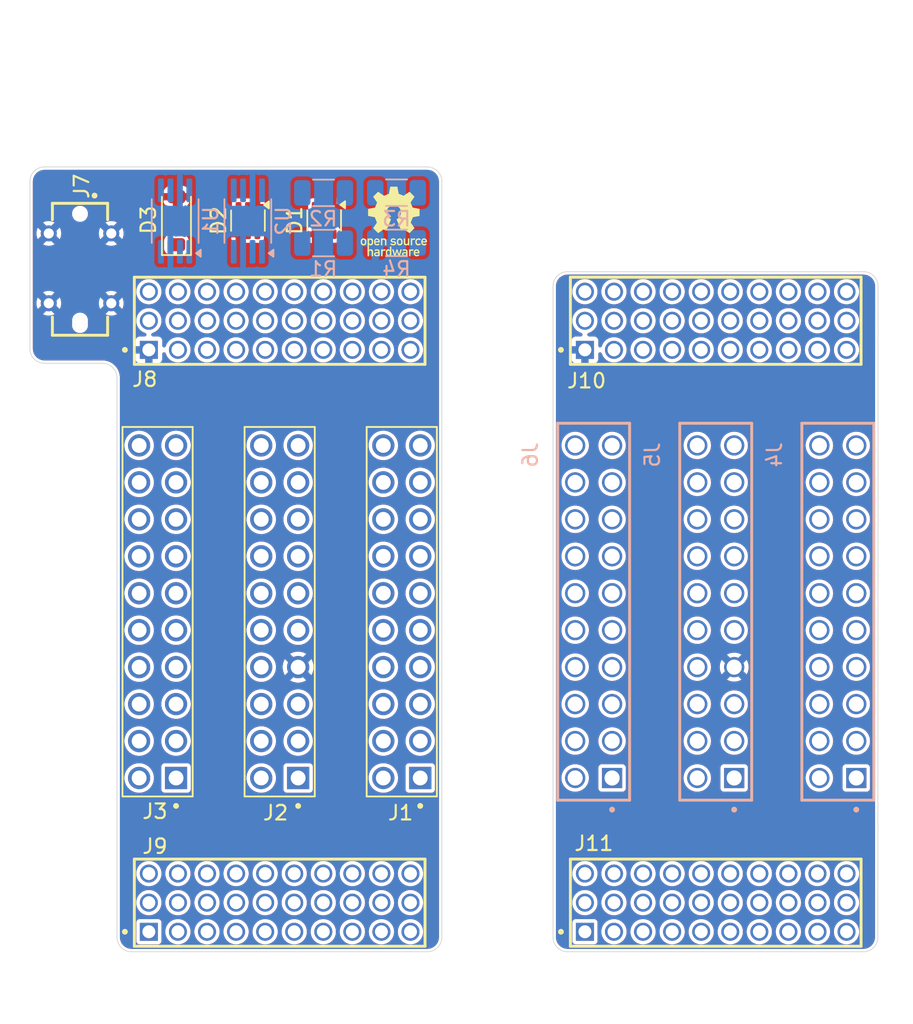
<source format=kicad_pcb>
(kicad_pcb (version 20241229) (generator "pcbnew") (generator_version "9.0")
  (layers (0 "F.Cu" mixed) (4 "In1.Cu" signal) (6 "In2.Cu" signal) (2 "B.Cu" mixed) (13 "F.Paste" user) (15 "B.Paste" user) (5 "F.SilkS" user "F.Silkscreen") (7 "B.SilkS" user "B.Silkscreen") (1 "F.Mask" user) (3 "B.Mask" user) (25 "Edge.Cuts" user))
  (net 0 "")
  (net 1 "+12V")
  (net 2 "SBU1")
  (net 3 "GND")
  (net 4 "2")
  (net 5 "4")
  (net 6 "CAN1_L")
  (net 7 "CAN2_L")
  (net 8 "8")
  (net 9 "10")
  (net 10 "12")
  (net 11 "13")
  (net 12 "15")
  (net 13 "CAN1_H")
  (net 14 "CAN2_H")
  (net 15 "18")
  (net 16 "20")
  (net 17 "CAN0_H")
  (net 18 "CAN0_L")
  (net 20 "Net-(R1-Pad2)")
  (net 21 "Net-(R2-Pad1)")
  (net 22 "6")
  (net 23 "7")
  (net 24 "19")
  (net 25 "11")
  (net 26 "14")
  (net 27 "17")
  (net 28 "1")
  (net 29 "9")
  (net 30 "16")
  (net 31 "30")
  (net 32 "40")
  (net 33 "25")
  (net 34 "23")
  (net 35 "38")
  (net 36 "26")
  (net 37 "35")
  (net 38 "34")
  (net 39 "39")
  (net 40 "36")
  (net 41 "31")
  (net 42 "22")
  (net 43 "28")
  (net 44 "37")
  (net 45 "33")
  (net 46 "29")
  (net 47 "21")
  (net 48 "27")
  (net 49 "49")
  (net 50 "53")
  (net 51 "59")
  (net 52 "48")
  (net 53 "47")
  (net 54 "56")
  (net 55 "52")
  (net 56 "57")
  (net 57 "41")
  (net 58 "58")
  (net 59 "45")
  (net 60 "54")
  (net 61 "60")
  (net 62 "55")
  (net 63 "51")
  (net 64 "50")
  (net 65 "43")
  (net 66 "42")
  (net 75 "Net-(R3-Pad2)")
  (footprint "PSA:GCT_USB4115-03-C_REVB4" (layer "F.Cu") (at 91.945 98.57 -90)
    (property "Reference" "J7" (at -5.65 -0.11 90) (layer "F.SilkS"))
    (property "Value" "USB_C_Receptacle")
    (fp_line (start 3.6 0.35) (end 3.75 0.35) (stroke (width 0.01)) (layer "Edge.Cuts"))
    (fp_line (start 3.75 0.35) (end 3.9 0.35) (stroke (width 0.01)) (layer "Edge.Cuts"))
    (fp_line (start 3.75 -0.35) (end 3.6 -0.35) (stroke (width 0.01)) (layer "Edge.Cuts"))
    (fp_line (start 3.9 -0.35) (end 3.75 -0.35) (stroke (width 0.01)) (layer "Edge.Cuts"))
    (fp_arc (start 3.6 0.35) (mid 3.352513 0.247487) (end 3.25 0) (stroke (width 0.01)) (layer "Edge.Cuts"))
    (fp_arc (start 3.25 0) (mid 3.352513 -0.247487) (end 3.6 -0.35) (stroke (width 0.01)) (layer "Edge.Cuts"))
    (fp_arc (start 4.25 0) (mid 4.147487 0.247487) (end 3.9 0.35) (stroke (width 0.01)) (layer "Edge.Cuts"))
    (fp_arc (start 3.9 -0.35) (mid 4.147487 -0.247487) (end 4.25 0) (stroke (width 0.01)) (layer "Edge.Cuts"))
    (pad "" np_thru_hole circle (at -3.75 0 270) (size 0.7 0.7) (drill 0.7) (layers "*.Cu" "*.Mask"))
    (pad "" np_thru_hole circle (at 3.75 0 270) (size 0.7 0.7) (drill 0.7) (layers "*.Cu" "*.Mask"))
    (pad "A1" smd rect (at -2.75 -0.835 270) (size 0.3 0.85) (layers "F.Cu" "F.Mask" "F.Paste") (net 3 "GND"))
    (pad "A2" smd rect (at -2.25 -0.835 270) (size 0.3 0.85) (layers "F.Cu" "F.Mask" "F.Paste") (net 17 "CAN0_H"))
    (pad "A3" smd rect (at -1.75 -0.835 270) (size 0.3 0.85) (layers "F.Cu" "F.Mask" "F.Paste") (net 18 "CAN0_L"))
    (pad "A4" smd rect (at -1.25 -0.835 270) (size 0.3 0.85) (layers "F.Cu" "F.Mask" "F.Paste") (net 1 "+12V"))
    (pad "A5" smd rect (at -0.75 -0.835 270) (size 0.3 0.85) (layers "F.Cu" "F.Mask" "F.Paste"))
    (pad "A6" smd rect (at -0.25 -0.835 270) (size 0.3 0.85) (layers "F.Cu" "F.Mask" "F.Paste"))
    (pad "A7" smd rect (at 0.25 -0.835 270) (size 0.3 0.85) (layers "F.Cu" "F.Mask" "F.Paste"))
    (pad "A8" smd rect (at 0.75 -0.835 270) (size 0.3 0.85) (layers "F.Cu" "F.Mask" "F.Paste") (net 2 "SBU1"))
    (pad "A9" smd rect (at 1.25 -0.835 270) (size 0.3 0.85) (layers "F.Cu" "F.Mask" "F.Paste") (net 1 "+12V"))
    (pad "A10" smd rect (at 1.75 -0.835 270) (size 0.3 0.85) (layers "F.Cu" "F.Mask" "F.Paste") (net 6 "CAN1_L"))
    (pad "A11" smd rect (at 2.25 -0.835 270) (size 0.3 0.85) (layers "F.Cu" "F.Mask" "F.Paste") (net 13 "CAN1_H"))
    (pad "A12" smd rect (at 2.75 -0.835 270) (size 0.3 0.85) (layers "F.Cu" "F.Mask" "F.Paste") (net 3 "GND"))
    (pad "B1" smd rect (at 2.75 0.835 270) (size 0.3 0.85) (layers "F.Cu" "F.Mask" "F.Paste") (net 3 "GND"))
    (pad "B2" smd rect (at 2.25 0.835 270) (size 0.3 0.85) (layers "F.Cu" "F.Mask" "F.Paste") (net 14 "CAN2_H"))
    (pad "B3" smd rect (at 1.75 0.835 270) (size 0.3 0.85) (layers "F.Cu" "F.Mask" "F.Paste") (net 7 "CAN2_L"))
    (pad "B4" smd rect (at 1.25 0.835 270) (size 0.3 0.85) (layers "F.Cu" "F.Mask" "F.Paste") (net 1 "+12V"))
    (pad "B5" smd rect (at 0.75 0.835 270) (size 0.3 0.85) (layers "F.Cu" "F.Mask" "F.Paste"))
    (pad "B6" smd rect (at 0.25 0.835 270) (size 0.3 0.85) (layers "F.Cu" "F.Mask" "F.Paste"))
    (pad "B7" smd rect (at -0.25 0.835 270) (size 0.3 0.85) (layers "F.Cu" "F.Mask" "F.Paste"))
    (pad "B8" smd rect (at -0.75 0.835 270) (size 0.3 0.85) (layers "F.Cu" "F.Mask" "F.Paste"))
    (pad "B9" smd rect (at -1.25 0.835 270) (size 0.3 0.85) (layers "F.Cu" "F.Mask" "F.Paste") (net 1 "+12V"))
    (pad "B10" smd rect (at -1.75 0.835 270) (size 0.3 0.85) (layers "F.Cu" "F.Mask" "F.Paste"))
    (pad "B11" smd rect (at -2.25 0.835 270) (size 0.3 0.85) (layers "F.Cu" "F.Mask" "F.Paste"))
    (pad "B12" smd rect (at -2.75 0.835 270) (size 0.3 0.85) (layers "F.Cu" "F.Mask" "F.Paste") (net 3 "GND"))
    (pad "S1" thru_hole circle (at -2.4 -2.15 270) (size 1.1 1.1) (drill 0.7) (layers "*.Cu" "*.Mask") (net 3 "GND"))
    (pad "S1" thru_hole circle (at -2.4 2.15 270) (size 1.1 1.1) (drill 0.7) (layers "*.Cu" "*.Mask") (net 3 "GND"))
    (pad "S1" thru_hole circle (at 2.4 -2.15 270) (size 1.1 1.1) (drill 0.7) (layers "*.Cu" "*.Mask") (net 3 "GND"))
    (pad "S1" thru_hole circle (at 2.4 2.15 270) (size 1.1 1.1) (drill 0.7) (layers "*.Cu" "*.Mask") (net 3 "GND"))
    (zone (net 0) (net_name "") (layer "F.Cu") (connect_pads (clearance 0)) (min_thickness 0.01)
      (keepout (tracks not_allowed) (vias not_allowed) (pads not_allowed) (copperpour not_allowed) (footprints allowed))
      (fill (thermal_gap 0.508) (thermal_bridge_width 0.508))
      (polygon (pts (xy 90.145 97.77) (xy 90.145 99.37) (xy 89.445 99.37) (xy 89.445 97.77)))
    )
    (zone (net 0) (net_name "") (layer "F.Cu") (connect_pads (clearance 0)) (min_thickness 0.01)
      (keepout (tracks not_allowed) (vias not_allowed) (pads not_allowed) (copperpour not_allowed) (footprints allowed))
      (fill (thermal_gap 0.508) (thermal_bridge_width 0.508))
      (polygon (pts (xy 93.745 97.77) (xy 93.745 99.37) (xy 94.445 99.37) (xy 94.445 97.77)))
    )
  )
  (footprint "PSA:Amphenol_10129381-920003BLF" (layer "F.Cu") (at 97.282 122.174 90)
    (property "Reference" "J3" (at -13.726 -0.182 180) (layer "F.SilkS"))
    (property "Value" "to_ESP_3")
    (pad "1" thru_hole rect (at -11.43 1.27 90) (size 1.53 1.53) (drill 1.02) (layers "*.Cu" "*.Mask") (net 57 "41"))
    (pad "2" thru_hole circle (at -8.89 1.27 90) (size 1.53 1.53) (drill 1.02) (layers "*.Cu" "*.Mask") (net 66 "42"))
    (pad "3" thru_hole circle (at -6.35 1.27 90) (size 1.53 1.53) (drill 1.02) (layers "*.Cu" "*.Mask") (net 65 "43"))
    (pad "4" thru_hole circle (at -3.81 1.27 90) (size 1.53 1.53) (drill 1.02) (layers "*.Cu" "*.Mask") (net 6 "CAN1_L"))
    (pad "5" thru_hole circle (at -1.27 1.27 90) (size 1.53 1.53) (drill 1.02) (layers "*.Cu" "*.Mask") (net 59 "45"))
    (pad "6" thru_hole circle (at 1.27 1.27 90) (size 1.53 1.53) (drill 1.02) (layers "*.Cu" "*.Mask") (net 13 "CAN1_H"))
    (pad "7" thru_hole circle (at 3.81 1.27 90) (size 1.53 1.53) (drill 1.02) (layers "*.Cu" "*.Mask") (net 53 "47"))
    (pad "8" thru_hole circle (at 6.35 1.27 90) (size 1.53 1.53) (drill 1.02) (layers "*.Cu" "*.Mask") (net 52 "48"))
    (pad "9" thru_hole circle (at 8.89 1.27 90) (size 1.53 1.53) (drill 1.02) (layers "*.Cu" "*.Mask") (net 49 "49"))
    (pad "10" thru_hole circle (at 11.43 1.27 90) (size 1.53 1.53) (drill 1.02) (layers "*.Cu" "*.Mask") (net 64 "50"))
    (pad "11" thru_hole circle (at -11.43 -1.27 90) (size 1.53 1.53) (drill 1.02) (layers "*.Cu" "*.Mask") (net 63 "51"))
    (pad "12" thru_hole circle (at -8.89 -1.27 90) (size 1.53 1.53) (drill 1.02) (layers "*.Cu" "*.Mask") (net 55 "52"))
    (pad "13" thru_hole circle (at -6.35 -1.27 90) (size 1.53 1.53) (drill 1.02) (layers "*.Cu" "*.Mask") (net 50 "53"))
    (pad "14" thru_hole circle (at -3.81 -1.27 90) (size 1.53 1.53) (drill 1.02) (layers "*.Cu" "*.Mask") (net 60 "54"))
    (pad "15" thru_hole circle (at -1.27 -1.27 90) (size 1.53 1.53) (drill 1.02) (layers "*.Cu" "*.Mask") (net 62 "55"))
    (pad "16" thru_hole circle (at 1.27 -1.27 90) (size 1.53 1.53) (drill 1.02) (layers "*.Cu" "*.Mask") (net 54 "56"))
    (pad "17" thru_hole circle (at 3.81 -1.27 90) (size 1.53 1.53) (drill 1.02) (layers "*.Cu" "*.Mask") (net 56 "57"))
    (pad "18" thru_hole circle (at 6.35 -1.27 90) (size 1.53 1.53) (drill 1.02) (layers "*.Cu" "*.Mask") (net 58 "58"))
    (pad "19" thru_hole circle (at 8.89 -1.27 90) (size 1.53 1.53) (drill 1.02) (layers "*.Cu" "*.Mask") (net 51 "59"))
    (pad "20" thru_hole circle (at 11.43 -1.27 90) (size 1.53 1.53) (drill 1.02) (layers "*.Cu" "*.Mask") (net 61 "60"))
  )
  (footprint "PSA:SAMTEC_TW-10-03-T-T-320-100" (layer "F.Cu") (at 96.682 144.174)
    (property "Reference" "J9" (at 0.418 -5.874 0) (layer "F.SilkS"))
    (property "Value" "B2B_2")
    (pad "1" thru_hole rect (at 0 0) (size 1.24 1.24) (drill 0.89) (layers "*.Cu" "*.Mask") (net 43 "28"))
    (pad "2" thru_hole circle (at 0 -2) (size 1.24 1.24) (drill 0.89) (layers "*.Cu" "*.Mask") (net 59 "45"))
    (pad "3" thru_hole circle (at 0 -4) (size 1.24 1.24) (drill 0.89) (layers "*.Cu" "*.Mask") (net 46 "29"))
    (pad "4" thru_hole circle (at 2 0) (size 1.24 1.24) (drill 0.89) (layers "*.Cu" "*.Mask") (net 53 "47"))
    (pad "5" thru_hole circle (at 2 -2) (size 1.24 1.24) (drill 0.89) (layers "*.Cu" "*.Mask") (net 31 "30"))
    (pad "6" thru_hole circle (at 2 -4) (size 1.24 1.24) (drill 0.89) (layers "*.Cu" "*.Mask") (net 52 "48"))
    (pad "7" thru_hole circle (at 4 0) (size 1.24 1.24) (drill 0.89) (layers "*.Cu" "*.Mask") (net 41 "31"))
    (pad "8" thru_hole circle (at 4 -2) (size 1.24 1.24) (drill 0.89) (layers "*.Cu" "*.Mask") (net 49 "49"))
    (pad "9" thru_hole circle (at 4 -4) (size 1.24 1.24) (drill 0.89) (layers "*.Cu" "*.Mask") (net 45 "33"))
    (pad "10" thru_hole circle (at 6 0) (size 1.24 1.24) (drill 0.89) (layers "*.Cu" "*.Mask") (net 64 "50"))
    (pad "11" thru_hole circle (at 6 -2) (size 1.24 1.24) (drill 0.89) (layers "*.Cu" "*.Mask") (net 38 "34"))
    (pad "12" thru_hole circle (at 6 -4) (size 1.24 1.24) (drill 0.89) (layers "*.Cu" "*.Mask") (net 63 "51"))
    (pad "13" thru_hole circle (at 8 0) (size 1.24 1.24) (drill 0.89) (layers "*.Cu" "*.Mask") (net 37 "35"))
    (pad "14" thru_hole circle (at 8 -2) (size 1.24 1.24) (drill 0.89) (layers "*.Cu" "*.Mask") (net 55 "52"))
    (pad "15" thru_hole circle (at 8 -4) (size 1.24 1.24) (drill 0.89) (layers "*.Cu" "*.Mask") (net 40 "36"))
    (pad "16" thru_hole circle (at 10 0) (size 1.24 1.24) (drill 0.89) (layers "*.Cu" "*.Mask") (net 50 "53"))
    (pad "17" thru_hole circle (at 10 -2) (size 1.24 1.24) (drill 0.89) (layers "*.Cu" "*.Mask") (net 44 "37"))
    (pad "18" thru_hole circle (at 10 -4) (size 1.24 1.24) (drill 0.89) (layers "*.Cu" "*.Mask") (net 60 "54"))
    (pad "19" thru_hole circle (at 12 0) (size 1.24 1.24) (drill 0.89) (layers "*.Cu" "*.Mask") (net 35 "38"))
    (pad "20" thru_hole circle (at 12 -2) (size 1.24 1.24) (drill 0.89) (layers "*.Cu" "*.Mask") (net 62 "55"))
    (pad "21" thru_hole circle (at 12 -4) (size 1.24 1.24) (drill 0.89) (layers "*.Cu" "*.Mask") (net 39 "39"))
    (pad "22" thru_hole circle (at 14 0) (size 1.24 1.24) (drill 0.89) (layers "*.Cu" "*.Mask") (net 54 "56"))
    (pad "23" thru_hole circle (at 14 -2) (size 1.24 1.24) (drill 0.89) (layers "*.Cu" "*.Mask") (net 32 "40"))
    (pad "24" thru_hole circle (at 14 -4) (size 1.24 1.24) (drill 0.89) (layers "*.Cu" "*.Mask") (net 56 "57"))
    (pad "25" thru_hole circle (at 16 0) (size 1.24 1.24) (drill 0.89) (layers "*.Cu" "*.Mask") (net 57 "41"))
    (pad "26" thru_hole circle (at 16 -2) (size 1.24 1.24) (drill 0.89) (layers "*.Cu" "*.Mask") (net 58 "58"))
    (pad "27" thru_hole circle (at 16 -4) (size 1.24 1.24) (drill 0.89) (layers "*.Cu" "*.Mask") (net 66 "42"))
    (pad "28" thru_hole circle (at 18 0) (size 1.24 1.24) (drill 0.89) (layers "*.Cu" "*.Mask") (net 51 "59"))
    (pad "29" thru_hole circle (at 18 -2) (size 1.24 1.24) (drill 0.89) (layers "*.Cu" "*.Mask") (net 65 "43"))
    (pad "30" thru_hole circle (at 18 -4) (size 1.24 1.24) (drill 0.89) (layers "*.Cu" "*.Mask") (net 61 "60"))
  )
  (footprint "PSA:SAMTEC_TW-10-03-T-T-320-100" (layer "F.Cu") (at 96.682 104.174)
    (property "Reference" "J8" (at -0.282 2.026 0) (layer "F.SilkS"))
    (property "Value" "B2B_1")
    (pad "1" thru_hole rect (at 0 0) (size 1.24 1.24) (drill 0.89) (layers "*.Cu" "*.Mask") (net 3 "GND"))
    (pad "2" thru_hole circle (at 0 -2) (size 1.24 1.24) (drill 0.89) (layers "*.Cu" "*.Mask") (net 10 "12"))
    (pad "3" thru_hole circle (at 0 -4) (size 1.24 1.24) (drill 0.89) (layers "*.Cu" "*.Mask") (net 1 "+12V"))
    (pad "4" thru_hole circle (at 2 0) (size 1.24 1.24) (drill 0.89) (layers "*.Cu" "*.Mask") (net 11 "13"))
    (pad "5" thru_hole circle (at 2 -2) (size 1.24 1.24) (drill 0.89) (layers "*.Cu" "*.Mask") (net 6 "CAN1_L"))
    (pad "6" thru_hole circle (at 2 -4) (size 1.24 1.24) (drill 0.89) (layers "*.Cu" "*.Mask") (net 26 "14"))
    (pad "7" thru_hole circle (at 4 0) (size 1.24 1.24) (drill 0.89) (layers "*.Cu" "*.Mask") (net 13 "CAN1_H"))
    (pad "8" thru_hole circle (at 4 -2) (size 1.24 1.24) (drill 0.89) (layers "*.Cu" "*.Mask") (net 12 "15"))
    (pad "9" thru_hole circle (at 4 -4) (size 1.24 1.24) (drill 0.89) (layers "*.Cu" "*.Mask") (net 7 "CAN2_L"))
    (pad "10" thru_hole circle (at 6 0) (size 1.24 1.24) (drill 0.89) (layers "*.Cu" "*.Mask") (net 30 "16"))
    (pad "11" thru_hole circle (at 6 -2) (size 1.24 1.24) (drill 0.89) (layers "*.Cu" "*.Mask") (net 14 "CAN2_H"))
    (pad "12" thru_hole circle (at 6 -4) (size 1.24 1.24) (drill 0.89) (layers "*.Cu" "*.Mask") (net 27 "17"))
    (pad "13" thru_hole circle (at 8 0) (size 1.24 1.24) (drill 0.89) (layers "*.Cu" "*.Mask") (net 28 "1"))
    (pad "14" thru_hole circle (at 8 -2) (size 1.24 1.24) (drill 0.89) (layers "*.Cu" "*.Mask") (net 15 "18"))
    (pad "15" thru_hole circle (at 8 -4) (size 1.24 1.24) (drill 0.89) (layers "*.Cu" "*.Mask") (net 4 "2"))
    (pad "16" thru_hole circle (at 10 0) (size 1.24 1.24) (drill 0.89) (layers "*.Cu" "*.Mask") (net 24 "19"))
    (pad "17" thru_hole circle (at 10 -2) (size 1.24 1.24) (drill 0.89) (layers "*.Cu" "*.Mask") (net 5 "4"))
    (pad "18" thru_hole circle (at 10 -4) (size 1.24 1.24) (drill 0.89) (layers "*.Cu" "*.Mask") (net 16 "20"))
    (pad "19" thru_hole circle (at 12 0) (size 1.24 1.24) (drill 0.89) (layers "*.Cu" "*.Mask") (net 22 "6"))
    (pad "20" thru_hole circle (at 12 -2) (size 1.24 1.24) (drill 0.89) (layers "*.Cu" "*.Mask") (net 47 "21"))
    (pad "21" thru_hole circle (at 12 -4) (size 1.24 1.24) (drill 0.89) (layers "*.Cu" "*.Mask") (net 23 "7"))
    (pad "22" thru_hole circle (at 14 0) (size 1.24 1.24) (drill 0.89) (layers "*.Cu" "*.Mask") (net 42 "22"))
    (pad "23" thru_hole circle (at 14 -2) (size 1.24 1.24) (drill 0.89) (layers "*.Cu" "*.Mask") (net 8 "8"))
    (pad "24" thru_hole circle (at 14 -4) (size 1.24 1.24) (drill 0.89) (layers "*.Cu" "*.Mask") (net 34 "23"))
    (pad "25" thru_hole circle (at 16 0) (size 1.24 1.24) (drill 0.89) (layers "*.Cu" "*.Mask") (net 29 "9"))
    (pad "26" thru_hole circle (at 16 -2) (size 1.24 1.24) (drill 0.89) (layers "*.Cu" "*.Mask") (net 33 "25"))
    (pad "27" thru_hole circle (at 16 -4) (size 1.24 1.24) (drill 0.89) (layers "*.Cu" "*.Mask") (net 9 "10"))
    (pad "28" thru_hole circle (at 18 0) (size 1.24 1.24) (drill 0.89) (layers "*.Cu" "*.Mask") (net 36 "26"))
    (pad "29" thru_hole circle (at 18 -2) (size 1.24 1.24) (drill 0.89) (layers "*.Cu" "*.Mask") (net 25 "11"))
    (pad "30" thru_hole circle (at 18 -4) (size 1.24 1.24) (drill 0.89) (layers "*.Cu" "*.Mask") (net 48 "27"))
  )
  (footprint "PSA:SAMTEC_TW-10-03-T-T-320-100" (layer "F.Cu") (at 126.682 104.174)
    (property "Reference" "J10" (at 0.118 2.126 0) (layer "F.SilkS"))
    (property "Value" "B2B_1")
    (pad "1" thru_hole rect (at 0 0) (size 1.24 1.24) (drill 0.89) (layers "*.Cu" "*.Mask") (net 3 "GND"))
    (pad "2" thru_hole circle (at 0 -2) (size 1.24 1.24) (drill 0.89) (layers "*.Cu" "*.Mask") (net 10 "12"))
    (pad "3" thru_hole circle (at 0 -4) (size 1.24 1.24) (drill 0.89) (layers "*.Cu" "*.Mask") (net 1 "+12V"))
    (pad "4" thru_hole circle (at 2 0) (size 1.24 1.24) (drill 0.89) (layers "*.Cu" "*.Mask") (net 11 "13"))
    (pad "5" thru_hole circle (at 2 -2) (size 1.24 1.24) (drill 0.89) (layers "*.Cu" "*.Mask") (net 6 "CAN1_L"))
    (pad "6" thru_hole circle (at 2 -4) (size 1.24 1.24) (drill 0.89) (layers "*.Cu" "*.Mask") (net 26 "14"))
    (pad "7" thru_hole circle (at 4 0) (size 1.24 1.24) (drill 0.89) (layers "*.Cu" "*.Mask") (net 13 "CAN1_H"))
    (pad "8" thru_hole circle (at 4 -2) (size 1.24 1.24) (drill 0.89) (layers "*.Cu" "*.Mask") (net 12 "15"))
    (pad "9" thru_hole circle (at 4 -4) (size 1.24 1.24) (drill 0.89) (layers "*.Cu" "*.Mask") (net 7 "CAN2_L"))
    (pad "10" thru_hole circle (at 6 0) (size 1.24 1.24) (drill 0.89) (layers "*.Cu" "*.Mask") (net 30 "16"))
    (pad "11" thru_hole circle (at 6 -2) (size 1.24 1.24) (drill 0.89) (layers "*.Cu" "*.Mask") (net 14 "CAN2_H"))
    (pad "12" thru_hole circle (at 6 -4) (size 1.24 1.24) (drill 0.89) (layers "*.Cu" "*.Mask") (net 27 "17"))
    (pad "13" thru_hole circle (at 8 0) (size 1.24 1.24) (drill 0.89) (layers "*.Cu" "*.Mask") (net 28 "1"))
    (pad "14" thru_hole circle (at 8 -2) (size 1.24 1.24) (drill 0.89) (layers "*.Cu" "*.Mask") (net 15 "18"))
    (pad "15" thru_hole circle (at 8 -4) (size 1.24 1.24) (drill 0.89) (layers "*.Cu" "*.Mask") (net 4 "2"))
    (pad "16" thru_hole circle (at 10 0) (size 1.24 1.24) (drill 0.89) (layers "*.Cu" "*.Mask") (net 24 "19"))
    (pad "17" thru_hole circle (at 10 -2) (size 1.24 1.24) (drill 0.89) (layers "*.Cu" "*.Mask") (net 5 "4"))
    (pad "18" thru_hole circle (at 10 -4) (size 1.24 1.24) (drill 0.89) (layers "*.Cu" "*.Mask") (net 16 "20"))
    (pad "19" thru_hole circle (at 12 0) (size 1.24 1.24) (drill 0.89) (layers "*.Cu" "*.Mask") (net 22 "6"))
    (pad "20" thru_hole circle (at 12 -2) (size 1.24 1.24) (drill 0.89) (layers "*.Cu" "*.Mask") (net 47 "21"))
    (pad "21" thru_hole circle (at 12 -4) (size 1.24 1.24) (drill 0.89) (layers "*.Cu" "*.Mask") (net 23 "7"))
    (pad "22" thru_hole circle (at 14 0) (size 1.24 1.24) (drill 0.89) (layers "*.Cu" "*.Mask") (net 42 "22"))
    (pad "23" thru_hole circle (at 14 -2) (size 1.24 1.24) (drill 0.89) (layers "*.Cu" "*.Mask") (net 8 "8"))
    (pad "24" thru_hole circle (at 14 -4) (size 1.24 1.24) (drill 0.89) (layers "*.Cu" "*.Mask") (net 34 "23"))
    (pad "25" thru_hole circle (at 16 0) (size 1.24 1.24) (drill 0.89) (layers "*.Cu" "*.Mask") (net 29 "9"))
    (pad "26" thru_hole circle (at 16 -2) (size 1.24 1.24) (drill 0.89) (layers "*.Cu" "*.Mask") (net 33 "25"))
    (pad "27" thru_hole circle (at 16 -4) (size 1.24 1.24) (drill 0.89) (layers "*.Cu" "*.Mask") (net 9 "10"))
    (pad "28" thru_hole circle (at 18 0) (size 1.24 1.24) (drill 0.89) (layers "*.Cu" "*.Mask") (net 36 "26"))
    (pad "29" thru_hole circle (at 18 -2) (size 1.24 1.24) (drill 0.89) (layers "*.Cu" "*.Mask") (net 25 "11"))
    (pad "30" thru_hole circle (at 18 -4) (size 1.24 1.24) (drill 0.89) (layers "*.Cu" "*.Mask") (net 48 "27"))
  )
  (footprint "Diode_SMD:D_SOD-123" (layer "F.Cu") (at 98.58 95.2975 90)
    (property "Reference" "D3" (at 0.05 -1.93 90) (layer "F.SilkS"))
    (property "Value" "SMF16A")
    (pad "1" smd roundrect (at -1.65 0 90) (size 0.9 1.2) (layers "F.Cu" "F.Mask" "F.Paste") (net 1 "+12V"))
    (pad "2" smd roundrect (at 1.65 0 90) (size 0.9 1.2) (layers "F.Cu" "F.Mask" "F.Paste") (net 3 "GND"))
  )
  (footprint "PSA:Amphenol_10129381-920003BLF" (layer "F.Cu") (at 105.682 122.174 90)
    (property "Reference" "J2" (at -13.826 -0.282 180) (layer "F.SilkS"))
    (property "Value" "to_EPS_2")
    (pad "1" thru_hole rect (at -11.43 1.27 90) (size 1.53 1.53) (drill 1.02) (layers "*.Cu" "*.Mask") (net 47 "21"))
    (pad "2" thru_hole circle (at -8.89 1.27 90) (size 1.53 1.53) (drill 1.02) (layers "*.Cu" "*.Mask") (net 42 "22"))
    (pad "3" thru_hole circle (at -6.35 1.27 90) (size 1.53 1.53) (drill 1.02) (layers "*.Cu" "*.Mask") (net 34 "23"))
    (pad "4" thru_hole circle (at -3.81 1.27 90) (size 1.53 1.53) (drill 1.02) (layers "*.Cu" "*.Mask") (net 3 "GND"))
    (pad "5" thru_hole circle (at -1.27 1.27 90) (size 1.53 1.53) (drill 1.02) (layers "*.Cu" "*.Mask") (net 33 "25"))
    (pad "6" thru_hole circle (at 1.27 1.27 90) (size 1.53 1.53) (drill 1.02) (layers "*.Cu" "*.Mask") (net 36 "26"))
    (pad "7" thru_hole circle (at 3.81 1.27 90) (size 1.53 1.53) (drill 1.02) (layers "*.Cu" "*.Mask") (net 48 "27"))
    (pad "8" thru_hole circle (at 6.35 1.27 90) (size 1.53 1.53) (drill 1.02) (layers "*.Cu" "*.Mask") (net 43 "28"))
    (pad "9" thru_hole circle (at 8.89 1.27 90) (size 1.53 1.53) (drill 1.02) (layers "*.Cu" "*.Mask") (net 46 "29"))
    (pad "10" thru_hole circle (at 11.43 1.27 90) (size 1.53 1.53) (drill 1.02) (layers "*.Cu" "*.Mask") (net 31 "30"))
    (pad "11" thru_hole circle (at -11.43 -1.27 90) (size 1.53 1.53) (drill 1.02) (layers "*.Cu" "*.Mask") (net 41 "31"))
    (pad "12" thru_hole circle (at -8.89 -1.27 90) (size 1.53 1.53) (drill 1.02) (layers "*.Cu" "*.Mask") (net 1 "+12V"))
    (pad "13" thru_hole circle (at -6.35 -1.27 90) (size 1.53 1.53) (drill 1.02) (layers "*.Cu" "*.Mask") (net 45 "33"))
    (pad "14" thru_hole circle (at -3.81 -1.27 90) (size 1.53 1.53) (drill 1.02) (layers "*.Cu" "*.Mask") (net 38 "34"))
    (pad "15" thru_hole circle (at -1.27 -1.27 90) (size 1.53 1.53) (drill 1.02) (layers "*.Cu" "*.Mask") (net 37 "35"))
    (pad "16" thru_hole circle (at 1.27 -1.27 90) (size 1.53 1.53) (drill 1.02) (layers "*.Cu" "*.Mask") (net 40 "36"))
    (pad "17" thru_hole circle (at 3.81 -1.27 90) (size 1.53 1.53) (drill 1.02) (layers "*.Cu" "*.Mask") (net 44 "37"))
    (pad "18" thru_hole circle (at 6.35 -1.27 90) (size 1.53 1.53) (drill 1.02) (layers "*.Cu" "*.Mask") (net 35 "38"))
    (pad "19" thru_hole circle (at 8.89 -1.27 90) (size 1.53 1.53) (drill 1.02) (layers "*.Cu" "*.Mask") (net 39 "39"))
    (pad "20" thru_hole circle (at 11.43 -1.27 90) (size 1.53 1.53) (drill 1.02) (layers "*.Cu" "*.Mask") (net 32 "40"))
  )
  (footprint "Package_TO_SOT_SMD:SOT-363_SC-70-6" (layer "F.Cu") (at 108.7425 95.28 -90)
    (property "Reference" "D1" (at 0 2.03 270) (layer "F.SilkS"))
    (property "Value" "BAS40SDW")
    (pad "1" smd roundrect (at -0.95 -0.65 270) (size 0.65 0.4) (layers "F.Cu" "F.Mask" "F.Paste") (net 3 "GND"))
    (pad "2" smd roundrect (at -0.95 0 270) (size 0.65 0.4) (layers "F.Cu" "F.Mask" "F.Paste") (net 1 "+12V"))
    (pad "3" smd roundrect (at -0.95 0.65 270) (size 0.65 0.4) (layers "F.Cu" "F.Mask" "F.Paste") (net 17 "CAN0_H"))
    (pad "4" smd roundrect (at 0.95 0.65 270) (size 0.65 0.4) (layers "F.Cu" "F.Mask" "F.Paste") (net 3 "GND"))
    (pad "5" smd roundrect (at 0.95 0 270) (size 0.65 0.4) (layers "F.Cu" "F.Mask" "F.Paste") (net 1 "+12V"))
    (pad "6" smd roundrect (at 0.95 -0.65 270) (size 0.65 0.4) (layers "F.Cu" "F.Mask" "F.Paste") (net 18 "CAN0_L"))
  )
  (footprint "PSA:Amphenol_10129381-920003BLF" (layer "F.Cu") (at 114.082 122.174 90)
    (property "Reference" "J1" (at -13.826 -0.082 180) (layer "F.SilkS"))
    (property "Value" "to_EPS_1")
    (pad "1" thru_hole rect (at -11.43 1.27 90) (size 1.53 1.53) (drill 1.02) (layers "*.Cu" "*.Mask") (net 28 "1"))
    (pad "2" thru_hole circle (at -8.89 1.27 90) (size 1.53 1.53) (drill 1.02) (layers "*.Cu" "*.Mask") (net 4 "2"))
    (pad "3" thru_hole circle (at -6.35 1.27 90) (size 1.53 1.53) (drill 1.02) (layers "*.Cu" "*.Mask") (net 18 "CAN0_L"))
    (pad "4" thru_hole circle (at -3.81 1.27 90) (size 1.53 1.53) (drill 1.02) (layers "*.Cu" "*.Mask") (net 5 "4"))
    (pad "5" thru_hole circle (at -1.27 1.27 90) (size 1.53 1.53) (drill 1.02) (layers "*.Cu" "*.Mask") (net 17 "CAN0_H"))
    (pad "6" thru_hole circle (at 1.27 1.27 90) (size 1.53 1.53) (drill 1.02) (layers "*.Cu" "*.Mask") (net 22 "6"))
    (pad "7" thru_hole circle (at 3.81 1.27 90) (size 1.53 1.53) (drill 1.02) (layers "*.Cu" "*.Mask") (net 23 "7"))
    (pad "8" thru_hole circle (at 6.35 1.27 90) (size 1.53 1.53) (drill 1.02) (layers "*.Cu" "*.Mask") (net 8 "8"))
    (pad "9" thru_hole circle (at 8.89 1.27 90) (size 1.53 1.53) (drill 1.02) (layers "*.Cu" "*.Mask") (net 29 "9"))
    (pad "10" thru_hole circle (at 11.43 1.27 90) (size 1.53 1.53) (drill 1.02) (layers "*.Cu" "*.Mask") (net 9 "10"))
    (pad "11" thru_hole circle (at -11.43 -1.27 90) (size 1.53 1.53) (drill 1.02) (layers "*.Cu" "*.Mask") (net 25 "11"))
    (pad "12" thru_hole circle (at -8.89 -1.27 90) (size 1.53 1.53) (drill 1.02) (layers "*.Cu" "*.Mask") (net 10 "12"))
    (pad "13" thru_hole circle (at -6.35 -1.27 90) (size 1.53 1.53) (drill 1.02) (layers "*.Cu" "*.Mask") (net 11 "13"))
    (pad "14" thru_hole circle (at -3.81 -1.27 90) (size 1.53 1.53) (drill 1.02) (layers "*.Cu" "*.Mask") (net 26 "14"))
    (pad "15" thru_hole circle (at -1.27 -1.27 90) (size 1.53 1.53) (drill 1.02) (layers "*.Cu" "*.Mask") (net 12 "15"))
    (pad "16" thru_hole circle (at 1.27 -1.27 90) (size 1.53 1.53) (drill 1.02) (layers "*.Cu" "*.Mask") (net 30 "16"))
    (pad "17" thru_hole circle (at 3.81 -1.27 90) (size 1.53 1.53) (drill 1.02) (layers "*.Cu" "*.Mask") (net 27 "17"))
    (pad "18" thru_hole circle (at 6.35 -1.27 90) (size 1.53 1.53) (drill 1.02) (layers "*.Cu" "*.Mask") (net 15 "18"))
    (pad "19" thru_hole circle (at 8.89 -1.27 90) (size 1.53 1.53) (drill 1.02) (layers "*.Cu" "*.Mask") (net 24 "19"))
    (pad "20" thru_hole circle (at 11.43 -1.27 90) (size 1.53 1.53) (drill 1.02) (layers "*.Cu" "*.Mask") (net 16 "20"))
  )
  (footprint "Package_TO_SOT_SMD:SOT-363_SC-70-6" (layer "F.Cu") (at 103.5 95.29 -90)
    (property "Reference" "D2" (at 0 2.03 90) (layer "F.SilkS"))
    (property "Value" "BAS40SDW")
    (pad "1" smd roundrect (at -0.95 -0.65 270) (size 0.65 0.4) (layers "F.Cu" "F.Mask" "F.Paste") (net 3 "GND"))
    (pad "2" smd roundrect (at -0.95 0 270) (size 0.65 0.4) (layers "F.Cu" "F.Mask" "F.Paste") (net 1 "+12V"))
    (pad "3" smd roundrect (at -0.95 0.65 270) (size 0.65 0.4) (layers "F.Cu" "F.Mask" "F.Paste") (net 14 "CAN2_H"))
    (pad "4" smd roundrect (at 0.95 0.65 270) (size 0.65 0.4) (layers "F.Cu" "F.Mask" "F.Paste") (net 3 "GND"))
    (pad "5" smd roundrect (at 0.95 0 270) (size 0.65 0.4) (layers "F.Cu" "F.Mask" "F.Paste") (net 1 "+12V"))
    (pad "6" smd roundrect (at 0.95 -0.65 270) (size 0.65 0.4) (layers "F.Cu" "F.Mask" "F.Paste") (net 7 "CAN2_L"))
  )
  (footprint "PSA:SAMTEC_TW-10-03-T-T-320-100" (layer "F.Cu") (at 126.682 144.174)
    (property "Reference" "J11" (at 0.618 -6.074 0) (layer "F.SilkS"))
    (property "Value" "B2B_2")
    (pad "1" thru_hole rect (at 0 0) (size 1.24 1.24) (drill 0.89) (layers "*.Cu" "*.Mask") (net 43 "28"))
    (pad "2" thru_hole circle (at 0 -2) (size 1.24 1.24) (drill 0.89) (layers "*.Cu" "*.Mask") (net 59 "45"))
    (pad "3" thru_hole circle (at 0 -4) (size 1.24 1.24) (drill 0.89) (layers "*.Cu" "*.Mask") (net 46 "29"))
    (pad "4" thru_hole circle (at 2 0) (size 1.24 1.24) (drill 0.89) (layers "*.Cu" "*.Mask") (net 53 "47"))
    (pad "5" thru_hole circle (at 2 -2) (size 1.24 1.24) (drill 0.89) (layers "*.Cu" "*.Mask") (net 31 "30"))
    (pad "6" thru_hole circle (at 2 -4) (size 1.24 1.24) (drill 0.89) (layers "*.Cu" "*.Mask") (net 52 "48"))
    (pad "7" thru_hole circle (at 4 0) (size 1.24 1.24) (drill 0.89) (layers "*.Cu" "*.Mask") (net 41 "31"))
    (pad "8" thru_hole circle (at 4 -2) (size 1.24 1.24) (drill 0.89) (layers "*.Cu" "*.Mask") (net 49 "49"))
    (pad "9" thru_hole circle (at 4 -4) (size 1.24 1.24) (drill 0.89) (layers "*.Cu" "*.Mask") (net 45 "33"))
    (pad "10" thru_hole circle (at 6 0) (size 1.24 1.24) (drill 0.89) (layers "*.Cu" "*.Mask") (net 64 "50"))
    (pad "11" thru_hole circle (at 6 -2) (size 1.24 1.24) (drill 0.89) (layers "*.Cu" "*.Mask") (net 38 "34"))
    (pad "12" thru_hole circle (at 6 -4) (size 1.24 1.24) (drill 0.89) (layers "*.Cu" "*.Mask") (net 63 "51"))
    (pad "13" thru_hole circle (at 8 0) (size 1.24 1.24) (drill 0.89) (layers "*.Cu" "*.Mask") (net 37 "35"))
    (pad "14" thru_hole circle (at 8 -2) (size 1.24 1.24) (drill 0.89) (layers "*.Cu" "*.Mask") (net 55 "52"))
    (pad "15" thru_hole circle (at 8 -4) (size 1.24 1.24) (drill 0.89) (layers "*.Cu" "*.Mask") (net 40 "36"))
    (pad "16" thru_hole circle (at 10 0) (size 1.24 1.24) (drill 0.89) (layers "*.Cu" "*.Mask") (net 50 "53"))
    (pad "17" thru_hole circle (at 10 -2) (size 1.24 1.24) (drill 0.89) (layers "*.Cu" "*.Mask") (net 44 "37"))
    (pad "18" thru_hole circle (at 10 -4) (size 1.24 1.24) (drill 0.89) (layers "*.Cu" "*.Mask") (net 60 "54"))
    (pad "19" thru_hole circle (at 12 0) (size 1.24 1.24) (drill 0.89) (layers "*.Cu" "*.Mask") (net 35 "38"))
    (pad "20" thru_hole circle (at 12 -2) (size 1.24 1.24) (drill 0.89) (layers "*.Cu" "*.Mask") (net 62 "55"))
    (pad "21" thru_hole circle (at 12 -4) (size 1.24 1.24) (drill 0.89) (layers "*.Cu" "*.Mask") (net 39 "39"))
    (pad "22" thru_hole circle (at 14 0) (size 1.24 1.24) (drill 0.89) (layers "*.Cu" "*.Mask") (net 54 "56"))
    (pad "23" thru_hole circle (at 14 -2) (size 1.24 1.24) (drill 0.89) (layers "*.Cu" "*.Mask") (net 32 "40"))
    (pad "24" thru_hole circle (at 14 -4) (size 1.24 1.24) (drill 0.89) (layers "*.Cu" "*.Mask") (net 56 "57"))
    (pad "25" thru_hole circle (at 16 0) (size 1.24 1.24) (drill 0.89) (layers "*.Cu" "*.Mask") (net 57 "41"))
    (pad "26" thru_hole circle (at 16 -2) (size 1.24 1.24) (drill 0.89) (layers "*.Cu" "*.Mask") (net 58 "58"))
    (pad "27" thru_hole circle (at 16 -4) (size 1.24 1.24) (drill 0.89) (layers "*.Cu" "*.Mask") (net 66 "42"))
    (pad "28" thru_hole circle (at 18 0) (size 1.24 1.24) (drill 0.89) (layers "*.Cu" "*.Mask") (net 51 "59"))
    (pad "29" thru_hole circle (at 18 -2) (size 1.24 1.24) (drill 0.89) (layers "*.Cu" "*.Mask") (net 65 "43"))
    (pad "30" thru_hole circle (at 18 -4) (size 1.24 1.24) (drill 0.89) (layers "*.Cu" "*.Mask") (net 61 "60"))
  )
  (footprint "PSA:SAMTEC_ESW-110-44-F-D" (layer "B.Cu") (at 127.282 122.174 -90)
    (property "Reference" "J6" (at -10.78 4.36 90) (layer "B.SilkS") (effects (justify mirror)))
    (property "Value" "to_car_3")
    (pad "1" thru_hole rect (at 11.43 -1.27 270) (size 1.39 1.39) (drill 1.04) (layers "*.Cu" "*.Mask") (net 57 "41"))
    (pad "2" thru_hole circle (at 8.89 -1.27 270) (size 1.39 1.39) (drill 1.04) (layers "*.Cu" "*.Mask") (net 66 "42"))
    (pad "3" thru_hole circle (at 6.35 -1.27 270) (size 1.39 1.39) (drill 1.04) (layers "*.Cu" "*.Mask") (net 65 "43"))
    (pad "4" thru_hole circle (at 3.81 -1.27 270) (size 1.39 1.39) (drill 1.04) (layers "*.Cu" "*.Mask") (net 6 "CAN1_L"))
    (pad "5" thru_hole circle (at 1.27 -1.27 270) (size 1.39 1.39) (drill 1.04) (layers "*.Cu" "*.Mask") (net 59 "45"))
    (pad "6" thru_hole circle (at -1.27 -1.27 270) (size 1.39 1.39) (drill 1.04) (layers "*.Cu" "*.Mask") (net 13 "CAN1_H"))
    (pad "7" thru_hole circle (at -3.81 -1.27 270) (size 1.39 1.39) (drill 1.04) (layers "*.Cu" "*.Mask") (net 53 "47"))
    (pad "8" thru_hole circle (at -6.35 -1.27 270) (size 1.39 1.39) (drill 1.04) (layers "*.Cu" "*.Mask") (net 52 "48"))
    (pad "9" thru_hole circle (at -8.89 -1.27 270) (size 1.39 1.39) (drill 1.04) (layers "*.Cu" "*.Mask") (net 49 "49"))
    (pad "10" thru_hole circle (at -11.43 -1.27 270) (size 1.39 1.39) (drill 1.04) (layers "*.Cu" "*.Mask") (net 64 "50"))
    (pad "11" thru_hole circle (at 11.43 1.27 270) (size 1.39 1.39) (drill 1.04) (layers "*.Cu" "*.Mask") (net 63 "51"))
    (pad "12" thru_hole circle (at 8.89 1.27 270) (size 1.39 1.39) (drill 1.04) (layers "*.Cu" "*.Mask") (net 55 "52"))
    (pad "13" thru_hole circle (at 6.35 1.27 270) (size 1.39 1.39) (drill 1.04) (layers "*.Cu" "*.Mask") (net 50 "53"))
    (pad "14" thru_hole circle (at 3.81 1.27 270) (size 1.39 1.39) (drill 1.04) (layers "*.Cu" "*.Mask") (net 60 "54"))
    (pad "15" thru_hole circle (at 1.27 1.27 270) (size 1.39 1.39) (drill 1.04) (layers "*.Cu" "*.Mask") (net 62 "55"))
    (pad "16" thru_hole circle (at -1.27 1.27 270) (size 1.39 1.39) (drill 1.04) (layers "*.Cu" "*.Mask") (net 54 "56"))
    (pad "17" thru_hole circle (at -3.81 1.27 270) (size 1.39 1.39) (drill 1.04) (layers "*.Cu" "*.Mask") (net 56 "57"))
    (pad "18" thru_hole circle (at -6.35 1.27 270) (size 1.39 1.39) (drill 1.04) (layers "*.Cu" "*.Mask") (net 58 "58"))
    (pad "19" thru_hole circle (at -8.89 1.27 270) (size 1.39 1.39) (drill 1.04) (layers "*.Cu" "*.Mask") (net 51 "59"))
    (pad "20" thru_hole circle (at -11.43 1.27 270) (size 1.39 1.39) (drill 1.04) (layers "*.Cu" "*.Mask") (net 61 "60"))
  )
  (footprint "Resistor_SMD:R_1206_3216Metric" (layer "B.Cu") (at 113.72 96.82 180)
    (property "Reference" "R4" (at 0 -1.8 0) (layer "B.SilkS") (effects (justify mirror)))
    (property "Value" "120R")
    (pad "1" smd roundrect (at -1.4625 0 180) (size 1.125 1.75) (layers "B.Cu" "B.Mask" "B.Paste") (roundrect_rratio 0.222222) (net 75 "Net-(R3-Pad2)"))
    (pad "2" smd roundrect (at 1.4625 0 180) (size 1.125 1.75) (layers "B.Cu" "B.Mask" "B.Paste") (roundrect_rratio 0.222222) (net 3 "GND"))
  )
  (footprint "Resistor_SMD:R_1206_3216Metric" (layer "B.Cu") (at 113.72 93.37)
    (property "Reference" "R3" (at 0 1.8 0) (layer "B.SilkS") (effects (justify mirror)))
    (property "Value" "120R")
    (pad "1" smd roundrect (at -1.4625 0) (size 1.125 1.75) (layers "B.Cu" "B.Mask" "B.Paste") (roundrect_rratio 0.222222) (net 2 "SBU1"))
    (pad "2" smd roundrect (at 1.4625 0) (size 1.125 1.75) (layers "B.Cu" "B.Mask" "B.Paste") (roundrect_rratio 0.222222) (net 75 "Net-(R3-Pad2)"))
  )
  (footprint "PSA:SAMTEC_ESW-110-44-F-D" (layer "B.Cu") (at 144.082 122.174 -90)
    (property "Reference" "J4" (at -10.78 4.36 90) (layer "B.SilkS") (effects (justify mirror)))
    (property "Value" "to_car_1")
    (pad "1" thru_hole rect (at 11.43 -1.27 270) (size 1.39 1.39) (drill 1.04) (layers "*.Cu" "*.Mask") (net 28 "1"))
    (pad "2" thru_hole circle (at 8.89 -1.27 270) (size 1.39 1.39) (drill 1.04) (layers "*.Cu" "*.Mask") (net 4 "2"))
    (pad "3" thru_hole circle (at 6.35 -1.27 270) (size 1.39 1.39) (drill 1.04) (layers "*.Cu" "*.Mask") (net 7 "CAN2_L"))
    (pad "4" thru_hole circle (at 3.81 -1.27 270) (size 1.39 1.39) (drill 1.04) (layers "*.Cu" "*.Mask") (net 5 "4"))
    (pad "5" thru_hole circle (at 1.27 -1.27 270) (size 1.39 1.39) (drill 1.04) (layers "*.Cu" "*.Mask") (net 14 "CAN2_H"))
    (pad "6" thru_hole circle (at -1.27 -1.27 270) (size 1.39 1.39) (drill 1.04) (layers "*.Cu" "*.Mask") (net 22 "6"))
    (pad "7" thru_hole circle (at -3.81 -1.27 270) (size 1.39 1.39) (drill 1.04) (layers "*.Cu" "*.Mask") (net 23 "7"))
    (pad "8" thru_hole circle (at -6.35 -1.27 270) (size 1.39 1.39) (drill 1.04) (layers "*.Cu" "*.Mask") (net 8 "8"))
    (pad "9" thru_hole circle (at -8.89 -1.27 270) (size 1.39 1.39) (drill 1.04) (layers "*.Cu" "*.Mask") (net 29 "9"))
    (pad "10" thru_hole circle (at -11.43 -1.27 270) (size 1.39 1.39) (drill 1.04) (layers "*.Cu" "*.Mask") (net 9 "10"))
    (pad "11" thru_hole circle (at 11.43 1.27 270) (size 1.39 1.39) (drill 1.04) (layers "*.Cu" "*.Mask") (net 25 "11"))
    (pad "12" thru_hole circle (at 8.89 1.27 270) (size 1.39 1.39) (drill 1.04) (layers "*.Cu" "*.Mask") (net 10 "12"))
    (pad "13" thru_hole circle (at 6.35 1.27 270) (size 1.39 1.39) (drill 1.04) (layers "*.Cu" "*.Mask") (net 11 "13"))
    (pad "14" thru_hole circle (at 3.81 1.27 270) (size 1.39 1.39) (drill 1.04) (layers "*.Cu" "*.Mask") (net 26 "14"))
    (pad "15" thru_hole circle (at 1.27 1.27 270) (size 1.39 1.39) (drill 1.04) (layers "*.Cu" "*.Mask") (net 12 "15"))
    (pad "16" thru_hole circle (at -1.27 1.27 270) (size 1.39 1.39) (drill 1.04) (layers "*.Cu" "*.Mask") (net 30 "16"))
    (pad "17" thru_hole circle (at -3.81 1.27 270) (size 1.39 1.39) (drill 1.04) (layers "*.Cu" "*.Mask") (net 27 "17"))
    (pad "18" thru_hole circle (at -6.35 1.27 270) (size 1.39 1.39) (drill 1.04) (layers "*.Cu" "*.Mask") (net 15 "18"))
    (pad "19" thru_hole circle (at -8.89 1.27 270) (size 1.39 1.39) (drill 1.04) (layers "*.Cu" "*.Mask") (net 24 "19"))
    (pad "20" thru_hole circle (at -11.43 1.27 270) (size 1.39 1.39) (drill 1.04) (layers "*.Cu" "*.Mask") (net 16 "20"))
  )
  (footprint "Resistor_SMD:R_1206_3216Metric" (layer "B.Cu") (at 108.7025 96.8325 180)
    (property "Reference" "R1" (at 0.0325 -1.7875 0) (layer "B.SilkS") (effects (justify mirror)))
    (property "Value" "120R")
    (pad "1" smd roundrect (at -1.4625 0 180) (size 1.125 1.75) (layers "B.Cu" "B.Mask" "B.Paste") (roundrect_rratio 0.222222) (net 7 "CAN2_L"))
    (pad "2" smd roundrect (at 1.4625 0 180) (size 1.125 1.75) (layers "B.Cu" "B.Mask" "B.Paste") (roundrect_rratio 0.222222) (net 20 "Net-(R1-Pad2)"))
  )
  (footprint "Package_SO:MSOP-8_3x3mm_P0.65mm" (layer "B.Cu") (at 98.49 95.32 90)
    (property "Reference" "U1" (at 0 2.45 90) (layer "B.SilkS") (effects (justify mirror)))
    (property "Value" "DG419LEDQ-T1-GE3")
    (pad "1" smd roundrect (at -2.1125 0.975 90) (size 1.625 0.4) (layers "B.Cu" "B.Mask" "B.Paste") (net 18 "CAN0_L"))
    (pad "2" smd roundrect (at -2.1125 0.325 90) (size 1.625 0.4) (layers "B.Cu" "B.Mask" "B.Paste") (net 7 "CAN2_L"))
    (pad "3" smd roundrect (at -2.1125 -0.325 90) (size 1.625 0.4) (layers "B.Cu" "B.Mask" "B.Paste") (net 3 "GND"))
    (pad "4" smd roundrect (at -2.1125 -0.975 90) (size 1.625 0.4) (layers "B.Cu" "B.Mask" "B.Paste") (net 1 "+12V"))
    (pad "5" smd roundrect (at 2.1125 -0.975 90) (size 1.625 0.4) (layers "B.Cu" "B.Mask" "B.Paste") (net 1 "+12V"))
    (pad "6" smd roundrect (at 2.1125 -0.325 90) (size 1.625 0.4) (layers "B.Cu" "B.Mask" "B.Paste") (net 2 "SBU1"))
    (pad "7" smd roundrect (at 2.1125 0.325 90) (size 1.625 0.4) (layers "B.Cu" "B.Mask" "B.Paste") (net 3 "GND"))
    (pad "8" smd roundrect (at 2.1125 0.975 90) (size 1.625 0.4) (layers "B.Cu" "B.Mask" "B.Paste") (net 21 "Net-(R2-Pad1)"))
  )
  (footprint "Resistor_SMD:R_1206_3216Metric" (layer "B.Cu") (at 108.7025 93.3825)
    (property "Reference" "R2" (at -0.0325 1.7875 0) (layer "B.SilkS") (effects (justify mirror)))
    (property "Value" "120R")
    (pad "1" smd roundrect (at -1.4625 0) (size 1.125 1.75) (layers "B.Cu" "B.Mask" "B.Paste") (roundrect_rratio 0.222222) (net 21 "Net-(R2-Pad1)"))
    (pad "2" smd roundrect (at 1.4625 0) (size 1.125 1.75) (layers "B.Cu" "B.Mask" "B.Paste") (roundrect_rratio 0.222222) (net 17 "CAN0_H"))
  )
  (footprint "PSA:SAMTEC_ESW-110-44-F-D" (layer "B.Cu") (at 135.682 122.174 -90)
    (property "Reference" "J5" (at -10.78 4.36 90) (layer "B.SilkS") (effects (justify mirror)))
    (property "Value" "to_car_2")
    (pad "1" thru_hole rect (at 11.43 -1.27 270) (size 1.39 1.39) (drill 1.04) (layers "*.Cu" "*.Mask") (net 47 "21"))
    (pad "2" thru_hole circle (at 8.89 -1.27 270) (size 1.39 1.39) (drill 1.04) (layers "*.Cu" "*.Mask") (net 42 "22"))
    (pad "3" thru_hole circle (at 6.35 -1.27 270) (size 1.39 1.39) (drill 1.04) (layers "*.Cu" "*.Mask") (net 34 "23"))
    (pad "4" thru_hole circle (at 3.81 -1.27 270) (size 1.39 1.39) (drill 1.04) (layers "*.Cu" "*.Mask") (net 3 "GND"))
    (pad "5" thru_hole circle (at 1.27 -1.27 270) (size 1.39 1.39) (drill 1.04) (layers "*.Cu" "*.Mask") (net 33 "25"))
    (pad "6" thru_hole circle (at -1.27 -1.27 270) (size 1.39 1.39) (drill 1.04) (layers "*.Cu" "*.Mask") (net 36 "26"))
    (pad "7" thru_hole circle (at -3.81 -1.27 270) (size 1.39 1.39) (drill 1.04) (layers "*.Cu" "*.Mask") (net 48 "27"))
    (pad "8" thru_hole circle (at -6.35 -1.27 270) (size 1.39 1.39) (drill 1.04) (layers "*.Cu" "*.Mask") (net 43 "28"))
    (pad "9" thru_hole circle (at -8.89 -1.27 270) (size 1.39 1.39) (drill 1.04) (layers "*.Cu" "*.Mask") (net 46 "29"))
    (pad "10" thru_hole circle (at -11.43 -1.27 270) (size 1.39 1.39) (drill 1.04) (layers "*.Cu" "*.Mask") (net 31 "30"))
    (pad "11" thru_hole circle (at 11.43 1.27 270) (size 1.39 1.39) (drill 1.04) (layers "*.Cu" "*.Mask") (net 41 "31"))
    (pad "12" thru_hole circle (at 8.89 1.27 270) (size 1.39 1.39) (drill 1.04) (layers "*.Cu" "*.Mask") (net 1 "+12V"))
    (pad "13" thru_hole circle (at 6.35 1.27 270) (size 1.39 1.39) (drill 1.04) (layers "*.Cu" "*.Mask") (net 45 "33"))
    (pad "14" thru_hole circle (at 3.81 1.27 270) (size 1.39 1.39) (drill 1.04) (layers "*.Cu" "*.Mask") (net 38 "34"))
    (pad "15" thru_hole circle (at 1.27 1.27 270) (size 1.39 1.39) (drill 1.04) (layers "*.Cu" "*.Mask") (net 37 "35"))
    (pad "16" thru_hole circle (at -1.27 1.27 270) (size 1.39 1.39) (drill 1.04) (layers "*.Cu" "*.Mask") (net 40 "36"))
    (pad "17" thru_hole circle (at -3.81 1.27 270) (size 1.39 1.39) (drill 1.04) (layers "*.Cu" "*.Mask") (net 44 "37"))
    (pad "18" thru_hole circle (at -6.35 1.27 270) (size 1.39 1.39) (drill 1.04) (layers "*.Cu" "*.Mask") (net 35 "38"))
    (pad "19" thru_hole circle (at -8.89 1.27 270) (size 1.39 1.39) (drill 1.04) (layers "*.Cu" "*.Mask") (net 39 "39"))
    (pad "20" thru_hole circle (at -11.43 1.27 270) (size 1.39 1.39) (drill 1.04) (layers "*.Cu" "*.Mask") (net 32 "40"))
  )
  (footprint "Package_SO:MSOP-8_3x3mm_P0.65mm" (layer "B.Cu") (at 103.49 95.32 90)
    (property "Reference" "U2" (at 0 2.45 90) (layer "B.SilkS") (effects (justify mirror)))
    (property "Value" "DG419LEDQ-T1-GE3")
    (pad "1" smd roundrect (at -2.1125 0.975 90) (size 1.625 0.4) (layers "B.Cu" "B.Mask" "B.Paste") (net 14 "CAN2_H"))
    (pad "2" smd roundrect (at -2.1125 0.325 90) (size 1.625 0.4) (layers "B.Cu" "B.Mask" "B.Paste") (net 17 "CAN0_H"))
    (pad "3" smd roundrect (at -2.1125 -0.325 90) (size 1.625 0.4) (layers "B.Cu" "B.Mask" "B.Paste") (net 3 "GND"))
    (pad "4" smd roundrect (at -2.1125 -0.975 90) (size 1.625 0.4) (layers "B.Cu" "B.Mask" "B.Paste") (net 1 "+12V"))
    (pad "5" smd roundrect (at 2.1125 -0.975 90) (size 1.625 0.4) (layers "B.Cu" "B.Mask" "B.Paste") (net 1 "+12V"))
    (pad "6" smd roundrect (at 2.1125 -0.325 90) (size 1.625 0.4) (layers "B.Cu" "B.Mask" "B.Paste") (net 2 "SBU1"))
    (pad "7" smd roundrect (at 2.1125 0.325 90) (size 1.625 0.4) (layers "B.Cu" "B.Mask" "B.Paste") (net 3 "GND"))
    (pad "8" smd roundrect (at 2.1125 0.975 90) (size 1.625 0.4) (layers "B.Cu" "B.Mask" "B.Paste") (net 20 "Net-(R1-Pad2)"))
  )
  (gr_poly (pts (xy 113.608337 97.597077) (xy 113.610215 97.597077) (xy 113.717954 97.264443) (xy 113.787301 97.264443) (xy 113.895039 97.597077) (xy 113.896971 97.597077) (xy 113.987802 97.264443) (xy 114.089032 97.264443) (xy 113.937267 97.739503) (xy 113.852891 97.739503) (xy 113.753566 97.406842) (xy 113.751688 97.406842) (xy 113.652364 97.739503) (xy 113.568041 97.739503) (xy 113.416249 97.264443) (xy 113.517426 97.264443)) (fill yes) (layer "F.SilkS"))
  (gr_poly (pts (xy 115.627266 96.508623) (xy 115.63696 96.5093) (xy 115.646544 96.51042) (xy 115.656004 96.511977) (xy 115.665326 96.513967) (xy 115.674497 96.516382) (xy 115.683501 96.519217) (xy 115.692324 96.522465) (xy 115.700953 96.526121) (xy 115.709374 96.530179) (xy 115.717572 96.534633) (xy 115.725533 96.539476) (xy 115.733244 96.544703) (xy 115.74069 96.550307) (xy 115.747856 96.556284) (xy 115.754729 96.562626) (xy 115.761296 96.569328) (xy 115.76754 96.576383) (xy 115.773449 96.583787) (xy 115.779009 96.591532) (xy 115.784205 96.599613) (xy 115.789023 96.608024) (xy 115.793449 96.616758) (xy 115.79747 96.625811) (xy 115.80107 96.635175) (xy 115.804235 96.644845) (xy 115.806953 96.654814) (xy 115.809208 96.665078) (xy 115.810986 96.675629) (xy 115.812274 96.686463) (xy 115.813057 96.697572) (xy 115.813321 96.708951) (xy 115.813321 96.787664) (xy 115.517226 96.787664) (xy 115.517365 96.794844) (xy 115.517779 96.801798) (xy 115.518461 96.808528) (xy 115.519406 96.815031) (xy 115.52061 96.821309) (xy 115.522066 96.827361) (xy 115.523769 96.833187) (xy 115.525714 96.838786) (xy 115.527894 96.844159) (xy 115.530305 96.849305) (xy 115.532941 96.854224) (xy 115.535797 96.858917) (xy 115.538867 96.863382) (xy 115.542146 96.86762) (xy 115.545628 96.87163) (xy 115.549307 96.875413) (xy 115.553179 96.878967) (xy 115.557237 96.882294) (xy 115.561477 96.885392) (xy 115.565893 96.888262) (xy 115.570479 96.890903) (xy 115.575229 96.893316) (xy 115.58014 96.8955) (xy 115.585204 96.897454) (xy 115.590416 96.899179) (xy 115.595772 96.900675) (xy 115.601265 96.901941) (xy 115.60689 96.902978) (xy 115.612641 96.903784) (xy 115.618514 96.90436) (xy 115.624502 96.904706) (xy 115.6306 96.904821) (xy 115.637481 96.904624) (xy 115.644405 96.904039) (xy 115.651354 96.903072) (xy 115.658307 96.90173) (xy 115.665243 96.90002) (xy 115.672142 96.897948) (xy 115.678983 96.895523) (xy 115.685746 96.89275) (xy 115.69241 96.889636) (xy 115.698956 96.886189) (xy 115.705362 96.882416) (xy 115.711607 96.878322) (xy 115.717673 96.873916) (xy 115.723537 96.869204) (xy 115.72918 96.864193) (xy 115.734582 96.85889) (xy 115.803929 96.917892) (xy 115.79499 96.927711) (xy 115.785737 96.936796) (xy 115.776186 96.945163) (xy 115.766354 96.952824) (xy 115.756257 96.959794) (xy 115.745912 96.966085) (xy 115.735335 96.971712) (xy 115.724544 96.976689) (xy 115.713555 96.981028) (xy 115.702384 96.984745) (xy 115.691048 96.987852) (xy 115.679564 96.990364) (xy 115.667949 96.992293) (xy 115.656218 96.993654) (xy 115.644389 96.994461) (xy 115.632479 96.994727) (xy 115.614048 96.994153) (xy 115.595434 96.992332) (xy 115.576826 96.989115) (xy 115.558413 96.984356) (xy 115.540385 96.977906) (xy 115.531574 96.974) (xy 115.522931 96.969616) (xy 115.514479 96.964735) (xy 115.506241 96.959339) (xy 115.498241 96.953409) (xy 115.490504 96.946927) (xy 115.483051 96.939873) (xy 115.475908 96.93223) (xy 115.469098 96.92398) (xy 115.462645 96.915103) (xy 115.456572 96.90558) (xy 115.450902 96.895395) (xy 115.445661 96.884527) (xy 115.44087 96.872959) (xy 115.436555 96.860673) (xy 115.432738 96.847648) (xy 115.429443 96.833868) (xy 115.426694 96.819313) (xy 115.424515 96.803965) (xy 115.42293 96.787805) (xy 115.421961 96.770815) (xy 115.421633 96.752977) (xy 115.421934 96.736036) (xy 115.422822 96.719814) (xy 115.423839 96.708977) (xy 115.517226 96.708977) (xy 115.717727 96.708977) (xy 115.71735 96.702307) (xy 115.716753 96.695836) (xy 115.715939 96.689565) (xy 115.714913 96.683494) (xy 115.713679 96.677625) (xy 115.712242 96.671959) (xy 115.710606 96.666495) (xy 115.708775 96.661235) (xy 115.706754 96.656181) (xy 115.704546 96.651331) (xy 115.702156 96.646689) (xy 115.699588 96.642254) (xy 115.696847 96.638026) (xy 115.693936 96.634008) (xy 115.69086 96.6302) (xy 115.687624 96.626603) (xy 115.684232 96.623217) (xy 115.680687 96.620043) (xy 115.676994 96.617083) (xy 115.673158 96.614336) (xy 115.669182 96.611805) (xy 115.665071 96.609489) (xy 115.66083 96.60739) (xy 115.656462 96.605508) (xy 115.651972 96.603845) (xy 115.647364 96.6024) (xy 115.642642 96.601176) (xy 115.63781 96.600172) (xy 115.632874 96.59939) (xy 115.627837 96.59883) (xy 115.622703 96.598494) (xy 115.617476 96.598382) (xy 115.612247 96.598494) (xy 115.607106 96.59883) (xy 115.602056 96.59939) (xy 115.597102 96.600172) (xy 115.592251 96.601176) (xy 115.587506 96.6024) (xy 115.582871 96.603845) (xy 115.578353 96.605508) (xy 115.573956 96.60739) (xy 115.569684 96.609489) (xy 115.565543 96.611805) (xy 115.561537 96.614336) (xy 115.557671 96.617083) (xy 115.55395 96.620043) (xy 115.550379 96.623217) (xy 115.546962 96.626603) (xy 115.543704 96.6302) (xy 115.540611 96.634008) (xy 115.537686 96.638026) (xy 115.534935 96.642253) (xy 115.532363 96.646689) (xy 115.529974 96.651331) (xy 115.527773 96.65618) (xy 115.525765 96.661235) (xy 115.523955 96.666495) (xy 115.522347 96.671958) (xy 115.520947 96.677625) (xy 115.519759 96.683494) (xy 115.518788 96.689565) (xy 115.518039 96.695836) (xy 115.517517 96.702307) (xy 115.517226 96.708977) (xy 115.423839 96.708977) (xy 115.424278 96.704297) (xy 115.426279 96.689475) (xy 115.428804 96.675336) (xy 115.431832 96.661867) (xy 115.435341 96.649057) (xy 115.439311 96.636895) (xy 115.44372 96.625367) (xy 115.448547 96.614463) (xy 115.453771 96.604171) (xy 115.45937 96.594479) (xy 115.465323 96.585375) (xy 115.47161 96.576847) (xy 115.478208 96.568883) (xy 115.485096 96.561472) (xy 115.492254 96.554601) (xy 115.499659 96.54826) (xy 115.507291 96.542436) (xy 115.515129 96.537116) (xy 115.523151 96.532291) (xy 115.531336 96.527947) (xy 115.539663 96.524073) (xy 115.54811 96.520656) (xy 115.556657 96.517686) (xy 115.565281 96.515151) (xy 115.573962 96.513038) (xy 115.582679 96.511335) (xy 115.600134 96.509115) (xy 115.617477 96.508396)) (fill yes) (layer "F.SilkS"))
  (gr_poly (pts (xy 112.891463 97.258971) (xy 112.898445 97.259455) (xy 112.905283 97.260253) (xy 112.911984 97.261354) (xy 112.918551 97.262753) (xy 112.924992 97.264439) (xy 112.931312 97.266406) (xy 112.937516 97.268644) (xy 112.943609 97.271145) (xy 112.949599 97.273902) (xy 112.955489 97.276907) (xy 112.961286 97.28015) (xy 112.966996 97.283624) (xy 112.972624 97.28732) (xy 112.978175 97.29123) (xy 112.983655 97.295347) (xy 112.914335 97.377818) (xy 112.910191 97.374768) (xy 112.906179 97.371955) (xy 112.902278 97.369374) (xy 112.898463 97.367018) (xy 112.894715 97.364883) (xy 112.891011 97.362962) (xy 112.887329 97.361251) (xy 112.883646 97.359743) (xy 112.879942 97.358434) (xy 112.876194 97.357317) (xy 112.872379 97.356387) (xy 112.868477 97.355639) (xy 112.864465 97.355066) (xy 112.860321 97.354664) (xy 112.856023 97.354427) (xy 112.851549 97.354349) (xy 112.842785 97.354703) (xy 112.834109 97.355775) (xy 112.825586 97.357577) (xy 112.817283 97.360124) (xy 112.813234 97.361681) (xy 112.809265 97.363429) (xy 112.805383 97.36537) (xy 112.801598 97.367505) (xy 112.797917 97.369837) (xy 112.794349 97.372366) (xy 112.790901 97.375096) (xy 112.787583 97.378026) (xy 112.784401 97.38116) (xy 112.781366 97.384498) (xy 112.778484 97.388042) (xy 112.775764 97.391795) (xy 112.773214 97.395758) (xy 112.770843 97.399932) (xy 112.768658 97.404319) (xy 112.766669 97.408921) (xy 112.764882 97.413739) (xy 112.763307 97.418776) (xy 112.761952 97.424033) (xy 112.760825 97.429511) (xy 112.759934 97.435212) (xy 112.759287 97.441139) (xy 112.758893 97.447292) (xy 112.75876 97.453674) (xy 112.75876 97.739503) (xy 112.663192 97.739503) (xy 112.663192 97.264443) (xy 112.75876 97.264443) (xy 112.75876 97.315032) (xy 112.760638 97.315032) (xy 112.766412 97.308226) (xy 112.772485 97.30186) (xy 112.77885 97.295931) (xy 112.785498 97.290441) (xy 112.792421 97.28539) (xy 112.79961 97.280778) (xy 112.807058 97.276605) (xy 112.814755 97.272871) (xy 112.822694 97.269575) (xy 112.830867 97.266719) (xy 112.839264 97.264302) (xy 112.847878 97.262324) (xy 112.856699 97.260786) (xy 112.865721 97.259687) (xy 112.874934 97.259028) (xy 112.884331 97.258808)) (fill yes) (layer "F.SilkS"))
  (gr_poly (pts (xy 114.302585 97.259279) (xy 114.323184 97.260728) (xy 114.342798 97.263213) (xy 114.352216 97.264861) (xy 114.361364 97.266789) (xy 114.370233 97.269004) (xy 114.378816 97.271513) (xy 114.387104 97.274323) (xy 114.395089 97.27744) (xy 114.402764 97.280873) (xy 114.410119 97.284628) (xy 114.417148 97.288711) (xy 114.423842 97.293131) (xy 114.430193 97.297894) (xy 114.436192 97.303007) (xy 114.441833 97.308477) (xy 114.447106 97.314311) (xy 114.452003 97.320517) (xy 114.456517 97.3271) (xy 114.46064 97.334069) (xy 114.464363 97.34143) (xy 114.467678 97.34919) (xy 114.470577 97.357357) (xy 114.473053 97.365937) (xy 114.475096 97.374937) (xy 114.4767 97.384365) (xy 114.477855 97.394227) (xy 114.478554 97.404531) (xy 114.478789 97.415283) (xy 114.478789 97.739503) (xy 114.383195 97.739503) (xy 114.383169 97.739503) (xy 114.383169 97.697328) (xy 114.381317 97.697328) (xy 114.377467 97.703276) (xy 114.373282 97.70881) (xy 114.368734 97.713934) (xy 114.363796 97.718651) (xy 114.35844 97.722967) (xy 114.35264 97.726885) (xy 114.346367 97.730411) (xy 114.339595 97.733547) (xy 114.332296 97.736298) (xy 114.324444 97.738669) (xy 114.316009 97.740663) (xy 114.306966 97.742286) (xy 114.297287 97.74354) (xy 114.286944 97.744431) (xy 114.275911 97.744962) (xy 114.264159 97.745139) (xy 114.254362 97.744956) (xy 114.244826 97.744413) (xy 114.235554 97.743519) (xy 114.226551 97.74228) (xy 114.217818 97.740705) (xy 114.209359 97.738801) (xy 114.201178 97.736577) (xy 114.193278 97.73404) (xy 114.185662 97.731198) (xy 114.178334 97.72806) (xy 114.171295 97.724632) (xy 114.164551 97.720924) (xy 114.158104 97.716942) (xy 114.151958 97.712695) (xy 114.146115 97.708191) (xy 114.140579 97.703437) (xy 114.135353 97.698442) (xy 114.130441 97.693213) (xy 114.125845 97.687758) (xy 114.12157 97.682085) (xy 114.117618 97.676202) (xy 114.113992 97.670116) (xy 114.110696 97.663837) (xy 114.107733 97.657371) (xy 114.105107 97.650727) (xy 114.10282 97.643912) (xy 114.100876 97.636935) (xy 114.099278 97.629802) (xy 114.09803 97.622523) (xy 114.097134 97.615105) (xy 114.096594 97.607555) (xy 114.096413 97.599883) (xy 114.096515 97.595199) (xy 114.186425 97.595199) (xy 114.186725 97.601118) (xy 114.187639 97.606914) (xy 114.189187 97.612551) (xy 114.191391 97.617995) (xy 114.192745 97.620633) (xy 114.19427 97.623209) (xy 114.195969 97.625718) (xy 114.197845 97.628157) (xy 114.1999 97.63052) (xy 114.202136 97.632803) (xy 114.204557 97.635002) (xy 114.207165 97.637112) (xy 114.209962 97.639129) (xy 114.21295 97.641049) (xy 114.216134 97.642866) (xy 114.219514 97.644576) (xy 114.223094 97.646176) (xy 114.226877 97.647659) (xy 114.230864 97.649023) (xy 114.235058 97.650262) (xy 114.244079 97.652348) (xy 114.253959 97.653883) (xy 114.264721 97.65483) (xy 114.276383 97.655154) (xy 114.290707 97.655041) (xy 114.303838 97.654648) (xy 114.315813 97.653889) (xy 114.32667 97.652682) (xy 114.331691 97.651884) (xy 114.336446 97.650942) (xy 114.34094 97.649846) (xy 114.345177 97.648586) (xy 114.349162 97.647151) (xy 114.352901 97.64553) (xy 114.356396 97.643713) (xy 114.359654 97.64169) (xy 114.362678 97.639449) (xy 114.365474 97.636981) (xy 114.368046 97.634276) (xy 114.370398 97.631322) (xy 114.372535 97.628109) (xy 114.374463 97.624626) (xy 114.376184 97.620864) (xy 114.377705 97.616812) (xy 114.37903 97.612458) (xy 114.380163 97.607794) (xy 114.381109 97.602807) (xy 114.381872 97.597489) (xy 114.382458 97.591828) (xy 114.382871 97.585813) (xy 114.383115 97.579435) (xy 114.383195 97.572683) (xy 114.383195 97.537996) (xy 114.268895 97.537996) (xy 114.263712 97.538062) (xy 114.258703 97.538257) (xy 114.253869 97.538581) (xy 114.249209 97.539031) (xy 114.244722 97.539606) (xy 114.240406 97.540303) (xy 114.236262 97.54112) (xy 114.23229 97.542056) (xy 114.228487 97.543109) (xy 114.224854 97.544277) (xy 114.221389 97.545558) (xy 114.218093 97.546949) (xy 114.214964 97.54845) (xy 114.212002 97.550059) (xy 114.209206 97.551773) (xy 114.206576 97.55359) (xy 114.20411 97.555509) (xy 114.201808 97.557527) (xy 114.19967 97.559644) (xy 114.197694 97.561856) (xy 114.19588 97.564163) (xy 114.194228 97.566561) (xy 114.192736 97.56905) (xy 114.191404 97.571627) (xy 114.190231 97.574291) (xy 114.189217 97.577039) (xy 114.188361 97.57987) (xy 114.187662 97.582782) (xy 114.18712 97.585773) (xy 114.186733 97.58884) (xy 114.186502 97.591983) (xy 114.186425 97.595199) (xy 114.096515 97.595199) (xy 114.096567 97.592803) (xy 114.097028 97.585799) (xy 114.097796 97.57888) (xy 114.098869 97.572056) (xy 114.100249 97.565336) (xy 114.101933 97.558732) (xy 114.103922 97.552251) (xy 114.106215 97.545905) (xy 114.108811 97.539703) (xy 114.11171 97.533654) (xy 114.114912 97.527769) (xy 114.118415 97.522057) (xy 114.12222 97.516529) (xy 114.126325 97.511193) (xy 114.130731 97.50606) (xy 114.135436 97.50114) (xy 114.14044 97.496442) (xy 114.145743 97.491976) (xy 114.151344 97.487752) (xy 114.157243 97.483779) (xy 114.163438 97.480068) (xy 114.16993 97.476629) (xy 114.176718 97.47347) (xy 114.183801 97.470603) (xy 114.19118 97.468036) (xy 114.198852 97.465779) (xy 114.206818 97.463843) (xy 114.215077 97.462237) (xy 114.223629 97.460971) (xy 114.232473 97.460054) (xy 114.241609 97.459497) (xy 114.251036 97.459309) (xy 114.383169 97.459309) (xy 114.383169 97.409647) (xy 114.382826 97.401555) (xy 114.382394 97.397757) (xy 114.381787 97.394123) (xy 114.381002 97.390648) (xy 114.380037 97.387331) (xy 114.37889 97.38417) (xy 114.377561 97.381162) (xy 114.376045 97.378305) (xy 114.374343 97.375595) (xy 114.372451 97.373032) (xy 114.370369 97.370613) (xy 114.368093 97.368335) (xy 114.365623 97.366195) (xy 114.362956 97.364192) (xy 114.360091 97.362323) (xy 114.357025 97.360586) (xy 114.353756 97.358978) (xy 114.346605 97.356141) (xy 114.338622 97.353792) (xy 114.329792 97.351913) (xy 114.320099 97.350485) (xy 114.309529 97.349488) (xy 114.298067 97.348904) (xy 114.285697 97.348713) (xy 114.276688 97.348826) (xy 114.268266 97.349171) (xy 114.260402 97.349762) (xy 114.253068 97.35061) (xy 114.24959 97.351134) (xy 114.246233 97.351727) (xy 114.242994 97.352391) (xy 114.239869 97.353127) (xy 114.236855 97.353936) (xy 114.233948 97.35482) (xy 114.231145 97.355781) (xy 114.228441 97.35682) (xy 114.225833 97.357938) (xy 114.223317 97.359138) (xy 114.220891 97.36042) (xy 114.21855 97.361786) (xy 114.21629 97.363238) (xy 114.214109 97.364778) (xy 114.212001 97.366406) (xy 114.209965 97.368124) (xy 114.207996 97.369935) (xy 114.206091 97.371838) (xy 114.204245 97.373837) (xy 114.202456 97.375932) (xy 114.20072 97.378124) (xy 114.199033 97.380417) (xy 114.197391 97.38281) (xy 114.195791 97.385306) (xy 114.120808 97.328155) (xy 114.127847 97.319031) (xy 114.135265 97.310636) (xy 114.143064 97.302951) (xy 114.151251 97.295955) (xy 114.159828 97.289631) (xy 114.168799 97.283959) (xy 114.178168 97.278919) (xy 114.187939 97.274491) (xy 114.198117 97.270657) (xy 114.208705 97.267397) (xy 114.219707 97.264692) (xy 114.231127 97.262522) (xy 114.242969 97.260868) (xy 114.255237 97.259711) (xy 114.267934 97.25903) (xy 114.281066 97.258808)) (fill yes) (layer "F.SilkS"))
  (gr_poly (pts (xy 111.958489 96.508726) (xy 111.968821 96.50962) (xy 111.978784 96.51108) (xy 111.988379 96.51308) (xy 111.997607 96.515597) (xy 112.006468 96.518606) (xy 112.014965 96.522081) (xy 112.023099 96.525998) (xy 112.03087 96.530332) (xy 112.038281 96.53506) (xy 112.045332 96.540155) (xy 112.052024 96.545593) (xy 112.05836 96.551349) (xy 112.064339 96.5574) (xy 112.069964 96.563719) (xy 112.075235 96.570282) (xy 112.079935 96.576596) (xy 112.084211 96.582974) (xy 112.088082 96.589547) (xy 112.091564 96.596444) (xy 112.093163 96.600056) (xy 112.094672 96.603798) (xy 112.096091 96.607686) (xy 112.097423 96.611737) (xy 112.09867 96.615967) (xy 112.099834 96.620393) (xy 112.101922 96.629896) (xy 112.103702 96.640377) (xy 112.105191 96.651966) (xy 112.106406 96.664793) (xy 112.107363 96.67899) (xy 112.108079 96.694686) (xy 112.10857 96.712013) (xy 112.108852 96.7311) (xy 112.108943 96.752078) (xy 112.10857 96.791822) (xy 112.107363 96.824607) (xy 112.106406 96.838712) (xy 112.105191 96.851463) (xy 112.103702 96.862991) (xy 112.101922 96.873422) (xy 112.099834 96.882887) (xy 112.097423 96.891514) (xy 112.094672 96.899432) (xy 112.091563 96.90677) (xy 112.088082 96.913656) (xy 112.084211 96.920219) (xy 112.079935 96.926589) (xy 112.075235 96.932894) (xy 112.069964 96.939457) (xy 112.064339 96.945777) (xy 112.05836 96.951827) (xy 112.052024 96.957584) (xy 112.045332 96.963022) (xy 112.038281 96.968117) (xy 112.03087 96.972844) (xy 112.023099 96.977178) (xy 112.014965 96.981096) (xy 112.010762 96.98289) (xy 112.006468 96.984571) (xy 112.002083 96.986135) (xy 111.997606 96.987579) (xy 111.993039 96.9889) (xy 111.988379 96.990096) (xy 111.983628 96.991162) (xy 111.978784 96.992096) (xy 111.973849 96.992895) (xy 111.968821 96.993556) (xy 111.963701 96.994075) (xy 111.958489 96.99445) (xy 111.953183 96.994677) (xy 111.947785 96.994753) (xy 111.938766 96.994493) (xy 111.929978 96.993721) (xy 111.92141 96.992456) (xy 111.91305 96.990712) (xy 111.904889 96.988508) (xy 111.896914 96.985859) (xy 111.889115 96.982781) (xy 111.881481 96.979292) (xy 111.874 96.975407) (xy 111.866663 96.971144) (xy 111.859457 96.966518) (xy 111.852372 96.961546) (xy 111.845396 96.956245) (xy 111.83852 96.950631) (xy 111.831731 96.94472) (xy 111.825019 96.938529) (xy 111.824675 97.315032) (xy 111.830778 97.308226) (xy 111.83714 97.301859) (xy 111.843755 97.295931) (xy 111.850616 97.290441) (xy 111.857719 97.28539) (xy 111.865058 97.280778) (xy 111.872628 97.276604) (xy 111.880422 97.27287) (xy 111.888436 97.269575) (xy 111.896665 97.266719) (xy 111.905101 97.264302) (xy 111.913741 97.262324) (xy 111.922578 97.260786) (xy 111.931607 97.259687) (xy 111.940823 97.259027) (xy 111.950219 97.258807) (xy 111.957187 97.258975) (xy 111.964198 97.259476) (xy 111.971234 97.260309) (xy 111.978278 97.261474) (xy 111.985314 97.262968) (xy 111.992323 97.264792) (xy 111.999289 97.266943) (xy 112.006194 97.269421) (xy 112.01302 97.272224) (xy 112.019751 97.27535) (xy 112.026369 97.2788) (xy 112.032856 97.282572) (xy 112.039196 97.286664) (xy 112.045371 97.291075) (xy 112.051364 97.295804) (xy 112.057157 97.30085) (xy 112.062734 97.306212) (xy 112.068076 97.311888) (xy 112.073167 97.317877) (xy 112.077988 97.324178) (xy 112.082524 97.33079) (xy 112.086756 97.337712) (xy 112.090667 97.344943) (xy 112.09424 97.35248) (xy 112.097458 97.360324) (xy 112.100303 97.368472) (xy 112.102757 97.376924) (xy 112.104805 97.385678) (xy 112.106427 97.394734) (xy 112.107607 97.404089) (xy 112.108328 97.413744) (xy 112.108573 97.423696) (xy 112.108573 97.739502) (xy 112.013005 97.739502) (xy 112.013005 97.456531) (xy 112.012888 97.450546) (xy 112.012539 97.444723) (xy 112.011965 97.439063) (xy 112.011169 97.433568) (xy 112.010157 97.42824) (xy 112.008934 97.423081) (xy 112.007505 97.418093) (xy 112.005874 97.413278) (xy 112.004047 97.408637) (xy 112.002029 97.404172) (xy 111.999824 97.399886) (xy 111.997438 97.39578) (xy 111.994876 97.391856) (xy 111.992142 97.388115) (xy 111.989241 97.384561) (xy 111.98618 97.381194) (xy 111.982961 97.378017) (xy 111.979591 97.375031) (xy 111.976075 97.372238) (xy 111.972417 97.369641) (xy 111.968623 97.367241) (xy 111.964696 97.365039) (xy 111.960643 97.363038) (xy 111.956469 97.36124) (xy 111.952178 97.359647) (xy 111.947775 97.358259) (xy 111.943265 97.357081) (xy 111.938654 97.356112) (xy 111.933945 97.355355) (xy 111.929145 97.354812) (xy 111.924258 97.354485) (xy 111.91929 97.354376) (xy 111.914237 97.354485) (xy 111.909271 97.354812) (xy 111.904398 97.355355) (xy 111.899621 97.356112) (xy 111.894946 97.357081) (xy 111.890378 97.358259) (xy 111.88592 97.359647) (xy 111.881579 97.36124) (xy 111.877359 97.363038) (xy 111.873264 97.365039) (xy 111.8693 97.367241) (xy 111.865471 97.369641) (xy 111.861782 97.372239) (xy 111.858237 97.375031) (xy 111.854843 97.378017) (xy 111.851603 97.381194) (xy 111.848522 97.384561) (xy 111.845605 97.388116) (xy 111.842857 97.391856) (xy 111.840282 97.39578) (xy 111.837886 97.399886) (xy 111.835673 97.404172) (xy 111.833648 97.408637) (xy 111.831816 97.413278) (xy 111.830181 97.418093) (xy 111.828749 97.423081) (xy 111.827524 97.42824) (xy 111.826511 97.433568) (xy 111.825715 97.439063) (xy 111.82514 97.444723) (xy 111.824792 97.450546) (xy 111.824675 97.456531) (xy 111.824675 97.739503) (xy 111.729081 97.739503) (xy 111.729081 96.752051) (xy 111.825019 96.752051) (xy 111.825394 96.778018) (xy 111.826038 96.791037) (xy 111.827142 96.803906) (xy 111.828822 96.816495) (xy 111.831196 96.828674) (xy 111.834379 96.840311) (xy 111.836311 96.845886) (xy 111.838489 96.851277) (xy 111.840928 96.856467) (xy 111.843643 96.861441) (xy 111.846647 96.866181) (xy 111.849956 96.870673) (xy 111.853585 96.874898) (xy 111.857547 96.878842) (xy 111.861857 96.882487) (xy 111.866531 96.885818) (xy 111.871581 96.888818) (xy 111.877025 96.891471) (xy 111.882874 96.89376) (xy 111.889145 96.89567) (xy 111.895852 96.897184) (xy 111.90301 96.898285) (xy 111.910632 96.898958) (xy 111.918734 96.899186) (xy 111.92692 96.898971) (xy 111.934622 96.898337) (xy 111.941853 96.897295) (xy 111.948629 96.895861) (xy 111.954964 96.894048) (xy 111.960873 96.89187) (xy 111.966371 96.88934) (xy 111.971473 96.886473) (xy 111.976193 96.883281) (xy 111.980547 96.87978) (xy 111.984548 96.875981) (xy 111.988212 96.8719) (xy 111.991553 96.86755) (xy 111.994587 96.862945) (xy 111.997327 96.858098) (xy 111.999789 96.853023) (xy 112.001988 96.847734) (xy 112.003938 96.842245) (xy 112.005653 96.836569) (xy 112.00715 96.83072) (xy 112.008442 96.824712) (xy 112.009544 96.818559) (xy 112.011238 96.805871) (xy 112.01235 96.792766) (xy 112.012999 96.779355) (xy 112.013301 96.765746) (xy 112.013376 96.752051) (xy 112.012999 96.724427) (xy 112.01235 96.710887) (xy 112.011238 96.697674) (xy 112.009544 96.684895) (xy 112.00715 96.672659) (xy 112.003938 96.661075) (xy 112.001988 96.65556) (xy 111.999789 96.650249) (xy 111.997327 96.645155) (xy 111.994587 96.640292) (xy 111.991553 96.635673) (xy 111.988212 96.631311) (xy 111.984548 96.62722) (xy 111.980547 96.623414) (xy 111.976193 96.619907) (xy 111.971473 96.616711) (xy 111.966371 96.61384) (xy 111.960873 96.611308) (xy 111.954964 96.609128) (xy 111.948629 96.607315) (xy 111.941853 96.605881) (xy 111.934622 96.604839) (xy 111.92692 96.604205) (xy 111.918734 96.60399) (xy 111.910634 96.604218) (xy 111.903014 96.604891) (xy 111.895858 96.605993) (xy 111.889153 96.607508) (xy 111.882883 96.609419) (xy 111.877034 96.611712) (xy 111.871592 96.614368) (xy 111.866542 96.617373) (xy 111.861869 96.62071) (xy 111.857559 96.624363) (xy 111.853596 96.628316) (xy 111.849968 96.632553) (xy 111.846659 96.637057) (xy 111.843654 96.641813) (xy 111.840939 96.646805) (xy 111.838499 96.652016) (xy 111.83632 96.65743) (xy 111.834388 96.66303) (xy 111.832687 96.668802) (xy 111.831202 96.674729) (xy 111.829921 96.680794) (xy 111.828827 96.686982) (xy 111.827145 96.699661) (xy 111.82604 96.712636) (xy 111.825395 96.725779) (xy 111.825093 96.73896) (xy 111.825019 96.752051) (xy 111.729081 96.752051) (xy 111.729081 96.514058) (xy 111.825019 96.514058) (xy 111.825019 96.563721) (xy 111.830806 96.557693) (xy 111.836909 96.551925) (xy 111.843313 96.546435) (xy 111.850005 96.541239) (xy 111.856971 96.536357) (xy 111.864198 96.531806) (xy 111.871671 96.527604) (xy 111.879377 96.523769) (xy 111.887303 96.520318) (xy 111.895435 96.517269) (xy 111.903759 96.51464) (xy 111.912262 96.51245) (xy 111.920929 96.510715) (xy 111.929748 96.509453) (xy 111.938705 96.508684) (xy 111.947785 96.508423)) (fill yes) (layer "F.SilkS"))
  (gr_poly (pts (xy 114.812038 97.258971) (xy 114.819013 97.259455) (xy 114.825847 97.260253) (xy 114.832545 97.261354) (xy 114.839112 97.262753) (xy 114.845553 97.264439) (xy 114.851874 97.266406) (xy 114.858079 97.268644) (xy 114.864176 97.271145) (xy 114.870168 97.273902) (xy 114.876062 97.276907) (xy 114.881863 97.28015) (xy 114.887575 97.283624) (xy 114.893205 97.28732) (xy 114.898758 97.29123) (xy 114.904239 97.295347) (xy 114.834892 97.377818) (xy 114.830749 97.374768) (xy 114.826738 97.371955) (xy 114.822837 97.369374) (xy 114.819024 97.367018) (xy 114.815278 97.364883) (xy 114.811575 97.362962) (xy 114.807894 97.361251) (xy 114.804213 97.359743) (xy 114.80051 97.358434) (xy 114.796762 97.357317) (xy 114.792948 97.356387) (xy 114.789045 97.355639) (xy 114.785032 97.355066) (xy 114.780886 97.354664) (xy 114.776584 97.354427) (xy 114.772106 97.354349) (xy 114.763338 97.354703) (xy 114.75466 97.355775) (xy 114.746136 97.357577) (xy 114.737833 97.360124) (xy 114.733785 97.361681) (xy 114.729816 97.363429) (xy 114.725936 97.36537) (xy 114.722152 97.367505) (xy 114.718473 97.369837) (xy 114.714906 97.372366) (xy 114.71146 97.375096) (xy 114.708143 97.378026) (xy 114.704964 97.38116) (xy 114.70193 97.384498) (xy 114.69905 97.388042) (xy 114.696332 97.391795) (xy 114.693784 97.395758) (xy 114.691415 97.399932) (xy 114.689232 97.404319) (xy 114.687245 97.408921) (xy 114.68546 97.413739) (xy 114.683887 97.418776) (xy 114.682533 97.424033) (xy 114.681406 97.429511) (xy 114.680516 97.435212) (xy 114.67987 97.441139) (xy 114.679477 97.447292) (xy 114.679344 97.453674) (xy 114.679344 97.739503) (xy 114.583803 97.739503) (xy 114.583803 97.264443) (xy 114.679344 97.264443) (xy 114.679344 97.315032) (xy 114.681249 97.315032) (xy 114.687022 97.308226) (xy 114.693094 97.30186) (xy 114.699458 97.295931) (xy 114.706104 97.290441) (xy 114.713025 97.28539) (xy 114.720212 97.280778) (xy 114.727657 97.276605) (xy 114.735352 97.272871) (xy 114.743289 97.269575) (xy 114.751459 97.266719) (xy 114.759854 97.264302) (xy 114.768465 97.262324) (xy 114.777286 97.260786) (xy 114.786306 97.259687) (xy 114.795518 97.259028) (xy 114.804915 97.258808)) (fill yes) (layer "F.SilkS"))
  (gr_poly (pts (xy 111.458886 96.508489) (xy 111.465563 96.508762) (xy 111.472069 96.509209) (xy 111.478407 96.509823) (xy 111.484578 96.510599) (xy 111.490584 96.51153) (xy 111.496428 96.51261) (xy 111.502113 96.513832) (xy 111.507639 96.51519) (xy 111.51301 96.516678) (xy 111.518228 96.518289) (xy 111.523295 96.520016) (xy 111.528213 96.521855) (xy 111.532984 96.523797) (xy 111.537611 96.525837) (xy 111.542096 96.527969) (xy 111.550649 96.532482) (xy 111.558659 96.537284) (xy 111.566146 96.542324) (xy 111.573126 96.547553) (xy 111.579617 96.552919) (xy 111.585638 96.558371) (xy 111.591206 96.563858) (xy 111.596339 96.56933) (xy 111.60294 96.57689) (xy 111.609045 96.584521) (xy 111.614664 96.592316) (xy 111.619807 96.60037) (xy 111.624484 96.608774) (xy 111.628704 96.617624) (xy 111.632477 96.627011) (xy 111.635812 96.63703) (xy 111.638719 96.647774) (xy 111.641207 96.659336) (xy 111.643286 96.67181) (xy 111.644965 96.685289) (xy 111.646255 96.699867) (xy 111.647164 96.715637) (xy 111.647703 96.732692) (xy 111.64788 96.751125) (xy 111.647703 96.769713) (xy 111.647164 96.786905) (xy 111.646255 96.802793) (xy 111.644965 96.817474) (xy 111.643286 96.831042) (xy 111.641207 96.843591) (xy 111.638719 96.855216) (xy 111.635812 96.866011) (xy 111.632477 96.876071) (xy 111.628704 96.88549) (xy 111.624484 96.894364) (xy 111.619807 96.902785) (xy 111.614664 96.91085) (xy 111.609045 96.918652) (xy 111.60294 96.926286) (xy 111.596339 96.933847) (xy 111.591206 96.939318) (xy 111.585638 96.944803) (xy 111.579617 96.950253) (xy 111.573126 96.955615) (xy 111.566146 96.96084) (xy 111.558659 96.965876) (xy 111.550649 96.970673) (xy 111.542096 96.975181) (xy 111.532984 96.979348) (xy 111.523295 96.983124) (xy 111.51301 96.986458) (xy 111.502113 96.9893) (xy 111.490584 96.991598) (xy 111.478407 96.993303) (xy 111.465563 96.994363) (xy 111.452036 96.994727) (xy 111.445183 96.994635) (xy 111.438503 96.994363) (xy 111.431995 96.993916) (xy 111.425656 96.993303) (xy 111.419483 96.992528) (xy 111.413475 96.991598) (xy 111.407629 96.99052) (xy 111.401943 96.9893) (xy 111.396415 96.987944) (xy 111.391043 96.986458) (xy 111.385824 96.98485) (xy 111.380756 96.983124) (xy 111.375837 96.981288) (xy 111.371065 96.979348) (xy 111.366437 96.97731) (xy 111.361952 96.975181) (xy 111.353398 96.970674) (xy 111.345387 96.965876) (xy 111.3379 96.96084) (xy 111.330919 96.955615) (xy 111.324427 96.950253) (xy 111.318406 96.944804) (xy 111.312838 96.939318) (xy 111.307705 96.933847) (xy 111.301105 96.926286) (xy 111.295001 96.918653) (xy 111.289383 96.910852) (xy 111.284241 96.902789) (xy 111.279566 96.894369) (xy 111.275349 96.885497) (xy 111.271578 96.876079) (xy 111.268246 96.866021) (xy 111.265342 96.855227) (xy 111.262856 96.843603) (xy 111.260779 96.831054) (xy 111.259102 96.817485) (xy 111.257814 96.802803) (xy 111.256906 96.786912) (xy 111.256368 96.769718) (xy 111.256191 96.751125) (xy 111.351758 96.751125) (xy 111.351826 96.763549) (xy 111.352035 96.774869) (xy 111.352396 96.78517) (xy 111.352917 96.794535) (xy 111.353609 96.80305) (xy 111.354481 96.810796) (xy 111.355542 96.817859) (xy 111.356802 96.824322) (xy 111.358271 96.83027) (xy 111.359958 96.835785) (xy 111.361873 96.840952) (xy 111.364026 96.845854) (xy 111.366425 96.850577) (xy 111.369081 96.855202) (xy 111.372003 96.859815) (xy 111.375201 96.864499) (xy 111.378018 96.868137) (xy 111.38119 96.871649) (xy 111.384697 96.87502) (xy 111.388519 96.878235) (xy 111.392639 96.881279) (xy 111.397035 96.884137) (xy 111.40169 96.886794) (xy 111.406583 96.889235) (xy 111.411697 96.891445) (xy 111.417011 96.893409) (xy 111.422507 96.895112) (xy 111.428165 96.896539) (xy 111.433966 96.897675) (xy 111.439891 96.898504) (xy 111.44592 96.899013) (xy 111.452036 96.899186) (xy 111.458146 96.899013) (xy 111.464172 96.898503) (xy 111.470093 96.897672) (xy 111.475891 96.896535) (xy 111.481547 96.895106) (xy 111.487041 96.893402) (xy 111.492355 96.891436) (xy 111.497468 96.889225) (xy 111.502362 96.886783) (xy 111.507017 96.884125) (xy 111.511416 96.881267) (xy 111.515537 96.878224) (xy 111.519362 96.87501) (xy 111.522872 96.871642) (xy 111.526048 96.868133) (xy 111.527505 96.866331) (xy 111.528871 96.864499) (xy 111.532068 96.859816) (xy 111.534989 96.855204) (xy 111.537644 96.850583) (xy 111.540041 96.845869) (xy 111.542192 96.84098) (xy 111.544105 96.835834) (xy 111.545789 96.830347) (xy 111.547256 96.824438) (xy 111.548514 96.818024) (xy 111.549572 96.811022) (xy 111.550442 96.803351) (xy 111.551132 96.794926) (xy 111.551651 96.785666) (xy 111.55201 96.775489) (xy 111.552286 96.752052) (xy 111.552219 96.739628) (xy 111.55201 96.728306) (xy 111.551651 96.718003) (xy 111.551132 96.708634) (xy 111.550442 96.700117) (xy 111.549572 96.692367) (xy 111.548514 96.685301) (xy 111.547256 96.678835) (xy 111.545789 96.672885) (xy 111.544105 96.667369) (xy 111.542192 96.662202) (xy 111.540041 96.6573) (xy 111.537644 96.65258) (xy 111.534989 96.647959) (xy 111.532068 96.643353) (xy 111.528871 96.638677) (xy 111.526048 96.635039) (xy 111.522872 96.631527) (xy 111.519362 96.628157) (xy 111.515537 96.624942) (xy 111.511416 96.621898) (xy 111.507017 96.61904) (xy 111.502362 96.616383) (xy 111.497468 96.613942) (xy 111.492355 96.611732) (xy 111.487041 96.609768) (xy 111.481547 96.608065) (xy 111.475891 96.606638) (xy 111.470093 96.605502) (xy 111.464172 96.604672) (xy 111.458146 96.604163) (xy 111.452036 96.60399) (xy 111.44592 96.604164) (xy 111.439891 96.604673) (xy 111.433966 96.605505) (xy 111.428165 96.606642) (xy 111.422507 96.608071) (xy 111.417011 96.609775) (xy 111.411697 96.611741) (xy 111.406583 96.613952) (xy 111.40169 96.616394) (xy 111.397035 96.619052) (xy 111.392639 96.62191) (xy 111.388519 96.624953) (xy 111.384697 96.628166) (xy 111.38119 96.631535) (xy 111.378018 96.635044) (xy 111.376564 96.636846) (xy 111.375201 96.638677) (xy 111.372003 96.643352) (xy 111.369081 96.647957) (xy 111.366425 96.652574) (xy 111.364026 96.657285) (xy 111.361873 96.662173) (xy 111.359958 96.66732) (xy 111.358271 96.672808) (xy 111.356802 96.678719) (xy 111.355542 96.685136) (xy 111.354481 96.692141) (xy 111.353609 96.699816) (xy 111.352917 96.708244) (xy 111.352396 96.717506) (xy 111.352035 96.727686) (xy 111.351758 96.751125) (xy 111.256191 96.751125) (xy 111.256368 96.732692) (xy 111.256906 96.715638) (xy 111.257814 96.699869) (xy 111.259102 96.685293) (xy 111.260779 96.671816) (xy 111.262856 96.659343) (xy 111.265342 96.647783) (xy 111.268246 96.63704) (xy 111.271578 96.627022) (xy 111.275349 96.617635) (xy 111.279566 96.608786) (xy 111.284241 96.600381) (xy 111.289383 96.592326) (xy 111.295001 96.584528) (xy 111.301105 96.576894) (xy 111.307705 96.56933) (xy 111.312838 96.563858) (xy 111.318406 96.558371) (xy 111.324427 96.552919) (xy 111.330919 96.547553) (xy 111.3379 96.542325) (xy 111.345387 96.537284) (xy 111.353398 96.532482) (xy 111.361952 96.527969) (xy 111.371065 96.523797) (xy 111.380756 96.520016) (xy 111.391043 96.516678) (xy 111.401943 96.513832) (xy 111.413475 96.51153) (xy 111.425656 96.509823) (xy 111.438503 96.508762) (xy 111.452036 96.508397)) (fill yes) (layer "F.SilkS"))
  (gr_poly (pts (xy 114.313452 96.797004) (xy 114.313569 96.802984) (xy 114.313917 96.808803) (xy 114.314492 96.81446) (xy 114.315289 96.819952) (xy 114.316303 96.825277) (xy 114.317528 96.830434) (xy 114.318961 96.83542) (xy 114.320596 96.840235) (xy 114.322429 96.844875) (xy 114.324455 96.849339) (xy 114.326669 96.853625) (xy 114.329066 96.857732) (xy 114.331641 96.861656) (xy 114.33439 96.865397) (xy 114.337308 96.868953) (xy 114.340389 96.872321) (xy 114.34363 96.875499) (xy 114.347025 96.878487) (xy 114.35057 96.881281) (xy 114.354259 96.88388) (xy 114.358088 96.886282) (xy 114.362053 96.888485) (xy 114.366147 96.890488) (xy 114.370367 96.892287) (xy 114.374708 96.893882) (xy 114.379164 96.895271) (xy 114.383732 96.896451) (xy 114.388406 96.897421) (xy 114.393181 96.898179) (xy 114.398052 96.898722) (xy 114.403016 96.89905) (xy 114.408066 96.899159) (xy 114.413038 96.89905) (xy 114.417927 96.898722) (xy 114.422729 96.898179) (xy 114.427439 96.897421) (xy 114.432052 96.896451) (xy 114.436564 96.895271) (xy 114.440968 96.893882) (xy 114.445261 96.892287) (xy 114.449437 96.890488) (xy 114.453491 96.888485) (xy 114.457418 96.886282) (xy 114.461214 96.88388) (xy 114.464873 96.881281) (xy 114.46839 96.878487) (xy 114.471761 96.875499) (xy 114.47498 96.872321) (xy 114.478042 96.868953) (xy 114.480943 96.865397) (xy 114.483677 96.861656) (xy 114.48624 96.857732) (xy 114.488626 96.853625) (xy 114.490831 96.849339) (xy 114.49285 96.844875) (xy 114.494677 96.840235) (xy 114.496308 96.83542) (xy 114.497737 96.830434) (xy 114.49896 96.825277) (xy 114.499972 96.819952) (xy 114.500768 96.81446) (xy 114.501343 96.808803) (xy 114.501691 96.802984) (xy 114.501808 96.797004) (xy 114.501808 96.514032) (xy 114.597349 96.514032) (xy 114.597349 96.989144) (xy 114.501808 96.989144) (xy 114.501808 96.938503) (xy 114.499956 96.938503) (xy 114.494183 96.945308) (xy 114.48811 96.951675) (xy 114.481749 96.957604) (xy 114.475108 96.963093) (xy 114.468197 96.968144) (xy 114.461027 96.972757) (xy 114.453608 96.97693) (xy 114.445948 96.980664) (xy 114.438059 96.983959) (xy 114.429949 96.986816) (xy 114.421628 96.989233) (xy 114.413108 96.99121) (xy 114.404396 96.992749) (xy 114.395504 96.993847) (xy 114.386441 96.994507) (xy 114.377216 96.994727) (xy 114.370164 96.994559) (xy 114.363075 96.994059) (xy 114.34885 96.992061) (xy 114.33468 96.988742) (xy 114.327659 96.986591) (xy 114.320702 96.984114) (xy 114.313828 96.981311) (xy 114.307053 96.978184) (xy 114.300395 96.974734) (xy 114.293871 96.970963) (xy 114.287497 96.966871) (xy 114.281292 96.96246) (xy 114.275272 96.957731) (xy 114.269455 96.952685) (xy 114.263857 96.947323) (xy 114.258495 96.941647) (xy 114.253388 96.935658) (xy 114.248552 96.929356) (xy 114.244004 96.922744) (xy 114.239761 96.915822) (xy 114.235841 96.908592) (xy 114.232261 96.901055) (xy 114.229038 96.893211) (xy 114.226189 96.885063) (xy 114.223731 96.876611) (xy 114.221681 96.867856) (xy 114.220057 96.858801) (xy 114.218876 96.849445) (xy 114.218155 96.839791) (xy 114.21791 96.829839) (xy 114.217911 96.829839) (xy 114.217911 96.514032) (xy 114.313452 96.514032)) (fill yes) (layer "F.SilkS"))
  (gr_poly (pts (xy 113.759631 92.956364) (xy 113.760638 92.956439) (xy 113.76164 92.956562) (xy 113.762636 92.956733) (xy 113.763624 92.956949) (xy 113.764602 92.95721) (xy 113.76557 92.957514) (xy 113.766524 92.957861) (xy 113.767465 92.958248) (xy 113.768391 92.958676) (xy 113.769299 92.959141) (xy 113.77019 92.959644) (xy 113.77106 92.960183) (xy 113.771909 92.960757) (xy 113.772734 92.961365) (xy 113.773536 92.962004) (xy 113.774312 92.962675) (xy 113.77506 92.963376) (xy 113.775779 92.964105) (xy 113.776468 92.964862) (xy 113.777125 92.965645) (xy 113.777749 92.966452) (xy 113.778338 92.967284) (xy 113.77889 92.968137) (xy 113.779405 92.969012) (xy 113.779881 92.969907) (xy 113.780315 92.970821) (xy 113.780708 92.971752) (xy 113.781056 92.9727) (xy 113.781359 92.973662) (xy 113.781616 92.974638) (xy 113.781824 92.975627) (xy 113.865565 93.425498) (xy 113.865776 93.426495) (xy 113.866033 93.427495) (xy 113.866677 93.429499) (xy 113.867485 93.431497) (xy 113.868446 93.433475) (xy 113.869548 93.435421) (xy 113.870781 93.437321) (xy 113.872132 93.439163) (xy 113.873592 93.440933) (xy 113.875147 93.442619) (xy 113.876788 93.444207) (xy 113.878503 93.445684) (xy 113.88028 93.447037) (xy 113.882109 93.448254) (xy 113.883978 93.44932) (xy 113.884923 93.449793) (xy 113.885875 93.450224) (xy 113.886831 93.45061) (xy 113.88779 93.450951) (xy 114.189309 93.574379) (xy 114.191182 93.575204) (xy 114.193169 93.575893) (xy 114.195251 93.576447) (xy 114.197412 93.576867) (xy 114.199634 93.577156) (xy 114.201899 93.577313) (xy 114.20419 93.577341) (xy 114.20649 93.57724) (xy 114.208781 93.577012) (xy 114.211045 93.576657) (xy 114.213265 93.576177) (xy 114.215424 93.575574) (xy 114.217504 93.574847) (xy 114.219488 93.574) (xy 114.221358 93.573032) (xy 114.223096 93.571945) (xy 114.598937 93.314029) (xy 114.599783 93.313478) (xy 114.600655 93.312969) (xy 114.60155 93.312503) (xy 114.602466 93.31208) (xy 114.603401 93.311699) (xy 114.604354 93.311361) (xy 114.605322 93.311064) (xy 114.606304 93.31081) (xy 114.607298 93.310597) (xy 114.608301 93.310425) (xy 114.610329 93.310206) (xy 114.612373 93.310151) (xy 114.614418 93.310259) (xy 114.616449 93.310528) (xy 114.618449 93.310956) (xy 114.620404 93.311544) (xy 114.62136 93.311896) (xy 114.622299 93.312288) (xy 114.623219 93.312718) (xy 114.624118 93.313188) (xy 114.624994 93.313696) (xy 114.625846 93.314242) (xy 114.626671 93.314826) (xy 114.627467 93.315449) (xy 114.628233 93.316109) (xy 114.628967 93.316807) (xy 114.945488 93.633328) (xy 114.946186 93.634062) (xy 114.946846 93.634828) (xy 114.947468 93.635625) (xy 114.948051 93.636451) (xy 114.948597 93.637303) (xy 114.949103 93.63818) (xy 114.95 93.64) (xy 114.950741 93.641897) (xy 114.951325 93.643855) (xy 114.951751 93.645858) (xy 114.952017 93.64789) (xy 114.952122 93.649938) (xy 114.952066 93.651984) (xy 114.951847 93.654015) (xy 114.951463 93.656013) (xy 114.950915 93.657965) (xy 114.950578 93.658919) (xy 114.9502 93.659855) (xy 114.94978 93.660771) (xy 114.949317 93.661666) (xy 114.948813 93.662538) (xy 114.948266 93.663385) (xy 114.694848 94.032743) (xy 114.693758 94.034489) (xy 114.692791 94.036362) (xy 114.691947 94.038345) (xy 114.691228 94.04042) (xy 114.690635 94.042571) (xy 114.690169 94.044781) (xy 114.689831 94.047033) (xy 114.689622 94.04931) (xy 114.689544 94.051594) (xy 114.689597 94.053869) (xy 114.689782 94.056118) (xy 114.6901 94.058323) (xy 114.690553 94.060468) (xy 114.691142 94.062536) (xy 114.691868 94.06451) (xy 114.692731 94.066372) (xy 114.826055 94.377416) (xy 114.826816 94.379326) (xy 114.827753 94.381218) (xy 114.82885 94.383082) (xy 114.830096 94.384906) (xy 114.831477 94.386678) (xy 114.83298 94.388388) (xy 114.834591 94.390024) (xy 114.836298 94.391575) (xy 114.838087 94.393029) (xy 114.839945 94.394375) (xy 114.841858 94.395603) (xy 114.843814 94.3967) (xy 114.8458 94.397656) (xy 114.847801 94.398459) (xy 114.849805 94.399098) (xy 114.851799 94.399562) (xy 115.286747 94.480445) (xy 115.287734 94.480658) (xy 115.288708 94.480918) (xy 115.289668 94.481226) (xy 115.290614 94.481578) (xy 115.291543 94.481973) (xy 115.292455 94.48241) (xy 115.293348 94.482888) (xy 115.294221 94.483405) (xy 115.295904 94.48455) (xy 115.297491 94.485834) (xy 115.298975 94.487244) (xy 115.300344 94.488769) (xy 115.301588 94.490398) (xy 115.302699 94.492118) (xy 115.303665 94.493917) (xy 115.304091 94.494843) (xy 115.304477 94.495785) (xy 115.304822 94.496741) (xy 115.305124 94.497709) (xy 115.305383 94.498689) (xy 115.305598 94.499678) (xy 115.305766 94.500675) (xy 115.305887 94.501679) (xy 115.30596 94.502688) (xy 115.305983 94.503701) (xy 115.30593 94.95135) (xy 115.305904 94.952361) (xy 115.305829 94.953369) (xy 115.305706 94.954372) (xy 115.305535 94.955368) (xy 115.305318 94.956357) (xy 115.305057 94.957337) (xy 115.304752 94.958306) (xy 115.304404 94.959262) (xy 115.304016 94.960205) (xy 115.303588 94.961132) (xy 115.303121 94.962043) (xy 115.302617 94.962935) (xy 115.302078 94.963807) (xy 115.301503 94.964658) (xy 115.300895 94.965486) (xy 115.300254 94.966289) (xy 115.299583 94.967066) (xy 115.298882 94.967816) (xy 115.298152 94.968537) (xy 115.297395 94.969228) (xy 115.296613 94.969886) (xy 115.295805 94.970511) (xy 115.294974 94.971101) (xy 115.29412 94.971654) (xy 115.293246 94.972169) (xy 115.292352 94.972644) (xy 115.291439 94.973079) (xy 115.290509 94.97347) (xy 115.289563 94.973818) (xy 115.288602 94.97412) (xy 115.287628 94.974374) (xy 115.286642 94.97458) (xy 114.862382 95.053532) (xy 114.861383 95.053737) (xy 114.860383 95.053988) (xy 114.859381 95.054284) (xy 114.858381 95.054623) (xy 114.856389 95.055426) (xy 114.854421 95.056385) (xy 114.852489 95.057488) (xy 114.850605 95.058724) (xy 114.848782 95.060082) (xy 114.847033 95.061549) (xy 114.84537 95.063114) (xy 114.843807 95.064766) (xy 114.842356 95.066492) (xy 114.841029 95.068281) (xy 114.839839 95.070122) (xy 114.838799 95.072002) (xy 114.837922 95.073911) (xy 114.837548 95.074872) (xy 114.83722 95.075836) (xy 114.70477 95.406698) (xy 114.703951 95.40858) (xy 114.703267 95.410573) (xy 114.702719 95.41266) (xy 114.702305 95.414823) (xy 114.702022 95.417046) (xy 114.701871 95.419311) (xy 114.701849 95.421601) (xy 114.701955 95.423899) (xy 114.702188 95.426187) (xy 114.702547 95.428448) (xy 114.70303 95.430665) (xy 114.703635 95.432821) (xy 114.704362 95.434898) (xy 114.705209 95.436879) (xy 114.706174 95.438747) (xy 114.707257 95.440485) (xy 114.948266 95.791667) (xy 114.948817 95.792513) (xy 114.949326 95.793386) (xy 114.949791 95.794281) (xy 114.950215 95.795198) (xy 114.950595 95.796135) (xy 114.950934 95.797089) (xy 114.951231 95.798059) (xy 114.951485 95.799042) (xy 114.951698 95.800038) (xy 114.95187 95.801043) (xy 114.952089 95.803076) (xy 114.952144 95.805125) (xy 114.952036 95.807175) (xy 114.951767 95.80921) (xy 114.951338 95.811215) (xy 114.950751 95.813175) (xy 114.950399 95.814133) (xy 114.950007 95.815074) (xy 114.949576 95.815995) (xy 114.949107 95.816896) (xy 114.948599 95.817774) (xy 114.948053 95.818626) (xy 114.947469 95.819452) (xy 114.946846 95.82025) (xy 114.946186 95.821016) (xy 114.945488 95.82175) (xy 114.628914 96.138271) (xy 114.628185 96.138964) (xy 114.627423 96.13962) (xy 114.62663 96.140238) (xy 114.625808 96.140819) (xy 114.624959 96.141362) (xy 114.624084 96.141866) (xy 114.622268 96.14276) (xy 114.620374 96.1435) (xy 114.618419 96.144084) (xy 114.616417 96.144511) (xy 114.614385 96.14478) (xy 114.612337 96.144888) (xy 114.61029 96.144835) (xy 114.608258 96.144619) (xy 114.606258 96.144239) (xy 114.604305 96.143693) (xy 114.603351 96.143358) (xy 114.602415 96.142981) (xy 114.601498 96.142561) (xy 114.600602 96.1421) (xy 114.59973 96.141596) (xy 114.598884 96.141049) (xy 114.253893 95.904273) (xy 114.252159 95.903194) (xy 114.250302 95.902247) (xy 114.248338 95.901434) (xy 114.246285 95.900754) (xy 114.244159 95.900209) (xy 114.241978 95.899797) (xy 114.239758 95.899521) (xy 114.237516 95.899379) (xy 114.235269 95.899372) (xy 114.233034 95.899501) (xy 114.230827 95.899765) (xy 114.228667 95.900166) (xy 114.226569 95.900703) (xy 114.224551 95.901377) (xy 114.222629 95.902188) (xy 114.22082 95.903136) (xy 114.068685 95.984363) (xy 114.067775 95.984795) (xy 114.066858 95.985176) (xy 114.065935 95.985504) (xy 114.065007 95.985782) (xy 114.064077 95.986008) (xy 114.063145 95.986185) (xy 114.062214 95.986313) (xy 114.061284 95.986392) (xy 114.060359 95.986422) (xy 114.059438 95.986405) (xy 114.058524 95.986341) (xy 114.057618 95.986231) (xy 114.056722 95.986074) (xy 114.055838 95.985872) (xy 114.054966 95.985626) (xy 114.05411 95.985335) (xy 114.053269 95.985001) (xy 114.052446 95.984624) (xy 114.051643 95.984204) (xy 114.05086 95.983743) (xy 114.050101 95.98324) (xy 114.049365 95.982697) (xy 114.048655 95.982113) (xy 114.047972 95.98149) (xy 114.047318 95.980829) (xy 114.046694 95.980129) (xy 114.046103 95.979391) (xy 114.045545 95.978616) (xy 114.045023 95.977804) (xy 114.044537 95.976956) (xy 114.044089 95.976073) (xy 114.043682 95.975155) (xy 113.730018 95.217177) (xy 113.729655 95.216234) (xy 113.729341 95.215277) (xy 113.729074 95.214307) (xy 113.728853 95.213327) (xy 113.728679 95.212337) (xy 113.728551 95.211341) (xy 113.728467 95.210339) (xy 113.728428 95.209334) (xy 113.728433 95.208327) (xy 113.728481 95.20732) (xy 113.728571 95.206315) (xy 113.728704 95.205314) (xy 113.728878 95.204318) (xy 113.729092 95.203329) (xy 113.729347 95.20235) (xy 113.729641 95.201381) (xy 113.729974 95.200426) (xy 113.730346 95.199484) (xy 113.730755 95.198559) (xy 113.731201 95.197653) (xy 113.731684 95.196766) (xy 113.732202 95.1959) (xy 113.732756 95.195059) (xy 113.733344 95.194243) (xy 113.733967 95.193453) (xy 113.734623 95.192693) (xy 113.735311 95.191964) (xy 113.736032 95.191267) (xy 113.736785 95.190604) (xy 113.737568 95.189977) (xy 113.738382 95.189389) (xy 113.739226 95.18884) (xy 113.777299 95.16553) (xy 113.78004 95.163785) (xy 113.782965 95.161793) (xy 113.786021 95.159598) (xy 113.789153 95.157242) (xy 113.792303 95.15477) (xy 113.795419 95.152225) (xy 113.798444 95.14965) (xy 113.801323 95.147089) (xy 113.826527 95.129837) (xy 113.850581 95.111106) (xy 113.873419 95.090961) (xy 113.894975 95.069467) (xy 113.915184 95.046689) (xy 113.93398 95.022693) (xy 113.951298 94.997543) (xy 113.967072 94.971306) (xy 113.981235 94.944047) (xy 113.993724 94.91583) (xy 114.004471 94.886721) (xy 114.013411 94.856785) (xy 114.020479 94.826088) (xy 114.025609 94.794694) (xy 114.028735 94.762669) (xy 114.029791 94.730079) (xy 114.029147 94.704603) (xy 114.027235 94.679461) (xy 114.024087 94.654685) (xy 114.019734 94.630305) (xy 114.014206 94.606354) (xy 114.007535 94.582861) (xy 113.999752 94.559858) (xy 113.990888 94.537377) (xy 113.980974 94.515447) (xy 113.970042 94.494101) (xy 113.958122 94.473369) (xy 113.945245 94.453283) (xy 113.931443 94.433874) (xy 113.916747 94.415172) (xy 113.901188 94.397209) (xy 113.884796 94.380016) (xy 113.867604 94.363624) (xy 113.849642 94.348064) (xy 113.830941 94.333367) (xy 113.811532 94.319565) (xy 113.791447 94.306688) (xy 113.770716 94.294768) (xy 113.749371 94.283835) (xy 113.727443 94.273921) (xy 113.704963 94.265057) (xy 113.681962 94.257274) (xy 113.658471 94.250603) (xy 113.634521 94.245075) (xy 113.610143 94.240721) (xy 113.585369 94.237573) (xy 113.56023 94.235661) (xy 113.534756 94.235017) (xy 113.509282 94.235661) (xy 113.484142 94.237573) (xy 113.459368 94.240721) (xy 113.43499 94.245075) (xy 113.411039 94.250603) (xy 113.387547 94.257274) (xy 113.364545 94.265057) (xy 113.342064 94.273921) (xy 113.320135 94.283835) (xy 113.298789 94.294768) (xy 113.278058 94.306688) (xy 113.257971 94.319565) (xy 113.238561 94.333367) (xy 113.219859 94.348064) (xy 113.201896 94.363624) (xy 113.184702 94.380016) (xy 113.168309 94.397209) (xy 113.152749 94.415172) (xy 113.138051 94.433874) (xy 113.124248 94.453283) (xy 113.111371 94.473369) (xy 113.09945 94.494101) (xy 113.088516 94.515447) (xy 113.078601 94.537377) (xy 113.069737 94.559858) (xy 113.061953 94.582861) (xy 113.055281 94.606354) (xy 113.049753 94.630305) (xy 113.045399 94.654685) (xy 113.04225 94.679461) (xy 113.040338 94.704603) (xy 113.039694 94.730079) (xy 113.03996 94.746441) (xy 113.040751 94.762669) (xy 113.04206 94.778757) (xy 113.043878 94.794694) (xy 113.046197 94.810474) (xy 113.049009 94.826088) (xy 113.052305 94.841527) (xy 113.056078 94.856785) (xy 113.060319 94.871852) (xy 113.06502 94.886721) (xy 113.070172 94.901383) (xy 113.075768 94.91583) (xy 113.0818 94.930054) (xy 113.088258 94.944047) (xy 113.102423 94.971306) (xy 113.118198 94.997544) (xy 113.135516 95.022693) (xy 113.154313 95.046689) (xy 113.174521 95.069467) (xy 113.196076 95.090961) (xy 113.218912 95.111106) (xy 113.242962 95.129837) (xy 113.268162 95.147089) (xy 113.271057 95.14965) (xy 113.274093 95.152225) (xy 113.277215 95.15477) (xy 113.280369 95.157242) (xy 113.283502 95.159598) (xy 113.286561 95.161793) (xy 113.289491 95.163785) (xy 113.292239 95.16553) (xy 113.330312 95.18884) (xy 113.331161 95.189389) (xy 113.331979 95.189977) (xy 113.332766 95.190604) (xy 113.333522 95.191267) (xy 113.334246 95.191964) (xy 113.334937 95.192693) (xy 113.33622 95.194243) (xy 113.337365 95.1959) (xy 113.338367 95.197653) (xy 113.339223 95.199484) (xy 113.339927 95.201381) (xy 113.340474 95.203329) (xy 113.34086 95.205314) (xy 113.34108 95.20732) (xy 113.341129 95.209334) (xy 113.341002 95.211341) (xy 113.340871 95.212337) (xy 113.340695 95.213327) (xy 113.340472 95.214307) (xy 113.340202 95.215277) (xy 113.339885 95.216234) (xy 113.33952 95.217177) (xy 113.02583 95.975129) (xy 113.025423 95.976047) (xy 113.024975 95.97693) (xy 113.024489 95.977778) (xy 113.023966 95.97859) (xy 113.023407 95.979366) (xy 113.022815 95.980105) (xy 113.022191 95.980805) (xy 113.021536 95.981468) (xy 113.020853 95.982092) (xy 113.020142 95.982676) (xy 113.019405 95.98322) (xy 113.018645 95.983723) (xy 113.017861 95.984186) (xy 113.017057 95.984606) (xy 113.016234 95.984984) (xy 113.015392 95.985319) (xy 113.014535 95.98561) (xy 113.013663 95.985857) (xy 113.012778 95.986059) (xy 113.011882 95.986216) (xy 113.010976 95.986327) (xy 113.010062 95.986391) (xy 113.009142 95.986408) (xy 113.008216 95.986377) (xy 113.007287 95.986297) (xy 113.006357 95.986169) (xy 113.005426 95.985991) (xy 113.004497 95.985763) (xy 113.003571 95.985484) (xy 113.00265 95.985154) (xy 113.001734 95.984771) (xy 113.000827 95.984337) (xy 112.848692 95.903109) (xy 112.846887 95.902162) (xy 112.844969 95.901352) (xy 112.842953 95.900679) (xy 112.840856 95.900143) (xy 112.838696 95.899744) (xy 112.83649 95.899481) (xy 112.834254 95.899354) (xy 112.832006 95.899362) (xy 112.829763 95.899505) (xy 112.827541 95.899783) (xy 112.825358 95.900194) (xy 112.823231 95.900739) (xy 112.821176 95.901418) (xy 112.819211 95.902229) (xy 112.817353 95.903172) (xy 112.815619 95.904247) (xy 112.470655 96.141023) (xy 112.469806 96.141569) (xy 112.468932 96.142073) (xy 112.468034 96.142535) (xy 112.467116 96.142954) (xy 112.466178 96.143332) (xy 112.465223 96.143667) (xy 112.464253 96.143961) (xy 112.463268 96.144213) (xy 112.462273 96.144423) (xy 112.461268 96.144593) (xy 112.459236 96.144808) (xy 112.457188 96.144862) (xy 112.45514 96.144753) (xy 112.453108 96.144485) (xy 112.451106 96.144058) (xy 112.44915 96.143474) (xy 112.448194 96.143124) (xy 112.447255 96.142734) (xy 112.446336 96.142306) (xy 112.445438 96.14184) (xy 112.444562 96.141335) (xy 112.443712 96.140793) (xy 112.442888 96.140212) (xy 112.442094 96.139594) (xy 112.44133 96.138938) (xy 112.440598 96.138245) (xy 112.124024 95.821723) (xy 112.123329 95.82099) (xy 112.12267 95.820223) (xy 112.12205 95.819426) (xy 112.121468 95.8186) (xy 112.120923 95.817747) (xy 112.120417 95.81687) (xy 112.11952 95.815047) (xy 112.118778 95.813149) (xy 112.118192 95.811189) (xy 112.117764 95.809184) (xy 112.117496 95.807148) (xy 112.117388 95.805098) (xy 112.117442 95.803049) (xy 112.117659 95.801017) (xy 112.118041 95.799016) (xy 112.11859 95.797063) (xy 112.118927 95.796108) (xy 112.119306 95.795172) (xy 112.119727 95.794255) (xy 112.120191 95.793359) (xy 112.120697 95.792487) (xy 112.121246 95.79164) (xy 112.362229 95.440459) (xy 112.36332 95.438721) (xy 112.364293 95.436853) (xy 112.365146 95.434872) (xy 112.365877 95.432795) (xy 112.366486 95.430639) (xy 112.36697 95.428422) (xy 112.36733 95.426161) (xy 112.367563 95.423873) (xy 112.367669 95.421575) (xy 112.367647 95.419285) (xy 112.367494 95.41702) (xy 112.367211 95.414797) (xy 112.366795 95.412634) (xy 112.366246 95.410547) (xy 112.365562 95.408554) (xy 112.364742 95.406672) (xy 112.232292 95.07581) (xy 112.231966 95.074846) (xy 112.231593 95.073885) (xy 112.230718 95.071976) (xy 112.229678 95.070095) (xy 112.228486 95.068255) (xy 112.227156 95.066465) (xy 112.225701 95.064739) (xy 112.224133 95.063088) (xy 112.222466 95.061523) (xy 112.220712 95.060056) (xy 112.218885 95.058698) (xy 112.216997 95.057462) (xy 112.215061 95.056358) (xy 112.213091 95.055399) (xy 112.211099 95.054597) (xy 112.209099 95.053962) (xy 112.2081 95.053711) (xy 112.207103 95.053506) (xy 111.782844 94.974554) (xy 111.781855 94.974348) (xy 111.780879 94.974094) (xy 111.779917 94.973792) (xy 111.778969 94.973444) (xy 111.778038 94.973052) (xy 111.777124 94.972618) (xy 111.776229 94.972143) (xy 111.775354 94.971628) (xy 111.7745 94.971074) (xy 111.773669 94.970485) (xy 111.772079 94.969201) (xy 111.770593 94.96779) (xy 111.769221 94.966263) (xy 111.767974 94.964631) (xy 111.766861 94.962909) (xy 111.765893 94.961106) (xy 111.765078 94.959236) (xy 111.764731 94.958279) (xy 111.764427 94.957311) (xy 111.764166 94.956331) (xy 111.76395 94.955342) (xy 111.763779 94.954345) (xy 111.763656 94.953342) (xy 111.763581 94.952335) (xy 111.763556 94.951324) (xy 111.763529 94.503675) (xy 111.763555 94.502664) (xy 111.763629 94.501657) (xy 111.763752 94.500655) (xy 111.763922 94.49966) (xy 111.764138 94.498673) (xy 111.764398 94.497695) (xy 111.764702 94.496728) (xy 111.765048 94.495774) (xy 111.765434 94.494834) (xy 111.765861 94.493909) (xy 111.766326 94.493001) (xy 111.766828 94.492111) (xy 111.767366 94.491241) (xy 111.767939 94.490393) (xy 111.768546 94.489567) (xy 111.769185 94.488766) (xy 111.769855 94.48799) (xy 111.770555 94.487242) (xy 111.771284 94.486522) (xy 111.772041 94.485832) (xy 111.772823 94.485174) (xy 111.773631 94.484549) (xy 111.774463 94.483959) (xy 111.775317 94.483405) (xy 111.776192 94.482888) (xy 111.777088 94.48241) (xy 111.778003 94.481973) (xy 111.778935 94.481577) (xy 111.779884 94.481226) (xy 111.780848 94.480918) (xy 111.781826 94.480658) (xy 111.782818 94.480445) (xy 112.21774 94.399562) (xy 112.218739 94.399352) (xy 112.219743 94.399098) (xy 112.221754 94.398459) (xy 112.223761 94.397656) (xy 112.225751 94.3967) (xy 112.22771 94.395603) (xy 112.229625 94.394375) (xy 112.231483 94.393029) (xy 112.233271 94.391575) (xy 112.234976 94.390024) (xy 112.236585 94.388388) (xy 112.238084 94.386678) (xy 112.239461 94.384906) (xy 112.240703 94.383082) (xy 112.241796 94.381218) (xy 112.242727 94.379326) (xy 112.243128 94.378372) (xy 112.243484 94.377416) (xy 112.376834 94.066372) (xy 112.377692 94.06451) (xy 112.378414 94.062536) (xy 112.379 94.060468) (xy 112.37945 94.058323) (xy 112.379767 94.056118) (xy 112.379951 94.053869) (xy 112.380004 94.051594) (xy 112.379926 94.04931) (xy 112.379719 94.047033) (xy 112.379384 94.044781) (xy 112.378921 94.042571) (xy 112.378333 94.04042) (xy 112.37762 94.038345) (xy 112.376783 94.036362) (xy 112.375824 94.034489) (xy 112.374743 94.032743) (xy 112.121299 93.663385) (xy 112.120748 93.662538) (xy 112.120239 93.661666) (xy 112.119774 93.660771) (xy 112.119351 93.659855) (xy 112.118971 93.658919) (xy 112.118633 93.657965) (xy 112.118337 93.656996) (xy 112.118083 93.656013) (xy 112.117871 93.655019) (xy 112.1177 93.654015) (xy 112.117483 93.651984) (xy 112.11743 93.649938) (xy 112.117539 93.64789) (xy 112.117809 93.645858) (xy 112.118238 93.643855) (xy 112.118825 93.641897) (xy 112.119178 93.64094) (xy 112.119569 93.64) (xy 112.119999 93.63908) (xy 112.120467 93.63818) (xy 112.120974 93.637303) (xy 112.121519 93.636451) (xy 112.122102 93.635625) (xy 112.122723 93.634828) (xy 112.123381 93.634062) (xy 112.124077 93.633328) (xy 112.440625 93.316807) (xy 112.441356 93.316109) (xy 112.44212 93.315449) (xy 112.442915 93.314826) (xy 112.443738 93.314242) (xy 112.444589 93.313696) (xy 112.445464 93.313188) (xy 112.447282 93.312288) (xy 112.449177 93.311544) (xy 112.451133 93.310957) (xy 112.453135 93.310528) (xy 112.455167 93.310259) (xy 112.457215 93.310151) (xy 112.459262 93.310206) (xy 112.461294 93.310425) (xy 112.463295 93.31081) (xy 112.46525 93.311361) (xy 112.466205 93.311699) (xy 112.467143 93.31208) (xy 112.468061 93.312503) (xy 112.468958 93.312969) (xy 112.469833 93.313478) (xy 112.470682 93.314029) (xy 112.846496 93.571945) (xy 112.848229 93.573032) (xy 112.850095 93.574) (xy 112.852075 93.574847) (xy 112.854152 93.575574) (xy 112.856309 93.576177) (xy 112.858528 93.576657) (xy 112.860791 93.577012) (xy 112.863082 93.57724) (xy 112.865382 93.577341) (xy 112.867674 93.577313) (xy 112.869941 93.577156) (xy 112.872165 93.576868) (xy 112.874328 93.576447) (xy 112.876414 93.575893) (xy 112.878405 93.575204) (xy 112.880283 93.574379) (xy 113.181829 93.450951) (xy 113.183748 93.450224) (xy 113.185648 93.44932) (xy 113.187519 93.448254) (xy 113.189349 93.447037) (xy 113.191127 93.445684) (xy 113.192842 93.444207) (xy 113.194482 93.442619) (xy 113.196037 93.440933) (xy 113.197494 93.439163) (xy 113.198844 93.437321) (xy 113.200075 93.435421) (xy 113.201176 93.433475) (xy 113.202135 93.431497) (xy 113.202942 93.429499) (xy 113.203585 93.427495) (xy 113.204053 93.425498) (xy 113.287768 92.975627) (xy 113.287976 92.974638) (xy 113.288232 92.973662) (xy 113.288536 92.9727) (xy 113.288884 92.971752) (xy 113.289276 92.970821) (xy 113.289711 92.969907) (xy 113.290186 92.969012) (xy 113.290701 92.968137) (xy 113.291253 92.967284) (xy 113.291842 92.966452) (xy 113.293122 92.964862) (xy 113.29453 92.963376) (xy 113.296052 92.962004) (xy 113.297678 92.960757) (xy 113.299396 92.959644) (xy 113.301192 92.958676) (xy 113.302116 92.958248) (xy 113.303056 92.957861) (xy 113.304009 92.957514) (xy 113.304975 92.95721) (xy 113.305952 92.956949) (xy 113.306938 92.956733) (xy 113.307932 92.956562) (xy 113.308932 92.956439) (xy 113.309937 92.956364) (xy 113.310945 92.956339) (xy 113.75862 92.956339)) (fill yes) (layer "F.SilkS"))
  (gr_poly (pts (xy 113.947323 96.508489) (xy 113.954005 96.508762) (xy 113.960515 96.509209) (xy 113.966856 96.509823) (xy 113.97303 96.510599) (xy 113.979039 96.51153) (xy 113.984885 96.51261) (xy 113.990572 96.513832) (xy 113.9961 96.51519) (xy 114.001473 96.516678) (xy 114.006692 96.518289) (xy 114.011759 96.520016) (xy 114.016678 96.521855) (xy 114.02145 96.523797) (xy 114.026077 96.525837) (xy 114.030562 96.527969) (xy 114.039114 96.532482) (xy 114.047124 96.537284) (xy 114.054609 96.542324) (xy 114.061588 96.547553) (xy 114.068079 96.552919) (xy 114.074099 96.558371) (xy 114.079666 96.563858) (xy 114.084799 96.56933) (xy 114.091398 96.57689) (xy 114.097503 96.584521) (xy 114.103121 96.592316) (xy 114.108262 96.60037) (xy 114.112937 96.608774) (xy 114.117155 96.617624) (xy 114.120925 96.627011) (xy 114.124258 96.63703) (xy 114.127162 96.647774) (xy 114.129648 96.659336) (xy 114.131724 96.67181) (xy 114.133402 96.685289) (xy 114.13469 96.699867) (xy 114.135598 96.715637) (xy 114.136136 96.732692) (xy 114.136313 96.751125) (xy 114.136136 96.769713) (xy 114.135598 96.786905) (xy 114.13469 96.802793) (xy 114.133402 96.817474) (xy 114.131724 96.831042) (xy 114.129648 96.843591) (xy 114.127162 96.855216) (xy 114.124258 96.866011) (xy 114.120925 96.876071) (xy 114.117155 96.88549) (xy 114.112937 96.894364) (xy 114.108262 96.902785) (xy 114.103121 96.91085) (xy 114.097503 96.918652) (xy 114.091398 96.926286) (xy 114.084799 96.933847) (xy 114.079666 96.939318) (xy 114.074099 96.944803) (xy 114.068079 96.950253) (xy 114.061588 96.955615) (xy 114.054609 96.96084) (xy 114.047124 96.965876) (xy 114.039114 96.970673) (xy 114.030562 96.975181) (xy 114.02145 96.979348) (xy 114.011759 96.983124) (xy 114.001472 96.986458) (xy 113.990572 96.9893) (xy 113.979039 96.991598) (xy 113.966856 96.993303) (xy 113.954005 96.994363) (xy 113.940468 96.994727) (xy 113.933618 96.994635) (xy 113.926941 96.994363) (xy 113.920435 96.993916) (xy 113.914098 96.993303) (xy 113.907928 96.992528) (xy 113.901922 96.991598) (xy 113.896079 96.99052) (xy 113.890395 96.9893) (xy 113.88487 96.987944) (xy 113.8795 96.986458) (xy 113.874283 96.98485) (xy 113.869217 96.983124) (xy 113.8643 96.981288) (xy 113.85953 96.979348) (xy 113.854904 96.97731) (xy 113.85042 96.975181) (xy 113.841871 96.970674) (xy 113.833862 96.965876) (xy 113.826378 96.96084) (xy 113.8194 96.955615) (xy 113.81291 96.950253) (xy 113.806891 96.944804) (xy 113.801323 96.939318) (xy 113.796191 96.933847) (xy 113.78959 96.926286) (xy 113.783484 96.918653) (xy 113.777864 96.910852) (xy 113.772719 96.902789) (xy 113.76804 96.894369) (xy 113.763818 96.885497) (xy 113.760043 96.876079) (xy 113.756705 96.866021) (xy 113.753796 96.855227) (xy 113.751306 96.843603) (xy 113.749224 96.831054) (xy 113.747543 96.817485) (xy 113.746251 96.802803) (xy 113.745341 96.786912) (xy 113.744801 96.769718) (xy 113.744624 96.751125) (xy 113.840217 96.751125) (xy 113.840285 96.763549) (xy 113.840494 96.774869) (xy 113.840855 96.78517) (xy 113.841377 96.794535) (xy 113.842069 96.80305) (xy 113.842941 96.810796) (xy 113.844003 96.817859) (xy 113.845264 96.824322) (xy 113.846735 96.83027) (xy 113.848424 96.835785) (xy 113.850341 96.840952) (xy 113.852496 96.845854) (xy 113.854898 96.850577) (xy 113.857558 96.855202) (xy 113.860484 96.859815) (xy 113.863686 96.864499) (xy 113.866495 96.868137) (xy 113.86966 96.871649) (xy 113.873162 96.87502) (xy 113.876982 96.878235) (xy 113.881099 96.881279) (xy 113.885494 96.884137) (xy 113.890149 96.886794) (xy 113.895042 96.889235) (xy 113.900156 96.891445) (xy 113.90547 96.893409) (xy 113.910964 96.895112) (xy 113.91662 96.896539) (xy 113.922418 96.897675) (xy 113.928338 96.898504) (xy 113.934362 96.899013) (xy 113.940468 96.899186) (xy 113.946583 96.899013) (xy 113.952613 96.898503) (xy 113.958538 96.897672) (xy 113.964339 96.896535) (xy 113.969997 96.895106) (xy 113.975492 96.893402) (xy 113.980807 96.891436) (xy 113.98592 96.889225) (xy 113.990814 96.886783) (xy 113.995469 96.884125) (xy 113.999865 96.881267) (xy 114.003984 96.878224) (xy 114.007807 96.87501) (xy 114.011313 96.871642) (xy 114.014485 96.868133) (xy 114.01594 96.866331) (xy 114.017303 96.864499) (xy 114.020505 96.859816) (xy 114.023429 96.855204) (xy 114.026086 96.850583) (xy 114.028485 96.845869) (xy 114.030636 96.84098) (xy 114.032549 96.835834) (xy 114.034233 96.830347) (xy 114.035698 96.824438) (xy 114.036955 96.818024) (xy 114.038012 96.811022) (xy 114.03888 96.803351) (xy 114.039568 96.794926) (xy 114.040086 96.785666) (xy 114.040444 96.775489) (xy 114.040719 96.752052) (xy 114.040652 96.739628) (xy 114.040444 96.728306) (xy 114.040086 96.718003) (xy 114.039568 96.708634) (xy 114.03888 96.700117) (xy 114.038012 96.692367) (xy 114.036955 96.685301) (xy 114.035698 96.678835) (xy 114.034233 96.672885) (xy 114.032549 96.667369) (xy 114.030636 96.662202) (xy 114.028485 96.6573) (xy 114.026086 96.65258) (xy 114.023429 96.647959) (xy 114.020505 96.643353) (xy 114.017303 96.638677) (xy 114.014485 96.635039) (xy 114.011313 96.631527) (xy 114.007807 96.628157) (xy 114.003984 96.624942) (xy 113.999865 96.621898) (xy 113.995469 96.61904) (xy 113.990814 96.616383) (xy 113.98592 96.613942) (xy 113.980807 96.611732) (xy 113.975492 96.609768) (xy 113.969997 96.608065) (xy 113.964339 96.606638) (xy 113.958538 96.605502) (xy 113.952613 96.604672) (xy 113.946583 96.604163) (xy 113.940468 96.60399) (xy 113.934362 96.604164) (xy 113.928338 96.604673) (xy 113.922418 96.605505) (xy 113.91662 96.606642) (xy 113.910964 96.608071) (xy 113.90547 96.609775) (xy 113.900156 96.611741) (xy 113.895042 96.613952) (xy 113.890149 96.616394) (xy 113.885494 96.619052) (xy 113.881099 96.62191) (xy 113.876982 96.624953) (xy 113.873162 96.628166) (xy 113.86966 96.631535) (xy 113.866495 96.635044) (xy 113.865045 96.636846) (xy 113.863686 96.638677) (xy 113.860484 96.643352) (xy 113.857558 96.647957) (xy 113.854898 96.652574) (xy 113.852496 96.657285) (xy 113.850341 96.662173) (xy 113.848424 96.66732) (xy 113.846735 96.672808) (xy 113.845264 96.678719) (xy 113.844003 96.685136) (xy 113.842941 96.692141) (xy 113.842069 96.699816) (xy 113.841377 96.708244) (xy 113.840855 96.717506) (xy 113.840494 96.727686) (xy 113.840217 96.751125) (xy 113.744624 96.751125) (xy 113.744801 96.732692) (xy 113.745341 96.715638) (xy 113.746251 96.699869) (xy 113.747543 96.685293) (xy 113.749224 96.671816) (xy 113.751306 96.659343) (xy 113.753796 96.647783) (xy 113.756705 96.63704) (xy 113.760043 96.627022) (xy 113.763818 96.617635) (xy 113.76804 96.608786) (xy 113.772719 96.600381) (xy 113.777864 96.592326) (xy 113.783484 96.584528) (xy 113.78959 96.576894) (xy 113.796191 96.56933) (xy 113.801323 96.563858) (xy 113.806891 96.558371) (xy 113.81291 96.552919) (xy 113.8194 96.547553) (xy 113.826378 96.542325) (xy 113.833863 96.537284) (xy 113.841871 96.532482) (xy 113.850421 96.527969) (xy 113.85953 96.523797) (xy 113.869217 96.520016) (xy 113.8795 96.516678) (xy 113.890395 96.513832) (xy 113.901922 96.51153) (xy 113.914098 96.509823) (xy 113.926941 96.508762) (xy 113.940468 96.508397)) (fill yes) (layer "F.SilkS"))
  (gr_poly (pts (xy 114.930474 96.50856) (xy 114.937454 96.509044) (xy 114.944291 96.509841) (xy 114.950988 96.510943) (xy 114.957552 96.512341) (xy 114.96399 96.514028) (xy 114.970306 96.515994) (xy 114.976507 96.518232) (xy 114.982599 96.520734) (xy 114.988587 96.523491) (xy 114.994477 96.526495) (xy 115.000275 96.529739) (xy 115.005988 96.533212) (xy 115.01162 96.536909) (xy 115.017178 96.540819) (xy 115.022667 96.544936) (xy 114.95332 96.627406) (xy 114.949176 96.624366) (xy 114.945165 96.621561) (xy 114.941265 96.618987) (xy 114.937452 96.616638) (xy 114.933706 96.614507) (xy 114.930003 96.612591) (xy 114.926322 96.610883) (xy 114.922641 96.609378) (xy 114.918938 96.608071) (xy 114.91519 96.606956) (xy 114.911376 96.606027) (xy 114.907473 96.605279) (xy 114.90346 96.604707) (xy 114.899313 96.604306) (xy 114.895012 96.604068) (xy 114.890534 96.603991) (xy 114.881766 96.604344) (xy 114.873087 96.605414) (xy 114.864563 96.607214) (xy 114.856261 96.609758) (xy 114.852212 96.611313) (xy 114.848244 96.61306) (xy 114.844364 96.614999) (xy 114.84058 96.617133) (xy 114.8369 96.619463) (xy 114.833334 96.621991) (xy 114.829888 96.624719) (xy 114.826571 96.627648) (xy 114.823392 96.63078) (xy 114.820358 96.634117) (xy 114.817478 96.637661) (xy 114.81476 96.641414) (xy 114.812212 96.645376) (xy 114.809843 96.64955) (xy 114.80766 96.653937) (xy 114.805672 96.65854) (xy 114.803888 96.66336) (xy 114.802314 96.668398) (xy 114.80096 96.673657) (xy 114.799834 96.679137) (xy 114.798944 96.684842) (xy 114.798298 96.690772) (xy 114.797904 96.696929) (xy 114.797771 96.703315) (xy 114.797771 96.989092) (xy 114.702177 96.989092) (xy 114.702177 96.514032) (xy 114.797771 96.514032) (xy 114.797771 96.564621) (xy 114.799624 96.564621) (xy 114.805397 96.557815) (xy 114.811471 96.551448) (xy 114.817838 96.54552) (xy 114.824487 96.54003) (xy 114.831412 96.534979) (xy 114.838604 96.530367) (xy 114.846054 96.526194) (xy 114.853754 96.522459) (xy 114.861695 96.519164) (xy 114.86987 96.516308) (xy 114.878269 96.513891) (xy 114.886885 96.511913) (xy 114.895709 96.510375) (xy 114.904732 96.509276) (xy 114.913946 96.508616) (xy 114.923343 96.508397)) (fill yes) (layer "F.SilkS"))
  (gr_poly (pts (xy 112.382005 97.259279) (xy 112.402608 97.260728) (xy 112.422224 97.263213) (xy 112.431643 97.264861) (xy 112.440791 97.266789) (xy 112.449661 97.269004) (xy 112.458244 97.271513) (xy 112.466532 97.274323) (xy 112.474517 97.27744) (xy 112.482191 97.280873) (xy 112.489546 97.284628) (xy 112.496575 97.288711) (xy 112.503268 97.293131) (xy 112.509618 97.297894) (xy 112.515617 97.303007) (xy 112.521257 97.308477) (xy 112.526529 97.314311) (xy 112.531426 97.320517) (xy 112.535939 97.3271) (xy 112.540061 97.334069) (xy 112.543783 97.34143) (xy 112.547097 97.34919) (xy 112.549996 97.357357) (xy 112.552471 97.365937) (xy 112.554514 97.374937) (xy 112.556117 97.384365) (xy 112.557272 97.394227) (xy 112.557971 97.404531) (xy 112.558205 97.415283) (xy 112.558205 97.739503) (xy 112.462612 97.739503) (xy 112.462612 97.697328) (xy 112.460733 97.697328) (xy 112.456888 97.703276) (xy 112.452708 97.70881) (xy 112.448165 97.713934) (xy 112.443231 97.718651) (xy 112.43788 97.722967) (xy 112.432083 97.726885) (xy 112.425814 97.730411) (xy 112.419045 97.733547) (xy 112.411748 97.736298) (xy 112.403897 97.738669) (xy 112.395463 97.740663) (xy 112.386419 97.742286) (xy 112.376739 97.74354) (xy 112.366394 97.744431) (xy 112.355358 97.744962) (xy 112.343602 97.745139) (xy 112.333805 97.744956) (xy 112.324269 97.744413) (xy 112.314998 97.743519) (xy 112.305994 97.74228) (xy 112.297262 97.740705) (xy 112.288804 97.738801) (xy 112.280624 97.736577) (xy 112.272725 97.73404) (xy 112.26511 97.731198) (xy 112.257782 97.72806) (xy 112.250746 97.724632) (xy 112.244003 97.720924) (xy 112.237557 97.716942) (xy 112.231411 97.712695) (xy 112.22557 97.708191) (xy 112.220035 97.703437) (xy 112.214811 97.698442) (xy 112.209899 97.693213) (xy 112.205305 97.687758) (xy 112.201031 97.682085) (xy 112.19708 97.676202) (xy 112.193455 97.670116) (xy 112.19016 97.663837) (xy 112.187199 97.657371) (xy 112.184573 97.650727) (xy 112.182287 97.643912) (xy 112.180344 97.636935) (xy 112.178746 97.629802) (xy 112.177498 97.622523) (xy 112.176603 97.615105) (xy 112.176063 97.607555) (xy 112.175883 97.599883) (xy 112.175984 97.595199) (xy 112.265815 97.595199) (xy 112.266115 97.601118) (xy 112.267029 97.606914) (xy 112.268577 97.612551) (xy 112.270781 97.617995) (xy 112.272135 97.620633) (xy 112.273661 97.623209) (xy 112.27536 97.625718) (xy 112.277236 97.628157) (xy 112.279291 97.63052) (xy 112.281528 97.632803) (xy 112.28395 97.635002) (xy 112.286558 97.637112) (xy 112.289355 97.639129) (xy 112.292345 97.641049) (xy 112.295529 97.642866) (xy 112.298911 97.644576) (xy 112.302492 97.646176) (xy 112.306275 97.647659) (xy 112.310263 97.649023) (xy 112.314459 97.650262) (xy 112.323483 97.652348) (xy 112.333367 97.653883) (xy 112.344132 97.65483) (xy 112.355799 97.655154) (xy 112.370123 97.655041) (xy 112.383254 97.654648) (xy 112.39523 97.653889) (xy 112.406087 97.652682) (xy 112.411107 97.651884) (xy 112.415862 97.650942) (xy 112.420356 97.649846) (xy 112.424593 97.648586) (xy 112.428579 97.647151) (xy 112.432317 97.64553) (xy 112.435813 97.643713) (xy 112.43907 97.64169) (xy 112.442095 97.639449) (xy 112.44489 97.636981) (xy 112.447462 97.634276) (xy 112.449814 97.631322) (xy 112.451952 97.628109) (xy 112.453879 97.624626) (xy 112.455601 97.620864) (xy 112.457122 97.616812) (xy 112.458446 97.612458) (xy 112.459579 97.607794) (xy 112.460525 97.602807) (xy 112.461288 97.597489) (xy 112.461874 97.591828) (xy 112.462287 97.585813) (xy 112.462531 97.579435) (xy 112.462612 97.572683) (xy 112.462612 97.537996) (xy 112.348312 97.537996) (xy 112.343126 97.538062) (xy 112.338115 97.538257) (xy 112.333279 97.538581) (xy 112.328617 97.539031) (xy 112.324127 97.539606) (xy 112.31981 97.540303) (xy 112.315665 97.54112) (xy 112.311691 97.542056) (xy 112.307887 97.543109) (xy 112.304252 97.544277) (xy 112.300787 97.545558) (xy 112.29749 97.546949) (xy 112.29436 97.54845) (xy 112.291397 97.550059) (xy 112.2886 97.551773) (xy 112.285969 97.55359) (xy 112.283503 97.555509) (xy 112.2812 97.557527) (xy 112.279062 97.559644) (xy 112.277085 97.561856) (xy 112.275271 97.564163) (xy 112.273619 97.566561) (xy 112.272127 97.56905) (xy 112.270794 97.571627) (xy 112.269622 97.574291) (xy 112.268607 97.577039) (xy 112.267751 97.57987) (xy 112.267052 97.582782) (xy 112.26651 97.585773) (xy 112.266123 97.58884) (xy 112.265892 97.591983) (xy 112.265815 97.595199) (xy 112.175984 97.595199) (xy 112.176036 97.592803) (xy 112.176497 97.585799) (xy 112.177264 97.57888) (xy 112.178337 97.572056) (xy 112.179715 97.565336) (xy 112.181398 97.558732) (xy 112.183385 97.552251) (xy 112.185676 97.545905) (xy 112.188271 97.539703) (xy 112.191168 97.533654) (xy 112.194368 97.527769) (xy 112.197869 97.522057) (xy 112.201672 97.516529) (xy 112.205775 97.511193) (xy 112.210179 97.50606) (xy 112.214882 97.50114) (xy 112.219885 97.496442) (xy 112.225186 97.491976) (xy 112.230785 97.487752) (xy 112.236683 97.483779) (xy 112.242877 97.480068) (xy 112.249368 97.476629) (xy 112.256155 97.47347) (xy 112.263237 97.470603) (xy 112.270615 97.468036) (xy 112.278287 97.465779) (xy 112.286254 97.463843) (xy 112.294514 97.462237) (xy 112.303067 97.460971) (xy 112.311912 97.460054) (xy 112.32105 97.459497) (xy 112.330479 97.459309) (xy 112.462612 97.459309) (xy 112.462612 97.409647) (xy 112.462269 97.401555) (xy 112.461837 97.397757) (xy 112.46123 97.394123) (xy 112.460445 97.390648) (xy 112.45948 97.387331) (xy 112.458333 97.38417) (xy 112.457004 97.381162) (xy 112.455489 97.378305) (xy 112.453786 97.375595) (xy 112.451895 97.373032) (xy 112.449813 97.370613) (xy 112.447538 97.368335) (xy 112.445068 97.366195) (xy 112.442402 97.364192) (xy 112.439537 97.362323) (xy 112.436471 97.360586) (xy 112.433204 97.358978) (xy 112.426054 97.356141) (xy 112.418073 97.353792) (xy 112.409246 97.351913) (xy 112.399556 97.350485) (xy 112.388989 97.349488) (xy 112.377531 97.348904) (xy 112.365166 97.348713) (xy 112.356156 97.348826) (xy 112.347733 97.349171) (xy 112.339867 97.349762) (xy 112.332528 97.35061) (xy 112.329048 97.351134) (xy 112.32569 97.351727) (xy 112.322449 97.352391) (xy 112.319322 97.353127) (xy 112.316305 97.353936) (xy 112.313396 97.35482) (xy 112.31059 97.355781) (xy 112.307883 97.35682) (xy 112.305273 97.357938) (xy 112.302755 97.359138) (xy 112.300326 97.36042) (xy 112.297983 97.361786) (xy 112.295721 97.363238) (xy 112.293537 97.364778) (xy 112.291428 97.366406) (xy 112.28939 97.368124) (xy 112.287419 97.369935) (xy 112.285512 97.371838) (xy 112.283665 97.373837) (xy 112.281875 97.375932) (xy 112.280137 97.378124) (xy 112.278449 97.380417) (xy 112.276807 97.38281) (xy 112.275207 97.385306) (xy 112.200251 97.328155) (xy 112.207289 97.319031) (xy 112.214705 97.310636) (xy 112.222502 97.302951) (xy 112.230686 97.295955) (xy 112.239259 97.289631) (xy 112.248226 97.283959) (xy 112.257591 97.278919) (xy 112.267359 97.274491) (xy 112.277533 97.270657) (xy 112.288118 97.267397) (xy 112.299118 97.264692) (xy 112.310536 97.262522) (xy 112.322378 97.260868) (xy 112.334646 97.259711) (xy 112.347347 97.25903) (xy 112.360482 97.258808)) (fill yes) (layer "F.SilkS"))
  (gr_poly (pts (xy 115.111651 97.259008) (xy 115.121348 97.259684) (xy 115.130935 97.260804) (xy 115.140397 97.262362) (xy 115.149721 97.264352) (xy 115.158891 97.266766) (xy 115.167895 97.269601) (xy 115.176718 97.272849) (xy 115.185346 97.276505) (xy 115.193765 97.280562) (xy 115.201961 97.285015) (xy 115.20992 97.289858) (xy 115.217627 97.295084) (xy 115.22507 97.300688) (xy 115.232233 97.306663) (xy 115.239103 97.313004) (xy 115.245665 97.319705) (xy 115.251906 97.326759) (xy 115.257811 97.334161) (xy 115.263367 97.341904) (xy 115.268559 97.349983) (xy 115.273373 97.358391) (xy 115.277796 97.367123) (xy 115.281812 97.376173) (xy 115.285409 97.385534) (xy 115.288572 97.395201) (xy 115.291287 97.405167) (xy 115.293539 97.415427) (xy 115.295316 97.425975) (xy 115.296602 97.436804) (xy 115.297385 97.447908) (xy 115.297648 97.459282) (xy 115.297648 97.538049) (xy 115.001606 97.538049) (xy 115.001745 97.545224) (xy 115.002158 97.552174) (xy 115.002841 97.558899) (xy 115.003786 97.565399) (xy 115.00499 97.571673) (xy 115.006446 97.577722) (xy 115.008149 97.583544) (xy 115.010094 97.589141) (xy 115.012274 97.594511) (xy 115.014685 97.599655) (xy 115.017321 97.604572) (xy 115.020177 97.609262) (xy 115.023247 97.613726) (xy 115.026526 97.617962) (xy 115.030008 97.621971) (xy 115.033687 97.625752) (xy 115.037559 97.629305) (xy 115.041617 97.632631) (xy 115.045857 97.635728) (xy 115.050273 97.638597) (xy 115.054859 97.641238) (xy 115.059609 97.64365) (xy 115.064519 97.645833) (xy 115.069584 97.647788) (xy 115.074796 97.649513) (xy 115.080152 97.651008) (xy 115.085645 97.652274) (xy 115.091269 97.65331) (xy 115.097021 97.654117) (xy 115.102894 97.654693) (xy 115.108882 97.655038) (xy 115.11498 97.655154) (xy 115.121852 97.654958) (xy 115.12877 97.654374) (xy 115.135714 97.653409) (xy 115.142665 97.65207) (xy 115.149599 97.650363) (xy 115.156498 97.648295) (xy 115.163341 97.645872) (xy 115.170106 97.643102) (xy 115.176773 97.639991) (xy 115.183322 97.636545) (xy 115.189731 97.632772) (xy 115.19598 97.628677) (xy 115.202048 97.624268) (xy 115.207915 97.619552) (xy 115.213559 97.614534) (xy 115.218961 97.609222) (xy 115.288308 97.668277) (xy 115.279361 97.678096) (xy 115.270101 97.687182) (xy 115.260546 97.695548) (xy 115.250711 97.70321) (xy 115.240613 97.710179) (xy 115.230268 97.71647) (xy 115.219693 97.722098) (xy 115.208904 97.727074) (xy 115.197917 97.731414) (xy 115.18675 97.735131) (xy 115.175417 97.738238) (xy 115.163937 97.740749) (xy 115.152324 97.742679) (xy 115.140596 97.74404) (xy 115.128769 97.744847) (xy 115.116859 97.745112) (xy 115.098428 97.744538) (xy 115.079814 97.742717) (xy 115.061206 97.739501) (xy 115.042793 97.734741) (xy 115.024765 97.72829) (xy 115.015954 97.724384) (xy 115.007311 97.719999) (xy 114.998859 97.715117) (xy 114.990621 97.70972) (xy 114.982621 97.703789) (xy 114.974883 97.697305) (xy 114.967431 97.690251) (xy 114.960288 97.682606) (xy 114.953478 97.674354) (xy 114.947025 97.665475) (xy 114.940952 97.655951) (xy 114.935282 97.645763) (xy 114.930041 97.634893) (xy 114.92525 97.623322) (xy 114.920935 97.611032) (xy 114.917118 97.598005) (xy 114.913823 97.584221) (xy 114.911074 97.569662) (xy 114.908895 97.55431) (xy 114.90731 97.538146) (xy 114.906341 97.521152) (xy 114.906012 97.503309) (xy 114.906314 97.486369) (xy 114.907203 97.470146) (xy 114.90822 97.459309) (xy 115.001606 97.459309) (xy 115.202107 97.459309) (xy 115.201735 97.452643) (xy 115.201141 97.446176) (xy 115.200331 97.439909) (xy 115.199308 97.433841) (xy 115.198077 97.427975) (xy 115.196642 97.42231) (xy 115.195008 97.416848) (xy 115.193178 97.411589) (xy 115.191157 97.406535) (xy 115.188949 97.401686) (xy 115.186559 97.397044) (xy 115.183991 97.392608) (xy 115.18125 97.388381) (xy 115.178338 97.384362) (xy 115.175262 97.380553) (xy 115.172024 97.376954) (xy 115.16863 97.373567) (xy 115.165084 97.370392) (xy 115.16139 97.36743) (xy 115.157552 97.364682) (xy 115.153575 97.362149) (xy 115.149462 97.359831) (xy 115.145219 97.357731) (xy 115.14085 97.355847) (xy 115.136358 97.354182) (xy 115.131748 97.352736) (xy 115.127025 97.351511) (xy 115.122193 97.350506) (xy 115.117256 97.349723) (xy 115.112218 97.349162) (xy 115.107083 97.348826) (xy 115.101857 97.348713) (xy 115.096628 97.348826) (xy 115.091486 97.349162) (xy 115.086436 97.349723) (xy 115.081483 97.350506) (xy 115.076631 97.351511) (xy 115.071886 97.352736) (xy 115.067252 97.354182) (xy 115.062734 97.355847) (xy 115.058336 97.357731) (xy 115.054065 97.359831) (xy 115.049923 97.362149) (xy 115.045917 97.364682) (xy 115.042051 97.36743) (xy 115.03833 97.370392) (xy 115.034759 97.373567) (xy 115.031342 97.376954) (xy 115.028084 97.380553) (xy 115.024991 97.384362) (xy 115.022066 97.388381) (xy 115.019315 97.392608) (xy 115.016743 97.397044) (xy 115.014354 97.401686) (xy 115.012153 97.406535) (xy 115.010145 97.411589) (xy 115.008335 97.416848) (xy 115.006728 97.42231) (xy 115.005327 97.427974) (xy 115.00414 97.433841) (xy 115.003169 97.439909) (xy 115.00242 97.446176) (xy 115.001897 97.452643) (xy 115.001606 97.459309) (xy 114.90822 97.459309) (xy 114.908659 97.454631) (xy 114.910661 97.43981) (xy 114.913187 97.425671) (xy 114.916216 97.412204) (xy 114.919727 97.399396) (xy 114.923699 97.387235) (xy 114.928109 97.37571) (xy 114.932938 97.364808) (xy 114.938163 97.354518) (xy 114.943764 97.344828) (xy 114.949719 97.335726) (xy 114.956007 97.3272) (xy 114.962606 97.319239) (xy 114.969496 97.31183) (xy 114.976655 97.304962) (xy 114.984061 97.298623) (xy 114.991694 97.292801) (xy 114.999533 97.287485) (xy 115.007555 97.282661) (xy 115.01574 97.278319) (xy 115.024066 97.274447) (xy 115.032513 97.271033) (xy 115.041058 97.268065) (xy 115.049681 97.265531) (xy 115.05836 97.263419) (xy 115.067074 97.261718) (xy 115.084523 97.2595) (xy 115.101857 97.258781)) (fill yes) (layer "F.SilkS"))
  (gr_poly (pts (xy 112.874735 96.508564) (xy 112.881746 96.509065) (xy 112.895827 96.511063) (xy 112.909872 96.514381) (xy 112.923742 96.519011) (xy 112.930569 96.521814) (xy 112.937299 96.524941) (xy 112.943917 96.528391) (xy 112.950405 96.532164) (xy 112.956745 96.536256) (xy 112.96292 96.540668) (xy 112.968913 96.545398) (xy 112.974706 96.550445) (xy 112.980282 96.555808) (xy 112.985624 96.561486) (xy 112.990715 96.567477) (xy 112.995537 96.57378) (xy 113.000072 96.580394) (xy 113.004305 96.587318) (xy 113.008216 96.594551) (xy 113.011789 96.602091) (xy 113.015007 96.609938) (xy 113.017851 96.618089) (xy 113.020306 96.626544) (xy 113.022353 96.635303) (xy 113.023976 96.644362) (xy 113.025156 96.653722) (xy 113.025877 96.663381) (xy 113.026121 96.673338) (xy 113.026121 96.989092) (xy 112.930554 96.989092) (xy 112.930554 96.706173) (xy 112.930436 96.700188) (xy 112.930088 96.694365) (xy 112.929513 96.688705) (xy 112.928718 96.68321) (xy 112.927706 96.677883) (xy 112.926483 96.672724) (xy 112.925053 96.667735) (xy 112.923423 96.66292) (xy 112.921596 96.658279) (xy 112.919577 96.653814) (xy 112.917373 96.649528) (xy 112.914987 96.645422) (xy 112.912424 96.641498) (xy 112.90969 96.637758) (xy 112.90679 96.634203) (xy 112.903728 96.630836) (xy 112.90051 96.627659) (xy 112.89714 96.624673) (xy 112.893624 96.621881) (xy 112.889966 96.619283) (xy 112.886171 96.616883) (xy 112.882245 96.614681) (xy 112.878192 96.61268) (xy 112.874018 96.610882) (xy 112.869726 96.609289) (xy 112.865323 96.607901) (xy 112.860814 96.606722) (xy 112.856202 96.605754) (xy 112.851494 96.604997) (xy 112.846694 96.604454) (xy 112.841807 96.604127) (xy 112.836838 96.604017) (xy 112.831785 96.604127) (xy 112.826819 96.604454) (xy 112.821946 96.604997) (xy 112.817168 96.605754) (xy 112.812493 96.606722) (xy 112.807924 96.607901) (xy 112.803466 96.609288) (xy 112.799123 96.610882) (xy 112.794902 96.61268) (xy 112.790806 96.614681) (xy 112.786841 96.616882) (xy 112.783011 96.619283) (xy 112.779321 96.62188) (xy 112.775775 96.624673) (xy 112.772379 96.627659) (xy 112.769138 96.630836) (xy 112.766056 96.634203) (xy 112.763138 96.637757) (xy 112.760388 96.641498) (xy 112.757812 96.645422) (xy 112.755415 96.649528) (xy 112.753201 96.653814) (xy 112.751175 96.658279) (xy 112.749342 96.66292) (xy 112.747707 96.667735) (xy 112.746274 96.672723) (xy 112.745048 96.677882) (xy 112.744034 96.68321) (xy 112.743238 96.688705) (xy 112.742662 96.694365) (xy 112.742314 96.700188) (xy 112.742197 96.706173) (xy 112.742197 96.989092) (xy 112.646629 96.989092) (xy 112.646629 96.514032) (xy 112.742197 96.514032) (xy 112.742197 96.564621) (xy 112.744102 96.564621) (xy 112.74987 96.557815) (xy 112.75594 96.551448) (xy 112.762301 96.54552) (xy 112.768946 96.54003) (xy 112.775866 96.534979) (xy 112.783054 96.530367) (xy 112.7905 96.526194) (xy 112.798196 96.522459) (xy 112.806134 96.519164) (xy 112.814305 96.516308) (xy 112.822702 96.513891) (xy 112.831315 96.511913) (xy 112.840137 96.510375) (xy 112.849158 96.509276) (xy 112.858371 96.508616) (xy 112.867768 96.508397)) (fill yes) (layer "F.SilkS"))
  (gr_poly (pts (xy 115.233511 96.508497) (xy 115.240141 96.508797) (xy 115.246684 96.509292) (xy 115.253138 96.509979) (xy 115.265782 96.51191) (xy 115.278072 96.514559) (xy 115.290005 96.517894) (xy 115.301581 96.521884) (xy 115.312798 96.526498) (xy 115.323653 96.531703) (xy 115.334147 96.537468) (xy 115.344276 96.543762) (xy 115.354039 96.550554) (xy 115.363436 96.557811) (xy 115.372463 96.565502) (xy 115.38112 96.573597) (xy 115.389405 96.582062) (xy 115.397317 96.590867) (xy 115.327043 96.653653) (xy 115.322537 96.648307) (xy 115.317796 96.643178) (xy 115.312825 96.638282) (xy 115.307632 96.633637) (xy 115.302224 96.629261) (xy 115.296609 96.625173) (xy 115.290793 96.621389) (xy 115.284783 96.617927) (xy 115.278586 96.614806) (xy 115.27221 96.612044) (xy 115.265661 96.609657) (xy 115.258947 96.607665) (xy 115.252074 96.606084) (xy 115.24505 96.604933) (xy 115.237882 96.604229) (xy 115.230576 96.60399) (xy 115.216368 96.60451) (xy 115.202927 96.606085) (xy 115.1965 96.607276) (xy 115.190273 96.608739) (xy 115.184249 96.610477) (xy 115.178429 96.612494) (xy 115.172816 96.614792) (xy 115.167413 96.617375) (xy 115.162222 96.620244) (xy 115.157247 96.623404) (xy 115.152489 96.626857) (xy 115.147951 96.630605) (xy 115.143636 96.634652) (xy 115.139547 96.639001) (xy 115.135685 96.643655) (xy 115.132053 96.648616) (xy 115.128655 96.653888) (xy 115.125492 96.659473) (xy 115.122568 96.665374) (xy 115.119884 96.671595) (xy 115.117444 96.678137) (xy 115.11525 96.685005) (xy 115.113304 96.692201) (xy 115.111609 96.699727) (xy 115.110168 96.707588) (xy 115.108983 96.715785) (xy 115.107392 96.733201) (xy 115.106857 96.751998) (xy 115.106992 96.761492) (xy 115.107393 96.770643) (xy 115.108058 96.779453) (xy 115.108984 96.787926) (xy 115.110169 96.796064) (xy 115.111611 96.803869) (xy 115.113307 96.811346) (xy 115.115253 96.818495) (xy 115.117449 96.825321) (xy 115.11989 96.831825) (xy 115.122574 96.838011) (xy 115.125499 96.843881) (xy 115.128663 96.849438) (xy 115.132062 96.854684) (xy 115.135694 96.859623) (xy 115.139557 96.864258) (xy 115.143647 96.86859) (xy 115.147962 96.872623) (xy 115.1525 96.876359) (xy 115.157259 96.879802) (xy 115.162234 96.882953) (xy 115.167425 96.885816) (xy 115.172827 96.888393) (xy 115.17844 96.890688) (xy 115.184259 96.892702) (xy 115.190283 96.894439) (xy 115.196509 96.895901) (xy 115.202934 96.897091) (xy 115.209556 96.898011) (xy 115.216372 96.898666) (xy 115.22338 96.899056) (xy 115.230576 96.899186) (xy 115.234246 96.899126) (xy 115.237882 96.898947) (xy 115.241483 96.898653) (xy 115.245049 96.898244) (xy 115.252072 96.897092) (xy 115.258943 96.895512) (xy 115.265656 96.893519) (xy 115.272203 96.891133) (xy 115.278578 96.88837) (xy 115.284773 96.885249) (xy 115.290782 96.881788) (xy 115.296597 96.878004) (xy 115.302213 96.873915) (xy 115.307621 96.86954) (xy 115.312815 96.864895) (xy 115.317788 96.859999) (xy 115.322533 96.854869) (xy 115.327043 96.849524) (xy 115.397317 96.912309) (xy 115.38941 96.9211) (xy 115.381129 96.929554) (xy 115.372475 96.937639) (xy 115.36345 96.945323) (xy 115.354056 96.952575) (xy 115.344294 96.959362) (xy 115.334166 96.965653) (xy 115.323673 96.971417) (xy 115.312817 96.976621) (xy 115.3016 96.981234) (xy 115.290022 96.985225) (xy 115.278087 96.988561) (xy 115.265794 96.991211) (xy 115.253147 96.993143) (xy 115.240146 96.994325) (xy 115.226793 96.994727) (xy 115.206308 96.993906) (xy 115.186061 96.99141) (xy 115.1662 96.987189) (xy 115.146876 96.98119) (xy 115.137461 96.977508) (xy 115.128237 96.973362) (xy 115.119222 96.968747) (xy 115.110435 96.963656) (xy 115.101893 96.958082) (xy 115.093617 96.952019) (xy 115.085625 96.94546) (xy 115.077935 96.9384) (xy 115.070566 96.930832) (xy 115.063537 96.922749) (xy 115.056866 96.914146) (xy 115.050573 96.905015) (xy 115.044676 96.895351) (xy 115.039193 96.885146) (xy 115.034144 96.874396) (xy 115.029547 96.863092) (xy 115.025421 96.851229) (xy 115.021784 96.838801) (xy 115.018655 96.825801) (xy 115.016053 96.812223) (xy 115.013997 96.798059) (xy 115.012505 96.783305) (xy 115.011596 96.767954) (xy 115.011289 96.751998) (xy 115.011596 96.735968) (xy 115.012505 96.720546) (xy 115.013997 96.705726) (xy 115.016053 96.691501) (xy 115.018655 96.677864) (xy 115.021784 96.66481) (xy 115.025421 96.652331) (xy 115.029547 96.640422) (xy 115.034144 96.629075) (xy 115.039193 96.618284) (xy 115.044676 96.608043) (xy 115.050573 96.598344) (xy 115.056866 96.589183) (xy 115.063537 96.580551) (xy 115.070566 96.572443) (xy 115.077935 96.564852) (xy 115.085625 96.557771) (xy 115.093617 96.551195) (xy 115.101893 96.545116) (xy 115.110435 96.539527) (xy 115.119222 96.534424) (xy 115.128237 96.529798) (xy 115.137461 96.525644) (xy 115.146876 96.521955) (xy 115.156461 96.518724) (xy 115.1662 96.515945) (xy 115.176073 96.513611) (xy 115.186061 96.511716) (xy 115.196145 96.510254) (xy 115.206308 96.509218) (xy 115.226793 96.508396)) (fill yes) (layer "F.SilkS"))
  (gr_poly (pts (xy 112.379034 96.508623) (xy 112.388732 96.5093) (xy 112.398319 96.51042) (xy 112.407782 96.511977) (xy 112.417106 96.513967) (xy 112.426277 96.516382) (xy 112.435282 96.519217) (xy 112.444106 96.522465) (xy 112.452735 96.526121) (xy 112.461155 96.530179) (xy 112.469352 96.534633) (xy 112.477312 96.539476) (xy 112.48502 96.544703) (xy 112.492464 96.550307) (xy 112.499628 96.556284) (xy 112.506499 96.562626) (xy 112.513063 96.569328) (xy 112.519305 96.576383) (xy 112.525211 96.583787) (xy 112.530768 96.591532) (xy 112.535961 96.599613) (xy 112.540777 96.608024) (xy 112.5452 96.616758) (xy 112.549218 96.625811) (xy 112.552816 96.635175) (xy 112.555979 96.644845) (xy 112.558695 96.654814) (xy 112.560948 96.665078) (xy 112.562725 96.675629) (xy 112.564012 96.686463) (xy 112.564794 96.697572) (xy 112.565058 96.708951) (xy 112.565058 96.787664) (xy 112.268963 96.787664) (xy 112.269102 96.794844) (xy 112.269516 96.801798) (xy 112.270198 96.808528) (xy 112.271144 96.815031) (xy 112.272349 96.821309) (xy 112.273805 96.827361) (xy 112.275509 96.833187) (xy 112.277454 96.838786) (xy 112.279636 96.844159) (xy 112.282048 96.849305) (xy 112.284685 96.854224) (xy 112.287542 96.858917) (xy 112.290613 96.863382) (xy 112.293893 96.86762) (xy 112.297376 96.87163) (xy 112.301057 96.875413) (xy 112.30493 96.878967) (xy 112.30899 96.882294) (xy 112.313231 96.885392) (xy 112.317647 96.888262) (xy 112.322234 96.890903) (xy 112.326986 96.893316) (xy 112.331898 96.8955) (xy 112.336963 96.897454) (xy 112.342176 96.899179) (xy 112.347532 96.900675) (xy 112.353026 96.901941) (xy 112.358652 96.902978) (xy 112.364404 96.903784) (xy 112.370277 96.90436) (xy 112.376265 96.904706) (xy 112.382363 96.904821) (xy 112.389244 96.904624) (xy 112.39617 96.904039) (xy 112.40312 96.903072) (xy 112.410074 96.90173) (xy 112.417012 96.90002) (xy 112.423912 96.897948) (xy 112.430755 96.895523) (xy 112.437519 96.89275) (xy 112.444185 96.889636) (xy 112.450731 96.886189) (xy 112.457136 96.882416) (xy 112.463382 96.878322) (xy 112.469446 96.873916) (xy 112.475308 96.869204) (xy 112.480948 96.864193) (xy 112.486345 96.85889) (xy 112.555692 96.917892) (xy 112.546745 96.927711) (xy 112.537485 96.936796) (xy 112.527929 96.945163) (xy 112.518094 96.952824) (xy 112.507995 96.959794) (xy 112.49765 96.966085) (xy 112.487074 96.971712) (xy 112.476284 96.976689) (xy 112.465296 96.981028) (xy 112.454127 96.984745) (xy 112.442792 96.987852) (xy 112.431309 96.990364) (xy 112.419693 96.992293) (xy 112.407962 96.993654) (xy 112.39613 96.994461) (xy 112.384215 96.994727) (xy 112.365789 96.994153) (xy 112.347179 96.992332) (xy 112.328575 96.989115) (xy 112.310165 96.984356) (xy 112.292139 96.977906) (xy 112.28333 96.974) (xy 112.274688 96.969616) (xy 112.266236 96.964735) (xy 112.257999 96.959339) (xy 112.25 96.953409) (xy 112.242263 96.946927) (xy 112.234812 96.939873) (xy 112.227669 96.93223) (xy 112.22086 96.92398) (xy 112.214407 96.915103) (xy 112.208334 96.90558) (xy 112.202665 96.895395) (xy 112.197423 96.884527) (xy 112.192633 96.872959) (xy 112.188317 96.860673) (xy 112.184501 96.847648) (xy 112.181206 96.833868) (xy 112.178457 96.819313) (xy 112.176278 96.803965) (xy 112.174693 96.787805) (xy 112.173724 96.770815) (xy 112.173396 96.752977) (xy 112.173697 96.736036) (xy 112.174586 96.719814) (xy 112.175602 96.708977) (xy 112.268963 96.708977) (xy 112.469491 96.708977) (xy 112.469116 96.702307) (xy 112.46852 96.695836) (xy 112.467708 96.689565) (xy 112.466684 96.683494) (xy 112.465452 96.677625) (xy 112.464016 96.671959) (xy 112.46238 96.666495) (xy 112.46055 96.661235) (xy 112.458529 96.656181) (xy 112.456321 96.651331) (xy 112.453931 96.646689) (xy 112.451363 96.642254) (xy 112.448621 96.638026) (xy 112.44571 96.634008) (xy 112.442634 96.6302) (xy 112.439398 96.626603) (xy 112.436004 96.623217) (xy 112.432459 96.620043) (xy 112.428765 96.617083) (xy 112.424928 96.614336) (xy 112.420952 96.611805) (xy 112.41684 96.609489) (xy 112.412598 96.60739) (xy 112.408229 96.605508) (xy 112.403738 96.603845) (xy 112.39913 96.6024) (xy 112.394407 96.601176) (xy 112.389575 96.600172) (xy 112.384638 96.59939) (xy 112.379601 96.59883) (xy 112.374466 96.598494) (xy 112.36924 96.598382) (xy 112.364011 96.598494) (xy 112.358869 96.59883) (xy 112.353819 96.59939) (xy 112.348866 96.600172) (xy 112.344014 96.601176) (xy 112.339269 96.6024) (xy 112.334635 96.603845) (xy 112.330117 96.605508) (xy 112.325719 96.60739) (xy 112.321447 96.609489) (xy 112.317306 96.611805) (xy 112.313299 96.614336) (xy 112.309433 96.617083) (xy 112.305711 96.620043) (xy 112.30214 96.623217) (xy 112.298722 96.626603) (xy 112.295464 96.6302) (xy 112.292369 96.634008) (xy 112.289444 96.638026) (xy 112.286692 96.642253) (xy 112.284119 96.646689) (xy 112.281729 96.651331) (xy 112.279527 96.65618) (xy 112.277517 96.661235) (xy 112.275706 96.666495) (xy 112.274097 96.671958) (xy 112.272695 96.677625) (xy 112.271505 96.683494) (xy 112.270532 96.689565) (xy 112.269781 96.695836) (xy 112.269256 96.702307) (xy 112.268963 96.708977) (xy 112.175602 96.708977) (xy 112.176042 96.704297) (xy 112.178043 96.689475) (xy 112.180568 96.675336) (xy 112.183597 96.661867) (xy 112.187107 96.649057) (xy 112.191078 96.636895) (xy 112.195488 96.625367) (xy 112.200316 96.614463) (xy 112.20554 96.604171) (xy 112.21114 96.594479) (xy 112.217094 96.585375) (xy 112.223381 96.576847) (xy 112.22998 96.568883) (xy 112.236869 96.561472) (xy 112.244027 96.554601) (xy 112.251433 96.54826) (xy 112.259066 96.542436) (xy 112.266904 96.537116) (xy 112.274926 96.532291) (xy 112.283111 96.527947) (xy 112.291438 96.524073) (xy 112.299885 96.520656) (xy 112.30843 96.517686) (xy 112.317054 96.515151) (xy 112.325735 96.513038) (xy 112.33445 96.511335) (xy 112.351902 96.509115) (xy 112.36924 96.508396)) (fill yes) (layer "F.SilkS"))
  (gr_poly (pts (xy 113.507861 96.508744) (xy 113.52258 96.509615) (xy 113.536713 96.511046) (xy 113.550286 96.513021) (xy 113.563325 96.515524) (xy 113.575857 96.518537) (xy 113.587908 96.522045) (xy 113.599503 96.526031) (xy 113.61067 96.530478) (xy 113.621434 96.53537) (xy 113.631822 96.540691) (xy 113.641859 96.546423) (xy 113.651573 96.552551) (xy 113.660989 96.559057) (xy 113.670134 96.565926) (xy 113.679034 96.57314) (xy 113.620031 96.642435) (xy 113.612992 96.637624) (xy 113.605912 96.633023) (xy 113.598774 96.628645) (xy 113.591559 96.624505) (xy 113.58425 96.620617) (xy 113.57683 96.616993) (xy 113.569279 96.61365) (xy 113.561582 96.610599) (xy 113.553718 96.607855) (xy 113.545672 96.605432) (xy 113.537425 96.603344) (xy 113.52896 96.601604) (xy 113.520258 96.600227) (xy 113.511301 96.599226) (xy 113.502073 96.598615) (xy 113.492555 96.598408) (xy 113.486965 96.598479) (xy 113.481607 96.59869) (xy 113.476478 96.599038) (xy 113.471574 96.59952) (xy 113.466892 96.600134) (xy 113.462427 96.600875) (xy 113.458177 96.601742) (xy 113.454138 96.602732) (xy 113.450306 96.60384) (xy 113.446677 96.605066) (xy 113.443249 96.606405) (xy 113.440016 96.607854) (xy 113.436977 96.609411) (xy 113.434127 96.611073) (xy 113.431462 96.612837) (xy 113.428979 96.6147) (xy 113.426674 96.616659) (xy 113.424545 96.61871) (xy 113.422586 96.620852) (xy 113.420795 96.623081) (xy 113.419168 96.625394) (xy 113.417702 96.627789) (xy 113.416392 96.630262) (xy 113.415235 96.63281) (xy 113.414228 96.635431) (xy 113.413367 96.638121) (xy 113.412648 96.640878) (xy 113.412068 96.643698) (xy 113.411623 96.646579) (xy 113.41131 96.649518) (xy 113.411124 96.652512) (xy 113.411063 96.655558) (xy 113.411243 96.659419) (xy 113.4118 96.663254) (xy 113.41276 96.667041) (xy 113.41415 96.670754) (xy 113.415995 96.674368) (xy 113.418322 96.677858) (xy 113.421156 96.681201) (xy 113.422772 96.682809) (xy 113.424524 96.684371) (xy 113.426417 96.685884) (xy 113.428452 96.687344) (xy 113.430634 96.688749) (xy 113.432966 96.690096) (xy 113.435452 96.69138) (xy 113.438093 96.6926) (xy 113.443858 96.694834) (xy 113.450287 96.696772) (xy 113.457407 96.698389) (xy 113.465243 96.699661) (xy 113.473823 96.700564) (xy 113.552536 96.706147) (xy 113.561591 96.706917) (xy 113.570303 96.707994) (xy 113.578676 96.70937) (xy 113.586713 96.711039) (xy 113.594419 96.712994) (xy 113.601797 96.715227) (xy 113.608849 96.717732) (xy 113.615581 96.720502) (xy 113.621996 96.72353) (xy 113.628097 96.726809) (xy 113.633887 96.730332) (xy 113.639372 96.734093) (xy 113.644553 96.738085) (xy 113.649435 96.7423) (xy 113.654022 96.746732) (xy 113.658317 96.751374) (xy 113.662323 96.756219) (xy 113.666044 96.76126) (xy 113.669485 96.76649) (xy 113.672648 96.771902) (xy 113.675537 96.777491) (xy 113.678156 96.783247) (xy 113.680508 96.789166) (xy 113.682597 96.795239) (xy 113.684427 96.80146) (xy 113.686001 96.807822) (xy 113.688397 96.820942) (xy 113.689813 96.834544) (xy 113.690278 96.848572) (xy 113.690028 96.857155) (xy 113.689283 96.865505) (xy 113.688056 96.873619) (xy 113.686358 96.881494) (xy 113.6842 96.889128) (xy 113.681594 96.896518) (xy 113.678551 96.903663) (xy 113.675082 96.910558) (xy 113.671198 96.917202) (xy 113.666911 96.923593) (xy 113.662232 96.929726) (xy 113.657173 96.935601) (xy 113.651744 96.941214) (xy 113.645958 96.946563) (xy 113.639825 96.951646) (xy 113.633356 96.956459) (xy 113.626564 96.961) (xy 113.619459 96.965267) (xy 113.604357 96.972967) (xy 113.58814 96.979538) (xy 113.5709 96.984961) (xy 113.552725 96.989215) (xy 113.533708 96.992278) (xy 113.513939 96.994131) (xy 113.493508 96.994754) (xy 113.479168 96.994424) (xy 113.464967 96.993434) (xy 113.450911 96.991781) (xy 113.437007 96.989466) (xy 113.423262 96.986486) (xy 113.409683 96.982841) (xy 113.396277 96.978528) (xy 113.383051 96.973547) (xy 113.370011 96.967897) (xy 113.357165 96.961575) (xy 113.34452 96.954581) (xy 113.332081 96.946913) (xy 113.319857 96.93857) (xy 113.307854 96.929551) (xy 113.29608 96.919854) (xy 113.28454 96.909478) (xy 113.351056 96.843915) (xy 113.358833 96.851244) (xy 113.36672 96.858108) (xy 113.374739 96.864507) (xy 113.382911 96.870439) (xy 113.39126 96.875903) (xy 113.399806 96.880898) (xy 113.408572 96.885423) (xy 113.417579 96.889476) (xy 113.42685 96.893057) (xy 113.436407 96.896164) (xy 113.44627 96.898797) (xy 113.456464 96.900953) (xy 113.467008 96.902632) (xy 113.477926 96.903833) (xy 113.489239 96.904554) (xy 113.500969 96.904795) (xy 113.506017 96.904735) (xy 113.510973 96.904554) (xy 113.515833 96.904253) (xy 113.520591 96.903832) (xy 113.525245 96.903291) (xy 113.529788 96.90263) (xy 113.534218 96.901849) (xy 113.538528 96.900949) (xy 113.542715 96.89993) (xy 113.546774 96.898791) (xy 113.550702 96.897534) (xy 113.554492 96.896157) (xy 113.558141 96.894662) (xy 113.561645 96.893048) (xy 113.564998 96.891316) (xy 113.568196 96.889466) (xy 113.571236 96.887498) (xy 113.574112 96.885411) (xy 113.57682 96.883207) (xy 113.579355 96.880886) (xy 113.581713 96.878447) (xy 113.583889 96.875891) (xy 113.58588 96.873217) (xy 113.58768 96.870427) (xy 113.589285 96.86752) (xy 113.590691 96.864497) (xy 113.591892 96.861357) (xy 113.592886 96.8581) (xy 113.593666 96.854728) (xy 113.594229 96.851239) (xy 113.59457 96.847635) (xy 113.594685 96.843915) (xy 113.594611 96.84082) (xy 113.594393 96.83786) (xy 113.594033 96.835031) (xy 113.593535 96.83233) (xy 113.592901 96.829755) (xy 113.592136 96.827302) (xy 113.591243 96.824969) (xy 113.590223 96.822752) (xy 113.589082 96.82065) (xy 113.587822 96.818658) (xy 113.586446 96.816775) (xy 113.584958 96.814997) (xy 113.583361 96.813321) (xy 113.581658 96.811744) (xy 113.579852 96.810264) (xy 113.577946 96.808878) (xy 113.575945 96.807582) (xy 113.57385 96.806374) (xy 113.569395 96.804209) (xy 113.564607 96.802361) (xy 113.559513 96.800807) (xy 113.554137 96.799522) (xy 113.548506 96.798485) (xy 113.542645 96.797671) (xy 113.536582 96.797057) (xy 113.452233 96.789569) (xy 113.437729 96.787868) (xy 113.423763 96.78523) (xy 113.416999 96.783562) (xy 113.41039 96.781663) (xy 113.403942 96.779534) (xy 113.397663 96.777177) (xy 113.39156 96.774591) (xy 113.385639 96.771779) (xy 113.379908 96.768741) (xy 113.374372 96.765478) (xy 113.36904 96.761991) (xy 113.363918 96.758282) (xy 113.359012 96.754351) (xy 113.35433 96.750199) (xy 113.349879 96.745828) (xy 113.345665 96.741239) (xy 113.341695 96.736432) (xy 113.337977 96.731408) (xy 113.334516 96.72617) (xy 113.33132 96.720717) (xy 113.328397 96.715051) (xy 113.325751 96.709172) (xy 113.323391 96.703083) (xy 113.321324 96.696783) (xy 113.319556 96.690274) (xy 113.318093 96.683558) (xy 113.316944 96.676634) (xy 113.316115 96.669504) (xy 113.315612 96.66217) (xy 113.315443 96.654632) (xy 113.315667 96.64572) (xy 113.316331 96.637084) (xy 113.317425 96.628723) (xy 113.31894 96.620639) (xy 113.320867 96.612831) (xy 113.323195 96.6053) (xy 113.325914 96.598046) (xy 113.329015 96.591071) (xy 113.332488 96.584375) (xy 113.336323 96.577958) (xy 113.340511 96.57182) (xy 113.345041 96.565963) (xy 113.349904 96.560386) (xy 113.35509 96.555091) (xy 113.360589 96.550077) (xy 113.366392 96.545346) (xy 113.372489 96.540897) (xy 113.378869 96.536732) (xy 113.385523 96.53285) (xy 113.392442 96.529253) (xy 113.399616 96.525941) (xy 113.407034 96.522914) (xy 113.422566 96.517717) (xy 113.43896 96.513669) (xy 113.456137 96.510772) (xy 113.474019 96.509031) (xy 113.492529 96.50845)) (fill yes) (layer "F.SilkS"))
  (gr_poly (pts (xy 113.365105 97.739503) (xy 113.269538 97.739503) (xy 113.269538 97.68984) (xy 113.263754 97.695859) (xy 113.257655 97.701621) (xy 113.251253 97.707107) (xy 113.244562 97.712299) (xy 113.237597 97.71718) (xy 113.230371 97.721731) (xy 113.222897 97.725935) (xy 113.215189 97.729773) (xy 113.207262 97.733226) (xy 113.199129 97.736278) (xy 113.190803 97.73891) (xy 113.182299 97.741104) (xy 113.17363 97.742842) (xy 113.164809 97.744106) (xy 113.155852 97.744877) (xy 113.146771 97.745138) (xy 113.141371 97.745062) (xy 113.136064 97.744835) (xy 113.13085 97.74446) (xy 113.125729 97.743941) (xy 113.1207 97.74328) (xy 113.115765 97.742481) (xy 113.110922 97.741547) (xy 113.10617 97.740481) (xy 113.101511 97.739285) (xy 113.096944 97.737964) (xy 113.092469 97.73652) (xy 113.088085 97.734956) (xy 113.083792 97.733275) (xy 113.079591 97.731481) (xy 113.071461 97.727563) (xy 113.063693 97.723229) (xy 113.056287 97.718502) (xy 113.049239 97.713407) (xy 113.042551 97.707969) (xy 113.036218 97.702212) (xy 113.030241 97.696162) (xy 113.024618 97.689842) (xy 113.019348 97.683279) (xy 113.014644 97.676965) (xy 113.010363 97.670587) (xy 113.006488 97.664015) (xy 113.003004 97.657118) (xy 112.999893 97.649765) (xy 112.99714 97.641827) (xy 112.994727 97.633172) (xy 112.992638 97.623671) (xy 112.990857 97.613193) (xy 112.989367 97.601608) (xy 112.988151 97.588785) (xy 112.987193 97.574593) (xy 112.985986 97.541584) (xy 112.985613 97.501537) (xy 113.081181 97.501537) (xy 113.081255 97.515394) (xy 113.081558 97.529144) (xy 113.082206 97.542676) (xy 113.083318 97.555883) (xy 113.085012 97.568657) (xy 113.086115 97.574847) (xy 113.087407 97.580888) (xy 113.088903 97.586767) (xy 113.090619 97.592469) (xy 113.092569 97.597982) (xy 113.094767 97.603292) (xy 113.097229 97.608385) (xy 113.09997 97.613247) (xy 113.103003 97.617865) (xy 113.106345 97.622226) (xy 113.110009 97.626316) (xy 113.11401 97.630122) (xy 113.118363 97.633629) (xy 113.123083 97.636825) (xy 113.128185 97.639695) (xy 113.133683 97.642227) (xy 113.139593 97.644406) (xy 113.145928 97.64622) (xy 113.152704 97.647654) (xy 113.159935 97.648695) (xy 113.167636 97.64933) (xy 113.175822 97.649544) (xy 113.183924 97.649316) (xy 113.191547 97.648644) (xy 113.198704 97.647543) (xy 113.205411 97.646029) (xy 113.211682 97.644119) (xy 113.217532 97.641828) (xy 113.222975 97.639173) (xy 113.228026 97.63617) (xy 113.232699 97.632835) (xy 113.23701 97.629184) (xy 113.240972 97.625233) (xy 113.2446 97.620999) (xy 113.247909 97.616497) (xy 113.250914 97.611743) (xy 113.253628 97.606754) (xy 113.256067 97.601546) (xy 113.258245 97.596134) (xy 113.260177 97.590536) (xy 113.263361 97.578842) (xy 113.265735 97.566593) (xy 113.267415 97.553919) (xy 113.268519 97.540947) (xy 113.269163 97.527807) (xy 113.269538 97.501537) (xy 113.269464 97.488608) (xy 113.269163 97.475568) (xy 113.268519 97.462546) (xy 113.267415 97.449673) (xy 113.265735 97.43708) (xy 113.264642 97.43093) (xy 113.263361 97.424898) (xy 113.261878 97.419001) (xy 113.260177 97.413256) (xy 113.258245 97.407678) (xy 113.256067 97.402285) (xy 113.253628 97.397092) (xy 113.250914 97.392116) (xy 113.247909 97.387373) (xy 113.2446 97.382879) (xy 113.240972 97.378651) (xy 113.23701 97.374706) (xy 113.232699 97.371058) (xy 113.228026 97.367725) (xy 113.222975 97.364723) (xy 113.217532 97.362069) (xy 113.211682 97.359778) (xy 113.205411 97.357867) (xy 113.198704 97.356352) (xy 113.191547 97.35525) (xy 113.183924 97.354577) (xy 113.175822 97.354349) (xy 113.167636 97.354564) (xy 113.159935 97.355198) (xy 113.152704 97.35624) (xy 113.145928 97.357674) (xy 113.139593 97.359487) (xy 113.133683 97.361665) (xy 113.128185 97.364195) (xy 113.123083 97.367063) (xy 113.118363 97.370255) (xy 113.11401 97.373757) (xy 113.110009 97.377556) (xy 113.106345 97.381637) (xy 113.103003 97.385988) (xy 113.09997 97.390595) (xy 113.097229 97.395443) (xy 113.094767 97.400519) (xy 113.092569 97.405809) (xy 113.090619 97.4113) (xy 113.087407 97.422828) (xy 113.085012 97.434993) (xy 113.083318 97.447686) (xy 113.082206 97.460797) (xy 113.081558 97.474216) (xy 113.081181 97.501537) (xy 112.985613 97.501537) (xy 112.985704 97.480712) (xy 112.985986 97.46176) (xy 112.986477 97.444551) (xy 112.987193 97.428955) (xy 112.988151 97.414844) (xy 112.989367 97.402088) (xy 112.990857 97.390558) (xy 112.992638 97.380126) (xy 112.994727 97.370662) (xy 112.995892 97.366252) (xy 112.99714 97.362036) (xy 112.998473 97.357997) (xy 112.999893 97.35412) (xy 113.001403 97.350388) (xy 113.003004 97.346785) (xy 113.006488 97.339901) (xy 113.010363 97.33334) (xy 113.014644 97.326972) (xy 113.019348 97.320667) (xy 113.024618 97.314095) (xy 113.030241 97.307769) (xy 113.036218 97.301715) (xy 113.042551 97.295955) (xy 113.049239 97.290516) (xy 113.056287 97.285421) (xy 113.063693 97.280695) (xy 113.071461 97.276363) (xy 113.079591 97.272449) (xy 113.088085 97.268977) (xy 113.096944 97.265972) (xy 113.10617 97.263458) (xy 113.115765 97.26146) (xy 113.125729 97.260003) (xy 113.136064 97.259111) (xy 113.146771 97.258808) (xy 113.15579 97.259069) (xy 113.164578 97.25984) (xy 113.173147 97.261106) (xy 113.181506 97.262849) (xy 113.189668 97.265054) (xy 113.197643 97.267703) (xy 113.205442 97.27078) (xy 113.213076 97.27427) (xy 113.220556 97.278154) (xy 113.227894 97.282418) (xy 113.2351 97.287044) (xy 113.242185 97.292015) (xy 113.24916 97.297317) (xy 113.256037 97.302931) (xy 113.262826 97.308841) (xy 113.269538 97.315032) (xy 113.269538 97.072303) (xy 113.365105 97.072303)) (fill yes) (layer "F.SilkS"))
  (gr_line (start 116.84 92.6) (end 116.84 144.55) (stroke (width 0.05)) (layer "Edge.Cuts"))
  (gr_arc (start 93.488 105.1) (mid 94.195107 105.392893) (end 94.488 106.1) (stroke (width 0.05)) (layer "Edge.Cuts"))
  (gr_arc (start 146.84 144.55) (mid 146.547107 145.257107) (end 145.84 145.55) (stroke (width 0.05)) (layer "Edge.Cuts"))
  (gr_arc (start 115.84 91.6) (mid 116.547107 91.892893) (end 116.84 92.6) (stroke (width 0.05)) (layer "Edge.Cuts"))
  (gr_line (start 115.84 145.55) (end 95.488 145.55) (stroke (width 0.05)) (layer "Edge.Cuts"))
  (gr_line (start 89.5 91.6) (end 115.84 91.6) (stroke (width 0.05)) (layer "Edge.Cuts"))
  (gr_arc (start 88.5 92.6) (mid 88.792893 91.892893) (end 89.5 91.6) (stroke (width 0.05)) (layer "Edge.Cuts"))
  (gr_arc (start 124.488 99.8) (mid 124.780893 99.092893) (end 125.488 98.8) (stroke (width 0.05)) (layer "Edge.Cuts"))
  (gr_line (start 146.849781 99.800219) (end 146.84 144.55) (stroke (width 0.05)) (layer "Edge.Cuts"))
  (gr_line (start 93.488 105.1) (end 89.5 105.1) (stroke (width 0.05)) (layer "Edge.Cuts"))
  (gr_arc (start 125.488 145.55) (mid 124.780893 145.257107) (end 124.488 144.55) (stroke (width 0.05)) (layer "Edge.Cuts"))
  (gr_arc (start 95.488 145.55) (mid 94.780893 145.257107) (end 94.488 144.55) (stroke (width 0.05)) (layer "Edge.Cuts"))
  (gr_line (start 125.488 98.8) (end 145.849781 98.8) (stroke (width 0.05)) (layer "Edge.Cuts"))
  (gr_line (start 145.84 145.55) (end 125.488 145.55) (stroke (width 0.05)) (layer "Edge.Cuts"))
  (gr_arc (start 89.5 105.1) (mid 88.792893 104.807107) (end 88.5 104.1) (stroke (width 0.05)) (layer "Edge.Cuts"))
  (gr_line (start 124.488 144.55) (end 124.488 99.8) (stroke (width 0.05)) (layer "Edge.Cuts"))
  (gr_line (start 94.488 144.55) (end 94.488 106.1) (stroke (width 0.05)) (layer "Edge.Cuts"))
  (gr_arc (start 145.849781 98.8) (mid 146.556965 99.092971) (end 146.849781 99.800219) (stroke (width 0.05)) (layer "Edge.Cuts"))
  (gr_line (start 88.5 104.1) (end 88.5 92.6) (stroke (width 0.05)) (layer "Edge.Cuts"))
  (gr_arc (start 116.84 144.55) (mid 116.547107 145.257107) (end 115.84 145.55) (stroke (width 0.05)) (layer "Edge.Cuts"))
  (zone (net 3) (net_name "GND") (layers "F.Cu" "B.Cu" "In1.Cu" "In2.Cu") (connect_pads (clearance 0.25)) (min_thickness 0.25) (fill yes (thermal_gap 0.3) (thermal_bridge_width 0.5))
    (polygon (pts (xy 87 89) (xy 87 150.52) (xy 149 150.52) (xy 149 89)))
  )
)
</source>
